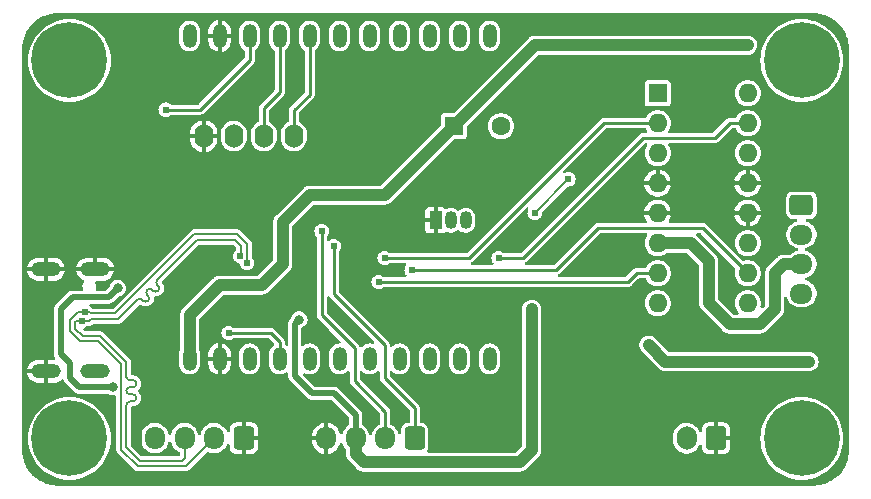
<source format=gbr>
%TF.GenerationSoftware,KiCad,Pcbnew,7.0.7*%
%TF.CreationDate,2024-01-02T18:34:25+01:00*%
%TF.ProjectId,maui feeder circuit,6d617569-2066-4656-9564-657220636972,1.0*%
%TF.SameCoordinates,Original*%
%TF.FileFunction,Copper,L2,Bot*%
%TF.FilePolarity,Positive*%
%FSLAX46Y46*%
G04 Gerber Fmt 4.6, Leading zero omitted, Abs format (unit mm)*
G04 Created by KiCad (PCBNEW 7.0.7) date 2024-01-02 18:34:25*
%MOMM*%
%LPD*%
G01*
G04 APERTURE LIST*
G04 Aperture macros list*
%AMRoundRect*
0 Rectangle with rounded corners*
0 $1 Rounding radius*
0 $2 $3 $4 $5 $6 $7 $8 $9 X,Y pos of 4 corners*
0 Add a 4 corners polygon primitive as box body*
4,1,4,$2,$3,$4,$5,$6,$7,$8,$9,$2,$3,0*
0 Add four circle primitives for the rounded corners*
1,1,$1+$1,$2,$3*
1,1,$1+$1,$4,$5*
1,1,$1+$1,$6,$7*
1,1,$1+$1,$8,$9*
0 Add four rect primitives between the rounded corners*
20,1,$1+$1,$2,$3,$4,$5,0*
20,1,$1+$1,$4,$5,$6,$7,0*
20,1,$1+$1,$6,$7,$8,$9,0*
20,1,$1+$1,$8,$9,$2,$3,0*%
G04 Aperture macros list end*
%TA.AperFunction,ComponentPad*%
%ADD10C,6.400000*%
%TD*%
%TA.AperFunction,ComponentPad*%
%ADD11R,1.600000X1.600000*%
%TD*%
%TA.AperFunction,ComponentPad*%
%ADD12O,1.600000X1.600000*%
%TD*%
%TA.AperFunction,ComponentPad*%
%ADD13O,2.500000X1.250000*%
%TD*%
%TA.AperFunction,ComponentPad*%
%ADD14C,1.600000*%
%TD*%
%TA.AperFunction,ComponentPad*%
%ADD15O,1.600000X2.000000*%
%TD*%
%TA.AperFunction,ComponentPad*%
%ADD16R,1.050000X1.500000*%
%TD*%
%TA.AperFunction,ComponentPad*%
%ADD17O,1.050000X1.500000*%
%TD*%
%TA.AperFunction,ComponentPad*%
%ADD18RoundRect,0.250000X0.600000X0.725000X-0.600000X0.725000X-0.600000X-0.725000X0.600000X-0.725000X0*%
%TD*%
%TA.AperFunction,ComponentPad*%
%ADD19O,1.700000X1.950000*%
%TD*%
%TA.AperFunction,ComponentPad*%
%ADD20RoundRect,0.250000X-0.725000X0.600000X-0.725000X-0.600000X0.725000X-0.600000X0.725000X0.600000X0*%
%TD*%
%TA.AperFunction,ComponentPad*%
%ADD21O,1.950000X1.700000*%
%TD*%
%TA.AperFunction,ComponentPad*%
%ADD22RoundRect,0.250000X0.600000X0.750000X-0.600000X0.750000X-0.600000X-0.750000X0.600000X-0.750000X0*%
%TD*%
%TA.AperFunction,ComponentPad*%
%ADD23O,1.700000X2.000000*%
%TD*%
%TA.AperFunction,ComponentPad*%
%ADD24O,1.200000X2.000000*%
%TD*%
%TA.AperFunction,ViaPad*%
%ADD25C,0.800000*%
%TD*%
%TA.AperFunction,ViaPad*%
%ADD26C,0.610000*%
%TD*%
%TA.AperFunction,Conductor*%
%ADD27C,1.000000*%
%TD*%
%TA.AperFunction,Conductor*%
%ADD28C,0.200000*%
%TD*%
%TA.AperFunction,Conductor*%
%ADD29C,0.250000*%
%TD*%
%TA.AperFunction,Conductor*%
%ADD30C,0.508000*%
%TD*%
G04 APERTURE END LIST*
D10*
%TO.P,H3,1*%
%TO.N,N/C*%
X128000000Y-64000000D03*
%TD*%
D11*
%TO.P,U2,1,EN1\u002C2*%
%TO.N,/EN*%
X177802000Y-66765000D03*
D12*
%TO.P,U2,2,1A*%
%TO.N,/MOTOR_0*%
X177802000Y-69305000D03*
%TO.P,U2,3,1Y*%
%TO.N,/L1A*%
X177802000Y-71845000D03*
%TO.P,U2,4,GND*%
%TO.N,GND*%
X177802000Y-74385000D03*
%TO.P,U2,5,GND*%
X177802000Y-76925000D03*
%TO.P,U2,6,2Y*%
%TO.N,/L1B*%
X177802000Y-79465000D03*
%TO.P,U2,7,2A*%
%TO.N,/MOTOR_1*%
X177802000Y-82005000D03*
%TO.P,U2,8,VCC2*%
%TO.N,/L293D_Power*%
X177802000Y-84545000D03*
%TO.P,U2,9,EN3\u002C4*%
%TO.N,/EN*%
X185422000Y-84545000D03*
%TO.P,U2,10,3A*%
%TO.N,/MOTOR_2*%
X185422000Y-82005000D03*
%TO.P,U2,11,3Y*%
%TO.N,/L2A*%
X185422000Y-79465000D03*
%TO.P,U2,12,GND*%
%TO.N,GND*%
X185422000Y-76925000D03*
%TO.P,U2,13,GND*%
X185422000Y-74385000D03*
%TO.P,U2,14,4Y*%
%TO.N,/L2B*%
X185422000Y-71845000D03*
%TO.P,U2,15,4A*%
%TO.N,/MOTOR_3*%
X185422000Y-69305000D03*
%TO.P,U2,16,VCC1*%
%TO.N,+5V*%
X185422000Y-66765000D03*
%TD*%
D13*
%TO.P,J3,13,SHIELD*%
%TO.N,GND*%
X130180000Y-81680000D03*
X126000000Y-81680000D03*
X130180000Y-90320000D03*
X126000000Y-90320000D03*
%TD*%
D11*
%TO.P,BZ1,1,-*%
%TO.N,+5V*%
X160530000Y-69559000D03*
D14*
%TO.P,BZ1,2,+*%
%TO.N,/buzzer_-*%
X164530000Y-69559000D03*
%TD*%
D10*
%TO.P,H4,1*%
%TO.N,N/C*%
X190000000Y-64000000D03*
%TD*%
D15*
%TO.P,U4,1,GND*%
%TO.N,GND*%
X139380000Y-70400000D03*
%TO.P,U4,2,VDD*%
%TO.N,+3.3V*%
X141920000Y-70400000D03*
%TO.P,U4,3,SCK*%
%TO.N,/SCL*%
X144460000Y-70400000D03*
%TO.P,U4,4,SDA*%
%TO.N,/SDA*%
X147000000Y-70400000D03*
%TD*%
D16*
%TO.P,Q1,1,E*%
%TO.N,GND*%
X159006000Y-77539000D03*
D17*
%TO.P,Q1,2,B*%
%TO.N,Net-(Q1-B)*%
X160276000Y-77539000D03*
%TO.P,Q1,3,C*%
%TO.N,/buzzer_-*%
X161546000Y-77539000D03*
%TD*%
D10*
%TO.P,H1,1*%
%TO.N,N/C*%
X128000000Y-96000000D03*
%TD*%
%TO.P,H2,1*%
%TO.N,N/C*%
X190000000Y-96000000D03*
%TD*%
D18*
%TO.P,U3,1,SCL*%
%TO.N,/SCL*%
X157228000Y-96000000D03*
D19*
%TO.P,U3,2,SDA*%
%TO.N,/SDA*%
X154728000Y-96000000D03*
%TO.P,U3,3,VCC*%
%TO.N,+3.3V*%
X152228000Y-96000000D03*
%TO.P,U3,4,GND*%
%TO.N,GND*%
X149728000Y-96000000D03*
%TD*%
D18*
%TO.P,J2,1,Pin_1*%
%TO.N,GND*%
X142750000Y-95975000D03*
D19*
%TO.P,J2,2,Pin_2*%
%TO.N,/D-*%
X140250000Y-95975000D03*
%TO.P,J2,3,Pin_3*%
%TO.N,/D+*%
X137750000Y-95975000D03*
%TO.P,J2,4,Pin_4*%
%TO.N,/VUSB*%
X135250000Y-95975000D03*
%TD*%
D20*
%TO.P,J1,1,Pin_1*%
%TO.N,/L2B*%
X189975000Y-76250000D03*
D21*
%TO.P,J1,2,Pin_2*%
%TO.N,/L2A*%
X189975000Y-78750000D03*
%TO.P,J1,3,Pin_3*%
%TO.N,/L1B*%
X189975000Y-81250000D03*
%TO.P,J1,4,Pin_4*%
%TO.N,/L1A*%
X189975000Y-83750000D03*
%TD*%
D22*
%TO.P,J4,1,Pin_1*%
%TO.N,GND*%
X182750000Y-96000000D03*
D23*
%TO.P,J4,2,Pin_2*%
%TO.N,VCC*%
X180250000Y-96000000D03*
%TD*%
D24*
%TO.P,U1,1,3.3V*%
%TO.N,+3.3V*%
X138178000Y-61939000D03*
%TO.P,U1,2,GND*%
%TO.N,GND*%
X140718000Y-61939000D03*
%TO.P,U1,3,NRST*%
%TO.N,/RESET*%
X143258000Y-61939000D03*
%TO.P,U1,4,PB7*%
%TO.N,/SCL*%
X145798000Y-61939000D03*
%TO.P,U1,5,PC14*%
%TO.N,/SDA*%
X148338000Y-61939000D03*
%TO.P,U1,6,PC15*%
%TO.N,unconnected-(U1-PC15-Pad6)*%
X150878000Y-61939000D03*
%TO.P,U1,7,PA0*%
%TO.N,unconnected-(U1-PA0-Pad7)*%
X153418000Y-61939000D03*
%TO.P,U1,8,PA1*%
%TO.N,unconnected-(U1-PA1-Pad8)*%
X155958000Y-61939000D03*
%TO.P,U1,9,PA2*%
%TO.N,/PA2{slash}TX2*%
X158498000Y-61939000D03*
%TO.P,U1,10,PA3*%
%TO.N,/PA3{slash}RX2*%
X161038000Y-61939000D03*
%TO.P,U1,11,PA4*%
%TO.N,/EN*%
X163578000Y-61939000D03*
%TO.P,U1,12,PA5*%
%TO.N,/BUTTON_OK*%
X163578000Y-89264000D03*
%TO.P,U1,13,PA6*%
%TO.N,/BUTTON_-*%
X161038000Y-89264000D03*
%TO.P,U1,14,PA7*%
%TO.N,/BUTTON_+*%
X158498000Y-89264000D03*
%TO.P,U1,15,PB0*%
%TO.N,/MOTOR_3*%
X155958000Y-89264000D03*
%TO.P,U1,16,PA11*%
%TO.N,/BUZZER*%
X153418000Y-89264000D03*
%TO.P,U1,17,PA12*%
%TO.N,/MOTOR_2*%
X150878000Y-89264000D03*
%TO.P,U1,18,PA13*%
%TO.N,/MOTOR_1*%
X148338000Y-89264000D03*
%TO.P,U1,19,PA14*%
%TO.N,/BOOT0*%
X145798000Y-89264000D03*
%TO.P,U1,20,PB3*%
%TO.N,/MOTOR_0*%
X143258000Y-89264000D03*
%TO.P,U1,21,GND*%
%TO.N,GND*%
X140718000Y-89264000D03*
%TO.P,U1,22,VIN*%
%TO.N,+5V*%
X138178000Y-89264000D03*
%TD*%
D25*
%TO.N,+5V*%
X185435000Y-62714000D03*
D26*
%TO.N,/BUTTON_+*%
X170245000Y-74068000D03*
X167388000Y-76925000D03*
D25*
%TO.N,GND*%
X180189600Y-75655000D03*
X179199000Y-75655000D03*
X187885800Y-75655000D03*
X184025000Y-75655000D03*
X173738000Y-92165000D03*
X183085200Y-75655000D03*
X183085200Y-74385000D03*
X186946000Y-75655000D03*
X152656000Y-87466000D03*
X154815000Y-92419000D03*
X127510000Y-69940000D03*
X187885800Y-76925000D03*
X180189600Y-74385000D03*
X138686000Y-75020000D03*
X187885800Y-74385000D03*
X184025000Y-76925000D03*
X175312800Y-74385000D03*
X180189600Y-76925000D03*
X176252600Y-75655000D03*
X168150000Y-64733000D03*
X184025000Y-74385000D03*
X183085200Y-76925000D03*
X183644000Y-83910000D03*
X176252600Y-74385000D03*
X186946000Y-76925000D03*
X165610000Y-71464000D03*
X186946000Y-74385000D03*
X164721000Y-79211000D03*
X179199000Y-74385000D03*
X179199000Y-76925000D03*
%TO.N,/L293D_Power*%
X177040000Y-88101000D03*
X190627000Y-89500000D03*
D26*
%TO.N,/RESET*%
X136146000Y-68162000D03*
D25*
%TO.N,+3.3V*%
X147449000Y-85942000D03*
X167134000Y-96991000D03*
X167134000Y-85053000D03*
%TO.N,/VUSB*%
X131665500Y-91657000D03*
X132082000Y-83275000D03*
D26*
%TO.N,/D-*%
X129302832Y-85257136D03*
X143036379Y-81148379D03*
%TO.N,/D+*%
X142463621Y-80575621D03*
X129034000Y-86069000D03*
%TO.N,/SCL*%
X150370000Y-79719000D03*
%TO.N,/SDA*%
X149354000Y-78449000D03*
%TO.N,/BOOT0*%
X141480000Y-87085000D03*
%TO.N,/MOTOR_0*%
X154688000Y-80735000D03*
%TO.N,/MOTOR_1*%
X154180000Y-82767000D03*
%TO.N,/MOTOR_2*%
X156974000Y-81751000D03*
%TO.N,/MOTOR_3*%
X164340000Y-80735000D03*
%TD*%
D27*
%TO.N,+5V*%
X185435000Y-62714000D02*
X167375000Y-62714000D01*
X138178000Y-85561000D02*
X140718000Y-83021000D01*
X144274000Y-83021000D02*
X146052000Y-81243000D01*
X154688000Y-75401000D02*
X160530000Y-69559000D01*
X167375000Y-62714000D02*
X160530000Y-69559000D01*
X140718000Y-83021000D02*
X144274000Y-83021000D01*
X146052000Y-81243000D02*
X146052000Y-77687000D01*
X148338000Y-75401000D02*
X154688000Y-75401000D01*
X138178000Y-89264000D02*
X138178000Y-85561000D01*
X146052000Y-77687000D02*
X148338000Y-75401000D01*
D28*
%TO.N,/BUTTON_+*%
X170245000Y-74068000D02*
X167388000Y-76925000D01*
D27*
%TO.N,/L293D_Power*%
X178439000Y-89500000D02*
X177040000Y-88101000D01*
X182757000Y-89500000D02*
X178439000Y-89500000D01*
X190627000Y-89500000D02*
X182757000Y-89500000D01*
D29*
%TO.N,/RESET*%
X139067000Y-68162000D02*
X143258000Y-63971000D01*
X136146000Y-68162000D02*
X139067000Y-68162000D01*
X143258000Y-63971000D02*
X143258000Y-61939000D01*
D30*
%TO.N,+3.3V*%
X152228000Y-94023000D02*
X150370000Y-92165000D01*
D27*
X166118000Y-98007000D02*
X152910000Y-98007000D01*
D30*
X147068000Y-90705895D02*
X147068000Y-86323000D01*
X148527105Y-92165000D02*
X147068000Y-90705895D01*
D27*
X152228000Y-97325000D02*
X152228000Y-96000000D01*
X167134000Y-96991000D02*
X167134000Y-85053000D01*
D30*
X147068000Y-86323000D02*
X147449000Y-85942000D01*
X152228000Y-96000000D02*
X152228000Y-94023000D01*
X150370000Y-92165000D02*
X148527105Y-92165000D01*
D27*
X167134000Y-96991000D02*
X166118000Y-98007000D01*
X152910000Y-98007000D02*
X152228000Y-97325000D01*
D30*
%TO.N,/VUSB*%
X128018000Y-90895000D02*
X128018000Y-89625000D01*
X128780000Y-91657000D02*
X128018000Y-90895000D01*
X128018000Y-89625000D02*
X127256000Y-88863000D01*
X127256000Y-88863000D02*
X127256000Y-85053000D01*
X127256000Y-85053000D02*
X128272000Y-84037000D01*
X128272000Y-84037000D02*
X131320000Y-84037000D01*
X131665500Y-91657000D02*
X128780000Y-91657000D01*
X131320000Y-84037000D02*
X132082000Y-83275000D01*
D27*
%TO.N,/L1B*%
X186438000Y-86323000D02*
X187708000Y-85053000D01*
X183898000Y-86323000D02*
X186438000Y-86323000D01*
X188463000Y-81250000D02*
X189975000Y-81250000D01*
X177802000Y-79465000D02*
X180596000Y-79465000D01*
X180596000Y-79465000D02*
X182120000Y-80989000D01*
X182120000Y-80989000D02*
X182120000Y-84545000D01*
X182120000Y-84545000D02*
X183898000Y-86323000D01*
X187708000Y-82005000D02*
X188463000Y-81250000D01*
X187708000Y-85053000D02*
X187708000Y-82005000D01*
D28*
%TO.N,/D-*%
X132365000Y-96957200D02*
X133766800Y-98359000D01*
X128893900Y-87739000D02*
X130385800Y-87739000D01*
X129619136Y-85257136D02*
X129782574Y-85420574D01*
X132365000Y-89718200D02*
X132365000Y-96957200D01*
X138581618Y-78705000D02*
X142219382Y-78705000D01*
X131866044Y-85420574D02*
X138581618Y-78705000D01*
X130385800Y-87739000D02*
X132365000Y-89718200D01*
X129782574Y-85420574D02*
X131866044Y-85420574D01*
X143070621Y-79556239D02*
X143070621Y-81114137D01*
X137866000Y-98359000D02*
X140250000Y-95975000D01*
X129302832Y-85257136D02*
X129619136Y-85257136D01*
X142219382Y-78705000D02*
X143070621Y-79556239D01*
X143070621Y-81114137D02*
X143036379Y-81148379D01*
X128763049Y-85257136D02*
X128047000Y-85973185D01*
X133766800Y-98359000D02*
X137866000Y-98359000D01*
X128047000Y-86892100D02*
X128893900Y-87739000D01*
X129302832Y-85257136D02*
X128763049Y-85257136D01*
X128047000Y-85973185D02*
X128047000Y-86892100D01*
%TO.N,/D+*%
X137514000Y-97909000D02*
X137750000Y-97673000D01*
X134586663Y-83412723D02*
X134586663Y-83412724D01*
X129666503Y-86069000D02*
X129810929Y-85924574D01*
X129034000Y-86069000D02*
X129666503Y-86069000D01*
X133953200Y-97909000D02*
X137514000Y-97909000D01*
X142496000Y-79694382D02*
X142496000Y-80543242D01*
X134162398Y-84261252D02*
X134235870Y-84334724D01*
X134586660Y-83836987D02*
X134586661Y-83836987D01*
X132074808Y-85924574D02*
X133738132Y-84261251D01*
X136370247Y-81629135D02*
X136370247Y-81629131D01*
X128497000Y-86708800D02*
X129127200Y-87339000D01*
X133738132Y-84261251D02*
X133738134Y-84261252D01*
X133115000Y-92268000D02*
X133372836Y-92268000D01*
X142010618Y-79209000D02*
X142496000Y-79694382D01*
X133115000Y-91068000D02*
X133372836Y-91068000D01*
X129127200Y-87339000D02*
X130622200Y-87339000D01*
X132815000Y-96770800D02*
X133953200Y-97909000D01*
X135010927Y-83412724D02*
X135084381Y-83486178D01*
X135435190Y-82988457D02*
X135435191Y-82988457D01*
X129810929Y-85924574D02*
X132074808Y-85924574D01*
X134586661Y-83412721D02*
X134586663Y-83412723D01*
X132815000Y-93168000D02*
X132815000Y-96770800D01*
X128587585Y-86069000D02*
X128497000Y-86159585D01*
X130622200Y-87339000D02*
X132815000Y-89531800D01*
X135508645Y-83061912D02*
X135435190Y-82988457D01*
X128497000Y-86159585D02*
X128497000Y-86708800D01*
X137750000Y-97673000D02*
X137750000Y-95975000D01*
X133372836Y-91668000D02*
X133115000Y-91668000D01*
X129034000Y-86069000D02*
X128587585Y-86069000D01*
X135508645Y-83486178D02*
X135508646Y-83486176D01*
X142496000Y-80543242D02*
X142463621Y-80575621D01*
X132815000Y-89531800D02*
X132815000Y-90768000D01*
X133372836Y-92868000D02*
X133115000Y-92868000D01*
X138790382Y-79209000D02*
X142010618Y-79209000D01*
X135508646Y-83486176D02*
X135508645Y-83486176D01*
X134660134Y-84334724D02*
X134660133Y-84334724D01*
X134660133Y-83910460D02*
X134586660Y-83836987D01*
X136370247Y-81629131D02*
X138790382Y-79209000D01*
X135435191Y-82564191D02*
X136370247Y-81629135D01*
X135084382Y-83486177D02*
G75*
G03*
X135508644Y-83486177I212131J212131D01*
G01*
X133372836Y-91668036D02*
G75*
G03*
X133672836Y-91368000I-36J300036D01*
G01*
X133115000Y-92868000D02*
G75*
G03*
X132815000Y-93168000I0J-300000D01*
G01*
X132815000Y-90768000D02*
G75*
G03*
X133115000Y-91068000I300000J0D01*
G01*
X135435167Y-82564167D02*
G75*
G03*
X135435191Y-82988457I212133J-212133D01*
G01*
X134235871Y-84334723D02*
G75*
G03*
X134660133Y-84334723I212131J212131D01*
G01*
X133672800Y-91368000D02*
G75*
G03*
X133372836Y-91068000I-300000J0D01*
G01*
X135010926Y-83412725D02*
G75*
G03*
X134586664Y-83412725I-212131J-212131D01*
G01*
X133672800Y-92568000D02*
G75*
G03*
X133372836Y-92268000I-300000J0D01*
G01*
X132815000Y-91968000D02*
G75*
G03*
X133115000Y-92268000I300000J0D01*
G01*
X134162397Y-84261253D02*
G75*
G03*
X133738135Y-84261253I-212131J-212131D01*
G01*
X134660141Y-84334732D02*
G75*
G03*
X134660133Y-83910460I-212141J212132D01*
G01*
X133372836Y-92868036D02*
G75*
G03*
X133672836Y-92568000I-36J300036D01*
G01*
X134586707Y-83412767D02*
G75*
G03*
X134586661Y-83836987I212093J-212133D01*
G01*
X135508601Y-83486132D02*
G75*
G03*
X135508645Y-83061912I-212101J212132D01*
G01*
X133115000Y-91668000D02*
G75*
G03*
X132815000Y-91968000I0J-300000D01*
G01*
D29*
%TO.N,/SCL*%
X150370000Y-83783000D02*
X154688000Y-88101000D01*
X157228000Y-93435000D02*
X157228000Y-96000000D01*
X144460000Y-68039500D02*
X144460000Y-70400000D01*
X145798000Y-61939000D02*
X145798000Y-66701500D01*
X150370000Y-79719000D02*
X150370000Y-83783000D01*
X154688000Y-90895000D02*
X157228000Y-93435000D01*
X145798000Y-66701500D02*
X144460000Y-68039500D01*
X154688000Y-88101000D02*
X154688000Y-90895000D01*
%TO.N,/SDA*%
X152148000Y-88355000D02*
X152148000Y-91149000D01*
X147000000Y-68230000D02*
X147000000Y-70400000D01*
X154728000Y-93729000D02*
X154728000Y-96000000D01*
X148338000Y-66892000D02*
X147000000Y-68230000D01*
X148338000Y-61939000D02*
X148338000Y-66892000D01*
X152148000Y-91149000D02*
X154728000Y-93729000D01*
X149354000Y-78449000D02*
X149354000Y-85561000D01*
X149354000Y-85561000D02*
X152148000Y-88355000D01*
%TO.N,/BOOT0*%
X145798000Y-87847000D02*
X145036000Y-87085000D01*
X145036000Y-87085000D02*
X141480000Y-87085000D01*
X145798000Y-89264000D02*
X145798000Y-87847000D01*
%TO.N,/MOTOR_0*%
X173230000Y-69305000D02*
X177802000Y-69305000D01*
X154688000Y-80735000D02*
X161800000Y-80735000D01*
X161800000Y-80735000D02*
X173230000Y-69305000D01*
%TO.N,/MOTOR_1*%
X154180000Y-82767000D02*
X175262000Y-82767000D01*
X175262000Y-82767000D02*
X176024000Y-82005000D01*
X176024000Y-82005000D02*
X177802000Y-82005000D01*
%TO.N,/MOTOR_2*%
X169166000Y-81751000D02*
X172722000Y-78195000D01*
X181612000Y-78195000D02*
X185422000Y-82005000D01*
X172722000Y-78195000D02*
X181612000Y-78195000D01*
X156974000Y-81751000D02*
X169166000Y-81751000D01*
%TO.N,/MOTOR_3*%
X166372000Y-80735000D02*
X176532000Y-70575000D01*
X182628000Y-70575000D02*
X183898000Y-69305000D01*
X183898000Y-69305000D02*
X185422000Y-69305000D01*
X176532000Y-70575000D02*
X182628000Y-70575000D01*
X164340000Y-80735000D02*
X166372000Y-80735000D01*
%TD*%
%TA.AperFunction,Conductor*%
%TO.N,GND*%
G36*
X152778703Y-90301181D02*
G01*
X152789645Y-90311917D01*
X152812129Y-90336888D01*
X152867068Y-90376803D01*
X152965265Y-90448148D01*
X152965270Y-90448151D01*
X153138192Y-90525142D01*
X153138197Y-90525144D01*
X153323354Y-90564500D01*
X153323355Y-90564500D01*
X153512644Y-90564500D01*
X153512646Y-90564500D01*
X153697803Y-90525144D01*
X153870730Y-90448151D01*
X154023871Y-90336888D01*
X154046350Y-90311922D01*
X154105836Y-90275274D01*
X154175693Y-90276603D01*
X154233741Y-90315489D01*
X154261551Y-90379586D01*
X154262500Y-90394894D01*
X154262500Y-90962394D01*
X154269962Y-90985358D01*
X154274503Y-91004273D01*
X154276840Y-91019025D01*
X154278281Y-91028127D01*
X154289243Y-91049641D01*
X154296688Y-91067615D01*
X154301235Y-91081607D01*
X154304151Y-91090581D01*
X154311239Y-91100336D01*
X154318341Y-91110111D01*
X154328508Y-91126703D01*
X154339469Y-91148216D01*
X154339471Y-91148219D01*
X154339472Y-91148220D01*
X154363446Y-91172193D01*
X154363446Y-91172194D01*
X156766182Y-93574930D01*
X156799666Y-93636251D01*
X156802500Y-93662609D01*
X156802500Y-94600500D01*
X156782815Y-94667539D01*
X156730011Y-94713294D01*
X156678500Y-94724500D01*
X156584898Y-94724500D01*
X156545853Y-94729188D01*
X156496438Y-94735122D01*
X156355656Y-94790639D01*
X156235077Y-94882077D01*
X156143639Y-95002656D01*
X156088122Y-95143438D01*
X156082188Y-95192853D01*
X156077500Y-95231898D01*
X156077500Y-95231903D01*
X156077500Y-95524998D01*
X156057815Y-95592037D01*
X156005011Y-95637792D01*
X155935853Y-95647736D01*
X155872297Y-95618711D01*
X155834523Y-95559933D01*
X155834234Y-95558933D01*
X155824579Y-95525000D01*
X155805405Y-95457611D01*
X155805403Y-95457606D01*
X155805403Y-95457605D01*
X155710367Y-95266746D01*
X155581872Y-95096593D01*
X155545131Y-95063099D01*
X155424302Y-94952948D01*
X155341219Y-94901505D01*
X155243020Y-94840702D01*
X155243012Y-94840698D01*
X155232702Y-94836704D01*
X155177302Y-94794129D01*
X155153714Y-94728361D01*
X155153500Y-94721079D01*
X155153500Y-93661608D01*
X155153499Y-93661604D01*
X155146039Y-93638645D01*
X155141495Y-93619721D01*
X155137719Y-93595874D01*
X155126753Y-93574354D01*
X155119308Y-93556378D01*
X155111849Y-93533420D01*
X155111849Y-93533419D01*
X155097651Y-93513878D01*
X155087492Y-93497299D01*
X155076528Y-93475780D01*
X154981220Y-93380472D01*
X153801546Y-92200798D01*
X152609819Y-91009070D01*
X152576334Y-90947747D01*
X152573500Y-90921389D01*
X152573500Y-90394894D01*
X152593185Y-90327855D01*
X152645989Y-90282100D01*
X152715147Y-90272156D01*
X152778703Y-90301181D01*
G37*
%TD.AperFunction*%
%TA.AperFunction,Conductor*%
G36*
X149984703Y-83984107D02*
G01*
X150013986Y-84021528D01*
X150021470Y-84036218D01*
X150021472Y-84036220D01*
X150045445Y-84060193D01*
X150045446Y-84060194D01*
X152134228Y-86148976D01*
X153770465Y-87785212D01*
X153803950Y-87846535D01*
X153798966Y-87916227D01*
X153757094Y-87972160D01*
X153691630Y-87996577D01*
X153657004Y-87994184D01*
X153645416Y-87991721D01*
X153512646Y-87963500D01*
X153323354Y-87963500D01*
X153302776Y-87967874D01*
X153138197Y-88002855D01*
X153138192Y-88002857D01*
X152965270Y-88079848D01*
X152965265Y-88079851D01*
X152812129Y-88191111D01*
X152812128Y-88191112D01*
X152760373Y-88248592D01*
X152700887Y-88285240D01*
X152631030Y-88283909D01*
X152572982Y-88245022D01*
X152557741Y-88221917D01*
X152546758Y-88200363D01*
X152539309Y-88182379D01*
X152531850Y-88159420D01*
X152531850Y-88159419D01*
X152517653Y-88139878D01*
X152507491Y-88123296D01*
X152496528Y-88101780D01*
X152401220Y-88006472D01*
X149815819Y-85421071D01*
X149782334Y-85359748D01*
X149779500Y-85333390D01*
X149779500Y-84077820D01*
X149799185Y-84010781D01*
X149851989Y-83965026D01*
X149921147Y-83955082D01*
X149984703Y-83984107D01*
G37*
%TD.AperFunction*%
%TA.AperFunction,Conductor*%
G36*
X176774751Y-69750185D02*
G01*
X176818710Y-69799225D01*
X176862327Y-69886821D01*
X176894080Y-69928870D01*
X176910621Y-69950773D01*
X176935313Y-70016135D01*
X176920748Y-70084469D01*
X176871550Y-70134082D01*
X176811667Y-70149500D01*
X176599393Y-70149500D01*
X176464607Y-70149500D01*
X176464603Y-70149501D01*
X176464604Y-70149501D01*
X176441635Y-70156963D01*
X176422722Y-70161503D01*
X176398874Y-70165280D01*
X176377359Y-70176242D01*
X176359389Y-70183685D01*
X176336421Y-70191148D01*
X176336417Y-70191149D01*
X176316880Y-70205344D01*
X176300298Y-70215506D01*
X176278783Y-70226469D01*
X176278780Y-70226471D01*
X166232071Y-80273181D01*
X166170748Y-80306666D01*
X166144390Y-80309500D01*
X164822213Y-80309500D01*
X164755174Y-80289815D01*
X164746727Y-80283876D01*
X164645364Y-80206097D01*
X164523737Y-80155718D01*
X164498067Y-80145085D01*
X164340000Y-80124275D01*
X164181933Y-80145085D01*
X164181932Y-80145085D01*
X164034638Y-80206096D01*
X163908152Y-80303152D01*
X163811096Y-80429638D01*
X163750085Y-80576932D01*
X163750085Y-80576933D01*
X163729278Y-80734981D01*
X163729275Y-80735000D01*
X163739116Y-80809745D01*
X163750085Y-80893066D01*
X163750085Y-80893067D01*
X163811097Y-81040364D01*
X163876819Y-81126014D01*
X163902013Y-81191183D01*
X163887975Y-81259628D01*
X163839161Y-81309617D01*
X163778443Y-81325500D01*
X162094820Y-81325500D01*
X162027781Y-81305815D01*
X161982026Y-81253011D01*
X161972082Y-81183853D01*
X162001107Y-81120297D01*
X162038528Y-81091014D01*
X162053218Y-81083529D01*
X162053220Y-81083528D01*
X162148528Y-80988220D01*
X162148528Y-80988219D01*
X166660258Y-76476489D01*
X166721578Y-76443006D01*
X166791270Y-76447990D01*
X166847203Y-76489862D01*
X166871620Y-76555326D01*
X166859506Y-76611010D01*
X166862207Y-76612129D01*
X166798085Y-76766932D01*
X166798085Y-76766933D01*
X166782423Y-76885901D01*
X166777275Y-76925000D01*
X166794678Y-77057184D01*
X166798085Y-77083066D01*
X166798085Y-77083067D01*
X166840198Y-77184738D01*
X166859097Y-77230363D01*
X166956152Y-77356848D01*
X167082637Y-77453903D01*
X167229933Y-77514915D01*
X167388000Y-77535725D01*
X167546067Y-77514915D01*
X167693363Y-77453903D01*
X167819848Y-77356848D01*
X167916903Y-77230363D01*
X167977915Y-77083067D01*
X167998725Y-76925000D01*
X167998725Y-76924998D01*
X167999786Y-76916941D01*
X168003029Y-76917368D01*
X168018410Y-76864989D01*
X168035039Y-76844352D01*
X170164347Y-74715043D01*
X170225670Y-74681559D01*
X170237013Y-74680339D01*
X170236941Y-74679786D01*
X170245000Y-74678725D01*
X170403067Y-74657915D01*
X170550363Y-74596903D01*
X170676848Y-74499848D01*
X170773903Y-74373363D01*
X170834915Y-74226067D01*
X170855725Y-74068000D01*
X170834915Y-73909933D01*
X170773903Y-73762638D01*
X170676848Y-73636152D01*
X170550363Y-73539097D01*
X170403067Y-73478085D01*
X170245000Y-73457275D01*
X170086933Y-73478085D01*
X170086932Y-73478085D01*
X169932129Y-73542207D01*
X169930824Y-73539058D01*
X169878198Y-73551792D01*
X169812185Y-73528900D01*
X169769027Y-73473952D01*
X169762428Y-73404395D01*
X169794482Y-73342312D01*
X169796462Y-73340284D01*
X173369928Y-69766819D01*
X173431252Y-69733334D01*
X173457610Y-69730500D01*
X176707712Y-69730500D01*
X176774751Y-69750185D01*
G37*
%TD.AperFunction*%
%TA.AperFunction,Conductor*%
G36*
X191001619Y-60000584D02*
G01*
X191133628Y-60007503D01*
X191317027Y-60017803D01*
X191323212Y-60018465D01*
X191475647Y-60042608D01*
X191638194Y-60070226D01*
X191643811Y-60071453D01*
X191796693Y-60112418D01*
X191889122Y-60139046D01*
X191951724Y-60157082D01*
X191956759Y-60158769D01*
X192106183Y-60216127D01*
X192254007Y-60277358D01*
X192258412Y-60279388D01*
X192324180Y-60312899D01*
X192401921Y-60352511D01*
X192477428Y-60394241D01*
X192541480Y-60429641D01*
X192545215Y-60431882D01*
X192619487Y-60480115D01*
X192680872Y-60519980D01*
X192753193Y-60571294D01*
X192810764Y-60612142D01*
X192813886Y-60614510D01*
X192938748Y-60715621D01*
X192941034Y-60717567D01*
X193058721Y-60822738D01*
X193061248Y-60825128D01*
X193174870Y-60938750D01*
X193177260Y-60941277D01*
X193282431Y-61058964D01*
X193284383Y-61061258D01*
X193373025Y-61170722D01*
X193385480Y-61186102D01*
X193387862Y-61189243D01*
X193480019Y-61319127D01*
X193529323Y-61395047D01*
X193568106Y-61454767D01*
X193570364Y-61458531D01*
X193647488Y-61598078D01*
X193720604Y-61741575D01*
X193722643Y-61745997D01*
X193783877Y-61893829D01*
X193841221Y-62043217D01*
X193842916Y-62048273D01*
X193887579Y-62203297D01*
X193928541Y-62356171D01*
X193929778Y-62361835D01*
X193957394Y-62524369D01*
X193981530Y-62676758D01*
X193982196Y-62682985D01*
X193992509Y-62866617D01*
X193999415Y-62998377D01*
X193999500Y-63001623D01*
X193999500Y-96998376D01*
X193999415Y-97001622D01*
X193992509Y-97133382D01*
X193982196Y-97317013D01*
X193981530Y-97323240D01*
X193957394Y-97475630D01*
X193929778Y-97638163D01*
X193928541Y-97643827D01*
X193887579Y-97796702D01*
X193842916Y-97951725D01*
X193841221Y-97956781D01*
X193783877Y-98106170D01*
X193722643Y-98254001D01*
X193720604Y-98258423D01*
X193647488Y-98401921D01*
X193570364Y-98541467D01*
X193568097Y-98545246D01*
X193480019Y-98680872D01*
X193387862Y-98810755D01*
X193385480Y-98813896D01*
X193284385Y-98938738D01*
X193282431Y-98941034D01*
X193177260Y-99058721D01*
X193174870Y-99061248D01*
X193061248Y-99174870D01*
X193058721Y-99177260D01*
X192941034Y-99282431D01*
X192938738Y-99284385D01*
X192813896Y-99385480D01*
X192810755Y-99387862D01*
X192680872Y-99480019D01*
X192545246Y-99568097D01*
X192541467Y-99570364D01*
X192401921Y-99647488D01*
X192258423Y-99720604D01*
X192254001Y-99722643D01*
X192106170Y-99783877D01*
X191956781Y-99841221D01*
X191951725Y-99842916D01*
X191796702Y-99887579D01*
X191643827Y-99928541D01*
X191638163Y-99929778D01*
X191475630Y-99957394D01*
X191323240Y-99981530D01*
X191317013Y-99982196D01*
X191133382Y-99992509D01*
X191001622Y-99999415D01*
X190998376Y-99999500D01*
X127001624Y-99999500D01*
X126998378Y-99999415D01*
X126866617Y-99992509D01*
X126682985Y-99982196D01*
X126676758Y-99981530D01*
X126524369Y-99957394D01*
X126361835Y-99929778D01*
X126356171Y-99928541D01*
X126203297Y-99887579D01*
X126048273Y-99842916D01*
X126043217Y-99841221D01*
X125893829Y-99783877D01*
X125745997Y-99722643D01*
X125741575Y-99720604D01*
X125598078Y-99647488D01*
X125458531Y-99570364D01*
X125454767Y-99568106D01*
X125401875Y-99533758D01*
X125319127Y-99480019D01*
X125189243Y-99387862D01*
X125186102Y-99385480D01*
X125061260Y-99284385D01*
X125058964Y-99282431D01*
X124941277Y-99177260D01*
X124938750Y-99174870D01*
X124825128Y-99061248D01*
X124822738Y-99058721D01*
X124717567Y-98941034D01*
X124715613Y-98938738D01*
X124632297Y-98835851D01*
X124614510Y-98813886D01*
X124612136Y-98810755D01*
X124609826Y-98807500D01*
X124570912Y-98752655D01*
X124519980Y-98680872D01*
X124470674Y-98604949D01*
X124431882Y-98545215D01*
X124429641Y-98541480D01*
X124391762Y-98472941D01*
X124352511Y-98401921D01*
X124312899Y-98324180D01*
X124279388Y-98258412D01*
X124277358Y-98254007D01*
X124216122Y-98106170D01*
X124158769Y-97956759D01*
X124157082Y-97951724D01*
X124112420Y-97796702D01*
X124071453Y-97643811D01*
X124070226Y-97638194D01*
X124042601Y-97475606D01*
X124042059Y-97472181D01*
X124018465Y-97323212D01*
X124017803Y-97317027D01*
X124007490Y-97133382D01*
X124000584Y-97001620D01*
X124000500Y-96998377D01*
X124000500Y-96000000D01*
X124494696Y-96000000D01*
X124513898Y-96366405D01*
X124559112Y-96651873D01*
X124571295Y-96728794D01*
X124665720Y-97081193D01*
X124666260Y-97083206D01*
X124797746Y-97425739D01*
X124964320Y-97752656D01*
X125164147Y-98060364D01*
X125324533Y-98258424D01*
X125395051Y-98345506D01*
X125654494Y-98604949D01*
X125758401Y-98689091D01*
X125939635Y-98835852D01*
X126101602Y-98941034D01*
X126247348Y-99035682D01*
X126574264Y-99202255D01*
X126916801Y-99333742D01*
X127271206Y-99428705D01*
X127633596Y-99486102D01*
X127979734Y-99504241D01*
X127999999Y-99505304D01*
X128000000Y-99505304D01*
X128000001Y-99505304D01*
X128019202Y-99504297D01*
X128366404Y-99486102D01*
X128728794Y-99428705D01*
X129083199Y-99333742D01*
X129425736Y-99202255D01*
X129752652Y-99035682D01*
X130060366Y-98835851D01*
X130345506Y-98604949D01*
X130604949Y-98345506D01*
X130835851Y-98060366D01*
X131035682Y-97752652D01*
X131202255Y-97425736D01*
X131333742Y-97083199D01*
X131428705Y-96728794D01*
X131486102Y-96366404D01*
X131505304Y-96000000D01*
X131486102Y-95633596D01*
X131428705Y-95271206D01*
X131333742Y-94916801D01*
X131202255Y-94574264D01*
X131035682Y-94247348D01*
X130852818Y-93965761D01*
X130835852Y-93939635D01*
X130700993Y-93773098D01*
X130604949Y-93654494D01*
X130345506Y-93395051D01*
X130189273Y-93268536D01*
X130060364Y-93164147D01*
X129752656Y-92964320D01*
X129425739Y-92797746D01*
X129083206Y-92666260D01*
X129072652Y-92663432D01*
X128728794Y-92571295D01*
X128728790Y-92571294D01*
X128728789Y-92571294D01*
X128366405Y-92513898D01*
X128000001Y-92494696D01*
X127999999Y-92494696D01*
X127633594Y-92513898D01*
X127271211Y-92571294D01*
X127271209Y-92571294D01*
X126916793Y-92666260D01*
X126574260Y-92797746D01*
X126247343Y-92964320D01*
X125939635Y-93164147D01*
X125654498Y-93395047D01*
X125654490Y-93395054D01*
X125395054Y-93654490D01*
X125395047Y-93654498D01*
X125164147Y-93939635D01*
X124964320Y-94247343D01*
X124797746Y-94574260D01*
X124666260Y-94916793D01*
X124571294Y-95271209D01*
X124571294Y-95271211D01*
X124513898Y-95633594D01*
X124494696Y-95999999D01*
X124494696Y-96000000D01*
X124000500Y-96000000D01*
X124000500Y-90144999D01*
X124413160Y-90144999D01*
X124413161Y-90145000D01*
X125023690Y-90145000D01*
X125090729Y-90164685D01*
X125136484Y-90217489D01*
X125147161Y-90280439D01*
X125146104Y-90291838D01*
X125152380Y-90359559D01*
X125138965Y-90428129D01*
X125090608Y-90478561D01*
X125028909Y-90495000D01*
X124415435Y-90495000D01*
X124426255Y-90565636D01*
X124426259Y-90565653D01*
X124495123Y-90751591D01*
X124495126Y-90751598D01*
X124600019Y-90919883D01*
X124736633Y-91063601D01*
X124736635Y-91063602D01*
X124899390Y-91176884D01*
X125081615Y-91255082D01*
X125275852Y-91295000D01*
X125825000Y-91295000D01*
X125825000Y-90744000D01*
X125844685Y-90676961D01*
X125897489Y-90631206D01*
X125949000Y-90620000D01*
X126051000Y-90620000D01*
X126118039Y-90639685D01*
X126163794Y-90692489D01*
X126175000Y-90744000D01*
X126175000Y-91295000D01*
X126674446Y-91295000D01*
X126822279Y-91279967D01*
X127011471Y-91220607D01*
X127011486Y-91220600D01*
X127184856Y-91124372D01*
X127294714Y-91030062D01*
X127358403Y-91001330D01*
X127427515Y-91011592D01*
X127480108Y-91057589D01*
X127495956Y-91094777D01*
X127497308Y-91100325D01*
X127497312Y-91100336D01*
X127519170Y-91139211D01*
X127521995Y-91144899D01*
X127539769Y-91185816D01*
X127539772Y-91185821D01*
X127551227Y-91199902D01*
X127563121Y-91217377D01*
X127572017Y-91233197D01*
X127572021Y-91233203D01*
X127603555Y-91264736D01*
X127607812Y-91269453D01*
X127625761Y-91291515D01*
X127635966Y-91304058D01*
X127650795Y-91314525D01*
X127666965Y-91328146D01*
X128381211Y-92042392D01*
X128426772Y-92091176D01*
X128452984Y-92107116D01*
X128464886Y-92114354D01*
X128470137Y-92117928D01*
X128505677Y-92144878D01*
X128505679Y-92144880D01*
X128522561Y-92151537D01*
X128541496Y-92160941D01*
X128557010Y-92170375D01*
X128582254Y-92177448D01*
X128599960Y-92182409D01*
X128605983Y-92184434D01*
X128647480Y-92200799D01*
X128654001Y-92201469D01*
X128665534Y-92202655D01*
X128686311Y-92206603D01*
X128703786Y-92211500D01*
X128748390Y-92211500D01*
X128754732Y-92211824D01*
X128799109Y-92216387D01*
X128816995Y-92213303D01*
X128838064Y-92211500D01*
X131188009Y-92211500D01*
X131255048Y-92231185D01*
X131258341Y-92233676D01*
X131258480Y-92233476D01*
X131264654Y-92237738D01*
X131415273Y-92316789D01*
X131415275Y-92316790D01*
X131580444Y-92357500D01*
X131750556Y-92357500D01*
X131810825Y-92342645D01*
X131880627Y-92345714D01*
X131937689Y-92386034D01*
X131963895Y-92450803D01*
X131964500Y-92463042D01*
X131964500Y-97020629D01*
X131964501Y-97020639D01*
X131971346Y-97041707D01*
X131975887Y-97060618D01*
X131979354Y-97082504D01*
X131979355Y-97082507D01*
X131989412Y-97102245D01*
X131996857Y-97120218D01*
X132003704Y-97141290D01*
X132016726Y-97159214D01*
X132026890Y-97175800D01*
X132032503Y-97186815D01*
X132036950Y-97195542D01*
X132057864Y-97216456D01*
X132057893Y-97216487D01*
X133508025Y-98666619D01*
X133508047Y-98666639D01*
X133528458Y-98687050D01*
X133548189Y-98697103D01*
X133564776Y-98707266D01*
X133582711Y-98720297D01*
X133603785Y-98727144D01*
X133621753Y-98734586D01*
X133641496Y-98744646D01*
X133663382Y-98748112D01*
X133682289Y-98752651D01*
X133703367Y-98759500D01*
X133703370Y-98759500D01*
X137929431Y-98759500D01*
X137929433Y-98759500D01*
X137950501Y-98752654D01*
X137969417Y-98748112D01*
X137991304Y-98744646D01*
X138011044Y-98734586D01*
X138029011Y-98727144D01*
X138050090Y-98720296D01*
X138068026Y-98707263D01*
X138084588Y-98697114D01*
X138104342Y-98687050D01*
X138119834Y-98671557D01*
X138119841Y-98671552D01*
X138445892Y-98345501D01*
X139621711Y-97169680D01*
X139683032Y-97136197D01*
X139752723Y-97141181D01*
X139754152Y-97141724D01*
X139933802Y-97211321D01*
X140143390Y-97250500D01*
X140143392Y-97250500D01*
X140356608Y-97250500D01*
X140356610Y-97250500D01*
X140566198Y-97211321D01*
X140765019Y-97134298D01*
X140946302Y-97022052D01*
X141103872Y-96878407D01*
X141232366Y-96708255D01*
X141315002Y-96542297D01*
X141362502Y-96491064D01*
X141430165Y-96473642D01*
X141496505Y-96495567D01*
X141540461Y-96549878D01*
X141550000Y-96597571D01*
X141550000Y-96739323D01*
X141565442Y-96856628D01*
X141565444Y-96856633D01*
X141625899Y-97002585D01*
X141722075Y-97127924D01*
X141847413Y-97224100D01*
X141993365Y-97284554D01*
X141993369Y-97284555D01*
X142110676Y-97299999D01*
X142574999Y-97299999D01*
X142575000Y-97299998D01*
X142575000Y-96572827D01*
X142594685Y-96505788D01*
X142647489Y-96460033D01*
X142711527Y-96450825D01*
X142711609Y-96449684D01*
X142716024Y-96449999D01*
X142716025Y-96450000D01*
X142716026Y-96450000D01*
X142783974Y-96450000D01*
X142783975Y-96450000D01*
X142783975Y-96449999D01*
X142788391Y-96449684D01*
X142788472Y-96450826D01*
X142852504Y-96460029D01*
X142905311Y-96505781D01*
X142925000Y-96572819D01*
X142925000Y-97299999D01*
X143389324Y-97299999D01*
X143506628Y-97284557D01*
X143506633Y-97284555D01*
X143652585Y-97224100D01*
X143777924Y-97127924D01*
X143874100Y-97002586D01*
X143934554Y-96856634D01*
X143934555Y-96856630D01*
X143949999Y-96739330D01*
X143950000Y-96739316D01*
X143950000Y-96150000D01*
X143349000Y-96150000D01*
X143281961Y-96130315D01*
X143236206Y-96077511D01*
X143225000Y-96026000D01*
X143225000Y-95924000D01*
X143244685Y-95856961D01*
X143297489Y-95811206D01*
X143349000Y-95800000D01*
X143949999Y-95800000D01*
X143949999Y-95210675D01*
X143934557Y-95093371D01*
X143934555Y-95093366D01*
X143874100Y-94947414D01*
X143777924Y-94822075D01*
X143652586Y-94725899D01*
X143506634Y-94665445D01*
X143506630Y-94665444D01*
X143389330Y-94650000D01*
X142925000Y-94650000D01*
X142925000Y-95377172D01*
X142905315Y-95444211D01*
X142852511Y-95489966D01*
X142788472Y-95499179D01*
X142788391Y-95500316D01*
X142783976Y-95500000D01*
X142783975Y-95500000D01*
X142716025Y-95500000D01*
X142716023Y-95500000D01*
X142711609Y-95500316D01*
X142711527Y-95499179D01*
X142647466Y-95489956D01*
X142594671Y-95444191D01*
X142575000Y-95377172D01*
X142575000Y-94650000D01*
X142110675Y-94650000D01*
X141993371Y-94665442D01*
X141993366Y-94665444D01*
X141847414Y-94725899D01*
X141722075Y-94822075D01*
X141625899Y-94947413D01*
X141565445Y-95093365D01*
X141565444Y-95093369D01*
X141550000Y-95210669D01*
X141550000Y-95352426D01*
X141530315Y-95419465D01*
X141477511Y-95465220D01*
X141408353Y-95475164D01*
X141344797Y-95446139D01*
X141315000Y-95407697D01*
X141232367Y-95241746D01*
X141103872Y-95071593D01*
X141028252Y-95002656D01*
X140946302Y-94927948D01*
X140765019Y-94815702D01*
X140765017Y-94815701D01*
X140665608Y-94777190D01*
X140566198Y-94738679D01*
X140356610Y-94699500D01*
X140143390Y-94699500D01*
X139933802Y-94738679D01*
X139933799Y-94738679D01*
X139933799Y-94738680D01*
X139734982Y-94815701D01*
X139734980Y-94815702D01*
X139553699Y-94927947D01*
X139396127Y-95071593D01*
X139267632Y-95241746D01*
X139172596Y-95432605D01*
X139172596Y-95432607D01*
X139119266Y-95620039D01*
X139081986Y-95679132D01*
X139018676Y-95708689D01*
X138949437Y-95699327D01*
X138896251Y-95654017D01*
X138880734Y-95620039D01*
X138869576Y-95580825D01*
X138827405Y-95432611D01*
X138827403Y-95432606D01*
X138827403Y-95432605D01*
X138732367Y-95241746D01*
X138603872Y-95071593D01*
X138528252Y-95002656D01*
X138446302Y-94927948D01*
X138265019Y-94815702D01*
X138265017Y-94815701D01*
X138165608Y-94777190D01*
X138066198Y-94738679D01*
X137856610Y-94699500D01*
X137643390Y-94699500D01*
X137433802Y-94738679D01*
X137433799Y-94738679D01*
X137433799Y-94738680D01*
X137234982Y-94815701D01*
X137234980Y-94815702D01*
X137053699Y-94927947D01*
X136896127Y-95071593D01*
X136767632Y-95241746D01*
X136672596Y-95432605D01*
X136672596Y-95432607D01*
X136619266Y-95620039D01*
X136581986Y-95679132D01*
X136518676Y-95708689D01*
X136449437Y-95699327D01*
X136396251Y-95654017D01*
X136380734Y-95620039D01*
X136369576Y-95580825D01*
X136327405Y-95432611D01*
X136327403Y-95432606D01*
X136327403Y-95432605D01*
X136232367Y-95241746D01*
X136103872Y-95071593D01*
X136028252Y-95002656D01*
X135946302Y-94927948D01*
X135765019Y-94815702D01*
X135765017Y-94815701D01*
X135665608Y-94777190D01*
X135566198Y-94738679D01*
X135356610Y-94699500D01*
X135143390Y-94699500D01*
X134933802Y-94738679D01*
X134933799Y-94738679D01*
X134933799Y-94738680D01*
X134734982Y-94815701D01*
X134734980Y-94815702D01*
X134553699Y-94927947D01*
X134396127Y-95071593D01*
X134267632Y-95241746D01*
X134172596Y-95432605D01*
X134172596Y-95432607D01*
X134114244Y-95637689D01*
X134113729Y-95643252D01*
X134099500Y-95796806D01*
X134099500Y-96153194D01*
X134114244Y-96312310D01*
X134167557Y-96499684D01*
X134172596Y-96517392D01*
X134172596Y-96517394D01*
X134267632Y-96708253D01*
X134396127Y-96878406D01*
X134396128Y-96878407D01*
X134553698Y-97022052D01*
X134734981Y-97134298D01*
X134933802Y-97211321D01*
X135143390Y-97250500D01*
X135143392Y-97250500D01*
X135356608Y-97250500D01*
X135356610Y-97250500D01*
X135566198Y-97211321D01*
X135765019Y-97134298D01*
X135946302Y-97022052D01*
X136103872Y-96878407D01*
X136232366Y-96708255D01*
X136296277Y-96579903D01*
X136327403Y-96517394D01*
X136327403Y-96517393D01*
X136327405Y-96517389D01*
X136380734Y-96329959D01*
X136418014Y-96270867D01*
X136481323Y-96241310D01*
X136550563Y-96250672D01*
X136603749Y-96295982D01*
X136619265Y-96329959D01*
X136667557Y-96499684D01*
X136672596Y-96517392D01*
X136672596Y-96517394D01*
X136767632Y-96708253D01*
X136896127Y-96878406D01*
X136896128Y-96878407D01*
X137053698Y-97022052D01*
X137234981Y-97134298D01*
X137270295Y-97147978D01*
X137325694Y-97190548D01*
X137349286Y-97256314D01*
X137349500Y-97263604D01*
X137349500Y-97384500D01*
X137329815Y-97451539D01*
X137277011Y-97497294D01*
X137225500Y-97508500D01*
X134170455Y-97508500D01*
X134103416Y-97488815D01*
X134082774Y-97472181D01*
X133251819Y-96641226D01*
X133218334Y-96579903D01*
X133215500Y-96553545D01*
X133215500Y-93392539D01*
X133235185Y-93325500D01*
X133287989Y-93279745D01*
X133339487Y-93268539D01*
X133372884Y-93268535D01*
X133372884Y-93268536D01*
X133441876Y-93268529D01*
X133577205Y-93241595D01*
X133704680Y-93188780D01*
X133704683Y-93188777D01*
X133704685Y-93188777D01*
X133819398Y-93112116D01*
X133819399Y-93112115D01*
X133819399Y-93112114D01*
X133819403Y-93112112D01*
X133916966Y-93014537D01*
X133993620Y-92899805D01*
X134046420Y-92772324D01*
X134073337Y-92636992D01*
X134073336Y-92568000D01*
X134073336Y-92510417D01*
X134073336Y-92501829D01*
X134073300Y-92501323D01*
X134073300Y-92499014D01*
X134073300Y-92499012D01*
X134046384Y-92363687D01*
X133993587Y-92236212D01*
X133916937Y-92121486D01*
X133909806Y-92114354D01*
X133851161Y-92055702D01*
X133817679Y-91994377D01*
X133822668Y-91924686D01*
X133851161Y-91880350D01*
X133916961Y-91814542D01*
X133916960Y-91814542D01*
X133916966Y-91814537D01*
X133993620Y-91699805D01*
X134046420Y-91572324D01*
X134073337Y-91436992D01*
X134073336Y-91368000D01*
X134073336Y-91310417D01*
X134073336Y-91301829D01*
X134073300Y-91301323D01*
X134073300Y-91299014D01*
X134072502Y-91295000D01*
X134046384Y-91163687D01*
X133993587Y-91036212D01*
X133916937Y-90921486D01*
X133819379Y-90823917D01*
X133819377Y-90823916D01*
X133819373Y-90823912D01*
X133728426Y-90763134D01*
X133704662Y-90747253D01*
X133582000Y-90696431D01*
X133577192Y-90694439D01*
X133441872Y-90667508D01*
X133406696Y-90667503D01*
X133406589Y-90667500D01*
X133404355Y-90667500D01*
X133372884Y-90667500D01*
X133372876Y-90667499D01*
X133339485Y-90667496D01*
X133272448Y-90647803D01*
X133226699Y-90594994D01*
X133215500Y-90543496D01*
X133215500Y-89711192D01*
X137277500Y-89711192D01*
X137292326Y-89852256D01*
X137292327Y-89852259D01*
X137350818Y-90032277D01*
X137350821Y-90032284D01*
X137445467Y-90196216D01*
X137539364Y-90300499D01*
X137572129Y-90336888D01*
X137725265Y-90448148D01*
X137725270Y-90448151D01*
X137898192Y-90525142D01*
X137898197Y-90525144D01*
X138083354Y-90564500D01*
X138083355Y-90564500D01*
X138272644Y-90564500D01*
X138272646Y-90564500D01*
X138457803Y-90525144D01*
X138630730Y-90448151D01*
X138783871Y-90336888D01*
X138910533Y-90196216D01*
X139005179Y-90032284D01*
X139063674Y-89852256D01*
X139078397Y-89712176D01*
X139768000Y-89712176D01*
X139782647Y-89856221D01*
X139840484Y-90040561D01*
X139840489Y-90040571D01*
X139934251Y-90209498D01*
X139934256Y-90209505D01*
X140060107Y-90356105D01*
X140212890Y-90474368D01*
X140212894Y-90474370D01*
X140386362Y-90559460D01*
X140543000Y-90600014D01*
X140543000Y-89786454D01*
X140562685Y-89719415D01*
X140615489Y-89673660D01*
X140681612Y-89664152D01*
X140681655Y-89663618D01*
X140684029Y-89663804D01*
X140684647Y-89663716D01*
X140686343Y-89663972D01*
X140686519Y-89664000D01*
X140686522Y-89664000D01*
X140749478Y-89664000D01*
X140749481Y-89664000D01*
X140749586Y-89663983D01*
X140749630Y-89663988D01*
X140754345Y-89663618D01*
X140754422Y-89664607D01*
X140818880Y-89672929D01*
X140872338Y-89717918D01*
X140892987Y-89784666D01*
X140893000Y-89786454D01*
X140893000Y-90598273D01*
X140957338Y-90588417D01*
X140957351Y-90588414D01*
X141138527Y-90521314D01*
X141138531Y-90521312D01*
X141302503Y-90419107D01*
X141442534Y-90285997D01*
X141442535Y-90285996D01*
X141552913Y-90127413D01*
X141629106Y-89949862D01*
X141668000Y-89760606D01*
X141668000Y-89711192D01*
X142357500Y-89711192D01*
X142372326Y-89852256D01*
X142372327Y-89852259D01*
X142430818Y-90032277D01*
X142430821Y-90032284D01*
X142525467Y-90196216D01*
X142619364Y-90300499D01*
X142652129Y-90336888D01*
X142805265Y-90448148D01*
X142805270Y-90448151D01*
X142978192Y-90525142D01*
X142978197Y-90525144D01*
X143163354Y-90564500D01*
X143163355Y-90564500D01*
X143352644Y-90564500D01*
X143352646Y-90564500D01*
X143537803Y-90525144D01*
X143710730Y-90448151D01*
X143863871Y-90336888D01*
X143990533Y-90196216D01*
X144085179Y-90032284D01*
X144143674Y-89852256D01*
X144158500Y-89711192D01*
X144158500Y-88816808D01*
X144143674Y-88675744D01*
X144085179Y-88495716D01*
X143990533Y-88331784D01*
X143863871Y-88191112D01*
X143820251Y-88159420D01*
X143710734Y-88079851D01*
X143710729Y-88079848D01*
X143537807Y-88002857D01*
X143537802Y-88002855D01*
X143373224Y-87967874D01*
X143352646Y-87963500D01*
X143163354Y-87963500D01*
X143142776Y-87967874D01*
X142978197Y-88002855D01*
X142978192Y-88002857D01*
X142805270Y-88079848D01*
X142805265Y-88079851D01*
X142652129Y-88191111D01*
X142525466Y-88331785D01*
X142430821Y-88495715D01*
X142430818Y-88495722D01*
X142372327Y-88675740D01*
X142372326Y-88675744D01*
X142357500Y-88816808D01*
X142357500Y-89711192D01*
X141668000Y-89711192D01*
X141668000Y-89439000D01*
X141240454Y-89439000D01*
X141173415Y-89419315D01*
X141127660Y-89366511D01*
X141117716Y-89297353D01*
X141117981Y-89295602D01*
X141122986Y-89264001D01*
X141122986Y-89263998D01*
X141117981Y-89232398D01*
X141126935Y-89163105D01*
X141171932Y-89109653D01*
X141238683Y-89089013D01*
X141240454Y-89089000D01*
X141668000Y-89089000D01*
X141668000Y-88815823D01*
X141653352Y-88671778D01*
X141595515Y-88487438D01*
X141595510Y-88487428D01*
X141501748Y-88318501D01*
X141501743Y-88318494D01*
X141375892Y-88171894D01*
X141223109Y-88053631D01*
X141223105Y-88053629D01*
X141049641Y-87968541D01*
X140893000Y-87927984D01*
X140893000Y-88741545D01*
X140873315Y-88808584D01*
X140820511Y-88854339D01*
X140754387Y-88863846D01*
X140754345Y-88864382D01*
X140751965Y-88864194D01*
X140751353Y-88864283D01*
X140749610Y-88864020D01*
X140749484Y-88864000D01*
X140749481Y-88864000D01*
X140686519Y-88864000D01*
X140686516Y-88864000D01*
X140686390Y-88864020D01*
X140686339Y-88864013D01*
X140681655Y-88864382D01*
X140681577Y-88863397D01*
X140617097Y-88855060D01*
X140563648Y-88810061D01*
X140543013Y-88743308D01*
X140543000Y-88741545D01*
X140543000Y-87929725D01*
X140478658Y-87939582D01*
X140478647Y-87939585D01*
X140297472Y-88006685D01*
X140297468Y-88006687D01*
X140133496Y-88108892D01*
X139993465Y-88242002D01*
X139993464Y-88242003D01*
X139883086Y-88400586D01*
X139806893Y-88578137D01*
X139768000Y-88767393D01*
X139768000Y-89089000D01*
X140195546Y-89089000D01*
X140262585Y-89108685D01*
X140308340Y-89161489D01*
X140318284Y-89230647D01*
X140318019Y-89232398D01*
X140313014Y-89263998D01*
X140313014Y-89264001D01*
X140318019Y-89295602D01*
X140309065Y-89364895D01*
X140264068Y-89418347D01*
X140197317Y-89438987D01*
X140195546Y-89439000D01*
X139768000Y-89439000D01*
X139768000Y-89712176D01*
X139078397Y-89712176D01*
X139078500Y-89711192D01*
X139078500Y-88816808D01*
X139063674Y-88675744D01*
X139005179Y-88495716D01*
X139005178Y-88495715D01*
X139005178Y-88495713D01*
X138995112Y-88478277D01*
X138978500Y-88416279D01*
X138978500Y-87085000D01*
X140869275Y-87085000D01*
X140887310Y-87221992D01*
X140890085Y-87243066D01*
X140890085Y-87243067D01*
X140913874Y-87300500D01*
X140951097Y-87390363D01*
X141048152Y-87516848D01*
X141174637Y-87613903D01*
X141321933Y-87674915D01*
X141480000Y-87695725D01*
X141638067Y-87674915D01*
X141785363Y-87613903D01*
X141886726Y-87536124D01*
X141951896Y-87510930D01*
X141962213Y-87510500D01*
X144808390Y-87510500D01*
X144875429Y-87530185D01*
X144896071Y-87546819D01*
X145291162Y-87941910D01*
X145324647Y-88003233D01*
X145319663Y-88072925D01*
X145277791Y-88128858D01*
X145276367Y-88129909D01*
X145192127Y-88191113D01*
X145065466Y-88331785D01*
X144970821Y-88495715D01*
X144970818Y-88495722D01*
X144912327Y-88675740D01*
X144912326Y-88675744D01*
X144897500Y-88816808D01*
X144897500Y-89711192D01*
X144912326Y-89852256D01*
X144912327Y-89852259D01*
X144970818Y-90032277D01*
X144970821Y-90032284D01*
X145065467Y-90196216D01*
X145159364Y-90300499D01*
X145192129Y-90336888D01*
X145345265Y-90448148D01*
X145345270Y-90448151D01*
X145518192Y-90525142D01*
X145518197Y-90525144D01*
X145703354Y-90564500D01*
X145703355Y-90564500D01*
X145892644Y-90564500D01*
X145892646Y-90564500D01*
X146077803Y-90525144D01*
X146250730Y-90448151D01*
X146316615Y-90400282D01*
X146382421Y-90376803D01*
X146450475Y-90392628D01*
X146499170Y-90442734D01*
X146513500Y-90500601D01*
X146513500Y-90696431D01*
X146511497Y-90755071D01*
X146511221Y-90763136D01*
X146521784Y-90806481D01*
X146522969Y-90812720D01*
X146524509Y-90823919D01*
X146529043Y-90856904D01*
X146536273Y-90873549D01*
X146543011Y-90893585D01*
X146547311Y-90911227D01*
X146547312Y-90911231D01*
X146569170Y-90950106D01*
X146571995Y-90955794D01*
X146589769Y-90996711D01*
X146589772Y-90996716D01*
X146601227Y-91010797D01*
X146613121Y-91028272D01*
X146622017Y-91044092D01*
X146622021Y-91044098D01*
X146653555Y-91075631D01*
X146657812Y-91080348D01*
X146669551Y-91094777D01*
X146685966Y-91114953D01*
X146700795Y-91125420D01*
X146716966Y-91139041D01*
X148128316Y-92550392D01*
X148173877Y-92599176D01*
X148212005Y-92622361D01*
X148217228Y-92625917D01*
X148252784Y-92652880D01*
X148252785Y-92652880D01*
X148252786Y-92652881D01*
X148269673Y-92659541D01*
X148288611Y-92668947D01*
X148304115Y-92678375D01*
X148304119Y-92678376D01*
X148347068Y-92690411D01*
X148353087Y-92692435D01*
X148372079Y-92699924D01*
X148394585Y-92708799D01*
X148394589Y-92708799D01*
X148394591Y-92708800D01*
X148405236Y-92709893D01*
X148412636Y-92710654D01*
X148433411Y-92714602D01*
X148450891Y-92719500D01*
X148495503Y-92719500D01*
X148501842Y-92719824D01*
X148546214Y-92724386D01*
X148564097Y-92721302D01*
X148585163Y-92719500D01*
X150088957Y-92719500D01*
X150155996Y-92739185D01*
X150176638Y-92755819D01*
X151637181Y-94216362D01*
X151670666Y-94277685D01*
X151673500Y-94304043D01*
X151673500Y-94796079D01*
X151653815Y-94863118D01*
X151614779Y-94901505D01*
X151531700Y-94952945D01*
X151374127Y-95096593D01*
X151245632Y-95266746D01*
X151150597Y-95457605D01*
X151150595Y-95457609D01*
X151150595Y-95457611D01*
X151145601Y-95475164D01*
X151122998Y-95554602D01*
X151085718Y-95613695D01*
X151022408Y-95643252D01*
X150953168Y-95633888D01*
X150899983Y-95588578D01*
X150884465Y-95554599D01*
X150851760Y-95439650D01*
X150752631Y-95240574D01*
X150618608Y-95063099D01*
X150454261Y-94913278D01*
X150265179Y-94796202D01*
X150265177Y-94796201D01*
X150057800Y-94715864D01*
X150057801Y-94715864D01*
X149903000Y-94686926D01*
X149903000Y-95402172D01*
X149883315Y-95469211D01*
X149830511Y-95514966D01*
X149766472Y-95524179D01*
X149766391Y-95525316D01*
X149761976Y-95525000D01*
X149761975Y-95525000D01*
X149694025Y-95525000D01*
X149694023Y-95525000D01*
X149689609Y-95525316D01*
X149689527Y-95524179D01*
X149625466Y-95514956D01*
X149572671Y-95469191D01*
X149553000Y-95402172D01*
X149553000Y-94686926D01*
X149398199Y-94715864D01*
X149190822Y-94796201D01*
X149190820Y-94796202D01*
X149001738Y-94913278D01*
X148837391Y-95063099D01*
X148703368Y-95240574D01*
X148604240Y-95439649D01*
X148543378Y-95653560D01*
X148528000Y-95819522D01*
X148528000Y-95825000D01*
X149129000Y-95825000D01*
X149196039Y-95844685D01*
X149241794Y-95897489D01*
X149253000Y-95949000D01*
X149253000Y-96051000D01*
X149233315Y-96118039D01*
X149180511Y-96163794D01*
X149129000Y-96175000D01*
X148528000Y-96175000D01*
X148528000Y-96180477D01*
X148543378Y-96346439D01*
X148604240Y-96560350D01*
X148703368Y-96759425D01*
X148837391Y-96936900D01*
X149001738Y-97086721D01*
X149190820Y-97203797D01*
X149190822Y-97203798D01*
X149398195Y-97284134D01*
X149553000Y-97313072D01*
X149553000Y-96597827D01*
X149572685Y-96530788D01*
X149625489Y-96485033D01*
X149689527Y-96475825D01*
X149689609Y-96474684D01*
X149694024Y-96474999D01*
X149694025Y-96475000D01*
X149694026Y-96475000D01*
X149761974Y-96475000D01*
X149761975Y-96475000D01*
X149761975Y-96474999D01*
X149766391Y-96474684D01*
X149766472Y-96475826D01*
X149830504Y-96485029D01*
X149883311Y-96530781D01*
X149903000Y-96597819D01*
X149903000Y-97313072D01*
X150057804Y-97284134D01*
X150265177Y-97203798D01*
X150265179Y-97203797D01*
X150454261Y-97086721D01*
X150618608Y-96936900D01*
X150752631Y-96759425D01*
X150851760Y-96560349D01*
X150884465Y-96445400D01*
X150921744Y-96386306D01*
X150985053Y-96356748D01*
X151054293Y-96366109D01*
X151107480Y-96411419D01*
X151122998Y-96445398D01*
X151150596Y-96542392D01*
X151150596Y-96542394D01*
X151245632Y-96733253D01*
X151372164Y-96900806D01*
X151374128Y-96903407D01*
X151387038Y-96915176D01*
X151423319Y-96974885D01*
X151427500Y-97006813D01*
X151427500Y-97415191D01*
X151427501Y-97415200D01*
X151436791Y-97455908D01*
X151437955Y-97462763D01*
X151442632Y-97504259D01*
X151456420Y-97543662D01*
X151458345Y-97550345D01*
X151467639Y-97591061D01*
X151485759Y-97628688D01*
X151488421Y-97635114D01*
X151502212Y-97674525D01*
X151524422Y-97709872D01*
X151527787Y-97715959D01*
X151545910Y-97753589D01*
X151571941Y-97786230D01*
X151575967Y-97791904D01*
X151598183Y-97827261D01*
X151630175Y-97859253D01*
X152262742Y-98491819D01*
X152262743Y-98491821D01*
X152262744Y-98491821D01*
X152280184Y-98509261D01*
X152280184Y-98509262D01*
X152375867Y-98604945D01*
X152407738Y-98636816D01*
X152443096Y-98659033D01*
X152448770Y-98663060D01*
X152481411Y-98689090D01*
X152481414Y-98689092D01*
X152519038Y-98707210D01*
X152525123Y-98710574D01*
X152551487Y-98727140D01*
X152560478Y-98732789D01*
X152599899Y-98746583D01*
X152606307Y-98749238D01*
X152643939Y-98767360D01*
X152684641Y-98776650D01*
X152691328Y-98778576D01*
X152730742Y-98792367D01*
X152730745Y-98792368D01*
X152772241Y-98797043D01*
X152779093Y-98798207D01*
X152819806Y-98807500D01*
X152819808Y-98807500D01*
X166208194Y-98807500D01*
X166248903Y-98798208D01*
X166255760Y-98797043D01*
X166297255Y-98792368D01*
X166336680Y-98778571D01*
X166343321Y-98776658D01*
X166384061Y-98767360D01*
X166421693Y-98749236D01*
X166428105Y-98746580D01*
X166467522Y-98732789D01*
X166502889Y-98710565D01*
X166508961Y-98707209D01*
X166546587Y-98689091D01*
X166579236Y-98663052D01*
X166584895Y-98659037D01*
X166620262Y-98636816D01*
X166747816Y-98509262D01*
X166747815Y-98509261D01*
X167731826Y-97525252D01*
X167768077Y-97489001D01*
X167770628Y-97482419D01*
X167786035Y-97457899D01*
X167790052Y-97452236D01*
X167816091Y-97419587D01*
X167834209Y-97381961D01*
X167837565Y-97375889D01*
X167859789Y-97340522D01*
X167873580Y-97301105D01*
X167876236Y-97294693D01*
X167894360Y-97257061D01*
X167903658Y-97216321D01*
X167905571Y-97209680D01*
X167919368Y-97170255D01*
X167924043Y-97128760D01*
X167925208Y-97121905D01*
X167933238Y-97086721D01*
X167934500Y-97081194D01*
X167934500Y-96900806D01*
X167934500Y-96900805D01*
X167934500Y-96203194D01*
X179099500Y-96203194D01*
X179114244Y-96362310D01*
X179169362Y-96556028D01*
X179172596Y-96567392D01*
X179172596Y-96567394D01*
X179267632Y-96758253D01*
X179386135Y-96915174D01*
X179396128Y-96928407D01*
X179553698Y-97072052D01*
X179734981Y-97184298D01*
X179933802Y-97261321D01*
X180143390Y-97300500D01*
X180143392Y-97300500D01*
X180356608Y-97300500D01*
X180356610Y-97300500D01*
X180566198Y-97261321D01*
X180765019Y-97184298D01*
X180946302Y-97072052D01*
X181103872Y-96928407D01*
X181232366Y-96758255D01*
X181315002Y-96592297D01*
X181362502Y-96541064D01*
X181430165Y-96523642D01*
X181496505Y-96545567D01*
X181540461Y-96599878D01*
X181550000Y-96647571D01*
X181550000Y-96789323D01*
X181565442Y-96906628D01*
X181565444Y-96906633D01*
X181625899Y-97052585D01*
X181722075Y-97177924D01*
X181847413Y-97274100D01*
X181993365Y-97334554D01*
X181993369Y-97334555D01*
X182110676Y-97349999D01*
X182574999Y-97349999D01*
X182574999Y-96623084D01*
X182594683Y-96556045D01*
X182647487Y-96510290D01*
X182709702Y-96501344D01*
X182709821Y-96499684D01*
X182714236Y-96499999D01*
X182714237Y-96500000D01*
X182714238Y-96500000D01*
X182785762Y-96500000D01*
X182785763Y-96500000D01*
X182785763Y-96499999D01*
X182790179Y-96499684D01*
X182790298Y-96501349D01*
X182852493Y-96510281D01*
X182905305Y-96556028D01*
X182925000Y-96623064D01*
X182925000Y-97349999D01*
X183389324Y-97349999D01*
X183506628Y-97334557D01*
X183506633Y-97334555D01*
X183652585Y-97274100D01*
X183777924Y-97177924D01*
X183874100Y-97052586D01*
X183934554Y-96906634D01*
X183934555Y-96906630D01*
X183949999Y-96789330D01*
X183950000Y-96789316D01*
X183950000Y-96175000D01*
X183374000Y-96175000D01*
X183306961Y-96155315D01*
X183261206Y-96102511D01*
X183250000Y-96051000D01*
X183250000Y-96000000D01*
X186494696Y-96000000D01*
X186513898Y-96366405D01*
X186559112Y-96651873D01*
X186571295Y-96728794D01*
X186665720Y-97081193D01*
X186666260Y-97083206D01*
X186797746Y-97425739D01*
X186964320Y-97752656D01*
X187164147Y-98060364D01*
X187324533Y-98258424D01*
X187395051Y-98345506D01*
X187654494Y-98604949D01*
X187758401Y-98689091D01*
X187939635Y-98835852D01*
X188101602Y-98941034D01*
X188247348Y-99035682D01*
X188574264Y-99202255D01*
X188916801Y-99333742D01*
X189271206Y-99428705D01*
X189633596Y-99486102D01*
X189979734Y-99504241D01*
X189999999Y-99505304D01*
X190000000Y-99505304D01*
X190000001Y-99505304D01*
X190019203Y-99504297D01*
X190366404Y-99486102D01*
X190728794Y-99428705D01*
X191083199Y-99333742D01*
X191425736Y-99202255D01*
X191752652Y-99035682D01*
X192060366Y-98835851D01*
X192345506Y-98604949D01*
X192604949Y-98345506D01*
X192835851Y-98060366D01*
X193035682Y-97752652D01*
X193202255Y-97425736D01*
X193333742Y-97083199D01*
X193428705Y-96728794D01*
X193486102Y-96366404D01*
X193505304Y-96000000D01*
X193486102Y-95633596D01*
X193428705Y-95271206D01*
X193333742Y-94916801D01*
X193202255Y-94574264D01*
X193035682Y-94247348D01*
X192852818Y-93965761D01*
X192835852Y-93939635D01*
X192700993Y-93773098D01*
X192604949Y-93654494D01*
X192345506Y-93395051D01*
X192189273Y-93268536D01*
X192060364Y-93164147D01*
X191752656Y-92964320D01*
X191425739Y-92797746D01*
X191083206Y-92666260D01*
X191072652Y-92663432D01*
X190728794Y-92571295D01*
X190728790Y-92571294D01*
X190728789Y-92571294D01*
X190366405Y-92513898D01*
X190000001Y-92494696D01*
X189999999Y-92494696D01*
X189633594Y-92513898D01*
X189271211Y-92571294D01*
X189271209Y-92571294D01*
X188916793Y-92666260D01*
X188574260Y-92797746D01*
X188247343Y-92964320D01*
X187939635Y-93164147D01*
X187654498Y-93395047D01*
X187654490Y-93395054D01*
X187395054Y-93654490D01*
X187395047Y-93654498D01*
X187164147Y-93939635D01*
X186964320Y-94247343D01*
X186797746Y-94574260D01*
X186666260Y-94916793D01*
X186571294Y-95271209D01*
X186571294Y-95271211D01*
X186513898Y-95633594D01*
X186494696Y-95999999D01*
X186494696Y-96000000D01*
X183250000Y-96000000D01*
X183250000Y-95949000D01*
X183269685Y-95881961D01*
X183322489Y-95836206D01*
X183374000Y-95825000D01*
X183949999Y-95825000D01*
X183949999Y-95210675D01*
X183934557Y-95093371D01*
X183934555Y-95093366D01*
X183874100Y-94947414D01*
X183777924Y-94822075D01*
X183652586Y-94725899D01*
X183506634Y-94665445D01*
X183506630Y-94665444D01*
X183389330Y-94650000D01*
X182925000Y-94650000D01*
X182925000Y-95376915D01*
X182905315Y-95443954D01*
X182852511Y-95489709D01*
X182790297Y-95498665D01*
X182790179Y-95500316D01*
X182785764Y-95500000D01*
X182785763Y-95500000D01*
X182714237Y-95500000D01*
X182714235Y-95500000D01*
X182709821Y-95500316D01*
X182709702Y-95498664D01*
X182647451Y-95489692D01*
X182594662Y-95443920D01*
X182575000Y-95376915D01*
X182575000Y-94650000D01*
X182110675Y-94650000D01*
X181993371Y-94665442D01*
X181993366Y-94665444D01*
X181847414Y-94725899D01*
X181722075Y-94822075D01*
X181625899Y-94947413D01*
X181565445Y-95093365D01*
X181565444Y-95093369D01*
X181550000Y-95210669D01*
X181550000Y-95352426D01*
X181530315Y-95419465D01*
X181477511Y-95465220D01*
X181408353Y-95475164D01*
X181344797Y-95446139D01*
X181315000Y-95407697D01*
X181232367Y-95241746D01*
X181103872Y-95071593D01*
X181028252Y-95002656D01*
X180946302Y-94927948D01*
X180765019Y-94815702D01*
X180765017Y-94815701D01*
X180665608Y-94777190D01*
X180566198Y-94738679D01*
X180356610Y-94699500D01*
X180143390Y-94699500D01*
X179933802Y-94738679D01*
X179933799Y-94738679D01*
X179933799Y-94738680D01*
X179734982Y-94815701D01*
X179734980Y-94815702D01*
X179553699Y-94927947D01*
X179396127Y-95071593D01*
X179267632Y-95241746D01*
X179172596Y-95432605D01*
X179172596Y-95432607D01*
X179114244Y-95637689D01*
X179113729Y-95643252D01*
X179099500Y-95796806D01*
X179099500Y-96203194D01*
X167934500Y-96203194D01*
X167934500Y-88191200D01*
X176239500Y-88191200D01*
X176279639Y-88367060D01*
X176357907Y-88529584D01*
X176357908Y-88529585D01*
X176357909Y-88529587D01*
X176396626Y-88578137D01*
X176442173Y-88635251D01*
X177936739Y-90129817D01*
X177936742Y-90129819D01*
X177972089Y-90152029D01*
X177977763Y-90156055D01*
X178009957Y-90181728D01*
X178010414Y-90182092D01*
X178027435Y-90190289D01*
X178048033Y-90200209D01*
X178054122Y-90203574D01*
X178089471Y-90225785D01*
X178089474Y-90225786D01*
X178089478Y-90225789D01*
X178128899Y-90239583D01*
X178135307Y-90242238D01*
X178172939Y-90260360D01*
X178213641Y-90269650D01*
X178220328Y-90271576D01*
X178259742Y-90285367D01*
X178259745Y-90285368D01*
X178301241Y-90290043D01*
X178308093Y-90291207D01*
X178348806Y-90300500D01*
X178348808Y-90300500D01*
X190671957Y-90300500D01*
X190671958Y-90300499D01*
X190748832Y-90291838D01*
X190806249Y-90285369D01*
X190806252Y-90285368D01*
X190806255Y-90285368D01*
X190976522Y-90225789D01*
X191129262Y-90129816D01*
X191256816Y-90002262D01*
X191352789Y-89849522D01*
X191412368Y-89679255D01*
X191412369Y-89679249D01*
X191432565Y-89500003D01*
X191432565Y-89499996D01*
X191412369Y-89320750D01*
X191412368Y-89320745D01*
X191371825Y-89204880D01*
X191352789Y-89150478D01*
X191256816Y-88997738D01*
X191129262Y-88870184D01*
X191102765Y-88853535D01*
X190976523Y-88774211D01*
X190806254Y-88714631D01*
X190806249Y-88714630D01*
X190671960Y-88699500D01*
X190671954Y-88699500D01*
X182801954Y-88699500D01*
X178821940Y-88699500D01*
X178754901Y-88679815D01*
X178734259Y-88663181D01*
X177574251Y-87503173D01*
X177487100Y-87433673D01*
X177468587Y-87418909D01*
X177468585Y-87418908D01*
X177468584Y-87418907D01*
X177306060Y-87340639D01*
X177130200Y-87300500D01*
X177130194Y-87300500D01*
X176949806Y-87300500D01*
X176949799Y-87300500D01*
X176773939Y-87340639D01*
X176611413Y-87418908D01*
X176611410Y-87418910D01*
X176470380Y-87531380D01*
X176357910Y-87672410D01*
X176357908Y-87672413D01*
X176279639Y-87834939D01*
X176239500Y-88010799D01*
X176239500Y-88191200D01*
X167934500Y-88191200D01*
X167934500Y-85008046D01*
X167929403Y-84962806D01*
X167919369Y-84873750D01*
X167919368Y-84873745D01*
X167910600Y-84848688D01*
X167859789Y-84703478D01*
X167857460Y-84699772D01*
X167811598Y-84626782D01*
X167763816Y-84550738D01*
X167758078Y-84545000D01*
X176696785Y-84545000D01*
X176715602Y-84748082D01*
X176771417Y-84944247D01*
X176771422Y-84944260D01*
X176862327Y-85126821D01*
X176985237Y-85289581D01*
X177135958Y-85426980D01*
X177135960Y-85426982D01*
X177197517Y-85465096D01*
X177309363Y-85534348D01*
X177499544Y-85608024D01*
X177700024Y-85645500D01*
X177700026Y-85645500D01*
X177903974Y-85645500D01*
X177903976Y-85645500D01*
X178104456Y-85608024D01*
X178294637Y-85534348D01*
X178468041Y-85426981D01*
X178618764Y-85289579D01*
X178741673Y-85126821D01*
X178832582Y-84944250D01*
X178888397Y-84748083D01*
X178907215Y-84545000D01*
X178904456Y-84515230D01*
X178888397Y-84341917D01*
X178867261Y-84267632D01*
X178832582Y-84145750D01*
X178827418Y-84135380D01*
X178778042Y-84036218D01*
X178741673Y-83963179D01*
X178634682Y-83821500D01*
X178618762Y-83800418D01*
X178468041Y-83663019D01*
X178468039Y-83663017D01*
X178294642Y-83555655D01*
X178294635Y-83555651D01*
X178166002Y-83505819D01*
X178104456Y-83481976D01*
X177903976Y-83444500D01*
X177700024Y-83444500D01*
X177499544Y-83481976D01*
X177499541Y-83481976D01*
X177499541Y-83481977D01*
X177309364Y-83555651D01*
X177309357Y-83555655D01*
X177135960Y-83663017D01*
X177135958Y-83663019D01*
X176985237Y-83800418D01*
X176862327Y-83963178D01*
X176771422Y-84145739D01*
X176771417Y-84145752D01*
X176715602Y-84341917D01*
X176696785Y-84544999D01*
X176696785Y-84545000D01*
X167758078Y-84545000D01*
X167636262Y-84423184D01*
X167629657Y-84419034D01*
X167483523Y-84327211D01*
X167313254Y-84267631D01*
X167313249Y-84267630D01*
X167134004Y-84247435D01*
X167133996Y-84247435D01*
X166954750Y-84267630D01*
X166954745Y-84267631D01*
X166784476Y-84327211D01*
X166631737Y-84423184D01*
X166504184Y-84550737D01*
X166408211Y-84703476D01*
X166348631Y-84873745D01*
X166348630Y-84873750D01*
X166333500Y-85008039D01*
X166333500Y-96608059D01*
X166313815Y-96675098D01*
X166297181Y-96695740D01*
X165822741Y-97170181D01*
X165761418Y-97203666D01*
X165735060Y-97206500D01*
X158403405Y-97206500D01*
X158336366Y-97186815D01*
X158290611Y-97134011D01*
X158280667Y-97064853D01*
X158304602Y-97007574D01*
X158310345Y-97000000D01*
X158312361Y-96997342D01*
X158367877Y-96856564D01*
X158378500Y-96768102D01*
X158378500Y-95231898D01*
X158367877Y-95143436D01*
X158312361Y-95002658D01*
X158312360Y-95002657D01*
X158312360Y-95002656D01*
X158220922Y-94882077D01*
X158100343Y-94790639D01*
X157959561Y-94735122D01*
X157913926Y-94729642D01*
X157871102Y-94724500D01*
X157871097Y-94724500D01*
X157777500Y-94724500D01*
X157710461Y-94704815D01*
X157664706Y-94652011D01*
X157653500Y-94600500D01*
X157653500Y-93367608D01*
X157653499Y-93367604D01*
X157646039Y-93344645D01*
X157641495Y-93325721D01*
X157641460Y-93325500D01*
X157637719Y-93301874D01*
X157626753Y-93280354D01*
X157619308Y-93262378D01*
X157612555Y-93241594D01*
X157611849Y-93239419D01*
X157597649Y-93219875D01*
X157587493Y-93203300D01*
X157576528Y-93181780D01*
X157481220Y-93086472D01*
X155149819Y-90755070D01*
X155116334Y-90693748D01*
X155113500Y-90667390D01*
X155113500Y-90394894D01*
X155133185Y-90327855D01*
X155185989Y-90282100D01*
X155255147Y-90272156D01*
X155318703Y-90301181D01*
X155329645Y-90311917D01*
X155352129Y-90336888D01*
X155407068Y-90376803D01*
X155505265Y-90448148D01*
X155505270Y-90448151D01*
X155678192Y-90525142D01*
X155678197Y-90525144D01*
X155863354Y-90564500D01*
X155863355Y-90564500D01*
X156052644Y-90564500D01*
X156052646Y-90564500D01*
X156237803Y-90525144D01*
X156410730Y-90448151D01*
X156563871Y-90336888D01*
X156690533Y-90196216D01*
X156785179Y-90032284D01*
X156843674Y-89852256D01*
X156858500Y-89711192D01*
X157597500Y-89711192D01*
X157612326Y-89852256D01*
X157612327Y-89852259D01*
X157670818Y-90032277D01*
X157670821Y-90032284D01*
X157765467Y-90196216D01*
X157859364Y-90300499D01*
X157892129Y-90336888D01*
X158045265Y-90448148D01*
X158045270Y-90448151D01*
X158218192Y-90525142D01*
X158218197Y-90525144D01*
X158403354Y-90564500D01*
X158403355Y-90564500D01*
X158592644Y-90564500D01*
X158592646Y-90564500D01*
X158777803Y-90525144D01*
X158950730Y-90448151D01*
X159103871Y-90336888D01*
X159230533Y-90196216D01*
X159325179Y-90032284D01*
X159383674Y-89852256D01*
X159398500Y-89711192D01*
X160137500Y-89711192D01*
X160152326Y-89852256D01*
X160152327Y-89852259D01*
X160210818Y-90032277D01*
X160210821Y-90032284D01*
X160305467Y-90196216D01*
X160399364Y-90300499D01*
X160432129Y-90336888D01*
X160585265Y-90448148D01*
X160585270Y-90448151D01*
X160758192Y-90525142D01*
X160758197Y-90525144D01*
X160943354Y-90564500D01*
X160943355Y-90564500D01*
X161132644Y-90564500D01*
X161132646Y-90564500D01*
X161317803Y-90525144D01*
X161490730Y-90448151D01*
X161643871Y-90336888D01*
X161770533Y-90196216D01*
X161865179Y-90032284D01*
X161923674Y-89852256D01*
X161938500Y-89711192D01*
X162677500Y-89711192D01*
X162692326Y-89852256D01*
X162692327Y-89852259D01*
X162750818Y-90032277D01*
X162750821Y-90032284D01*
X162845467Y-90196216D01*
X162939364Y-90300499D01*
X162972129Y-90336888D01*
X163125265Y-90448148D01*
X163125270Y-90448151D01*
X163298192Y-90525142D01*
X163298197Y-90525144D01*
X163483354Y-90564500D01*
X163483355Y-90564500D01*
X163672644Y-90564500D01*
X163672646Y-90564500D01*
X163857803Y-90525144D01*
X164030730Y-90448151D01*
X164183871Y-90336888D01*
X164310533Y-90196216D01*
X164405179Y-90032284D01*
X164463674Y-89852256D01*
X164478500Y-89711192D01*
X164478500Y-88816808D01*
X164463674Y-88675744D01*
X164405179Y-88495716D01*
X164310533Y-88331784D01*
X164183871Y-88191112D01*
X164140251Y-88159420D01*
X164030734Y-88079851D01*
X164030729Y-88079848D01*
X163857807Y-88002857D01*
X163857802Y-88002855D01*
X163693224Y-87967874D01*
X163672646Y-87963500D01*
X163483354Y-87963500D01*
X163462776Y-87967874D01*
X163298197Y-88002855D01*
X163298192Y-88002857D01*
X163125270Y-88079848D01*
X163125265Y-88079851D01*
X162972129Y-88191111D01*
X162845466Y-88331785D01*
X162750821Y-88495715D01*
X162750818Y-88495722D01*
X162692327Y-88675740D01*
X162692326Y-88675744D01*
X162677500Y-88816808D01*
X162677500Y-89711192D01*
X161938500Y-89711192D01*
X161938500Y-88816808D01*
X161923674Y-88675744D01*
X161865179Y-88495716D01*
X161770533Y-88331784D01*
X161643871Y-88191112D01*
X161600251Y-88159420D01*
X161490734Y-88079851D01*
X161490729Y-88079848D01*
X161317807Y-88002857D01*
X161317802Y-88002855D01*
X161153224Y-87967874D01*
X161132646Y-87963500D01*
X160943354Y-87963500D01*
X160922776Y-87967874D01*
X160758197Y-88002855D01*
X160758192Y-88002857D01*
X160585270Y-88079848D01*
X160585265Y-88079851D01*
X160432129Y-88191111D01*
X160305466Y-88331785D01*
X160210821Y-88495715D01*
X160210818Y-88495722D01*
X160152327Y-88675740D01*
X160152326Y-88675744D01*
X160137500Y-88816808D01*
X160137500Y-89711192D01*
X159398500Y-89711192D01*
X159398500Y-88816808D01*
X159383674Y-88675744D01*
X159325179Y-88495716D01*
X159230533Y-88331784D01*
X159103871Y-88191112D01*
X159060251Y-88159420D01*
X158950734Y-88079851D01*
X158950729Y-88079848D01*
X158777807Y-88002857D01*
X158777802Y-88002855D01*
X158613224Y-87967874D01*
X158592646Y-87963500D01*
X158403354Y-87963500D01*
X158382776Y-87967874D01*
X158218197Y-88002855D01*
X158218192Y-88002857D01*
X158045270Y-88079848D01*
X158045265Y-88079851D01*
X157892129Y-88191111D01*
X157765466Y-88331785D01*
X157670821Y-88495715D01*
X157670818Y-88495722D01*
X157612327Y-88675740D01*
X157612326Y-88675744D01*
X157597500Y-88816808D01*
X157597500Y-89711192D01*
X156858500Y-89711192D01*
X156858500Y-88816808D01*
X156843674Y-88675744D01*
X156785179Y-88495716D01*
X156690533Y-88331784D01*
X156563871Y-88191112D01*
X156520251Y-88159420D01*
X156410734Y-88079851D01*
X156410729Y-88079848D01*
X156237807Y-88002857D01*
X156237802Y-88002855D01*
X156073224Y-87967874D01*
X156052646Y-87963500D01*
X155863354Y-87963500D01*
X155842776Y-87967874D01*
X155678197Y-88002855D01*
X155678192Y-88002857D01*
X155505270Y-88079848D01*
X155505265Y-88079851D01*
X155352129Y-88191111D01*
X155352128Y-88191112D01*
X155329649Y-88216078D01*
X155270162Y-88252726D01*
X155200305Y-88251395D01*
X155142257Y-88212508D01*
X155114448Y-88148411D01*
X155113500Y-88133105D01*
X155113500Y-88033608D01*
X155113499Y-88033604D01*
X155106039Y-88010645D01*
X155101495Y-87991721D01*
X155099218Y-87977342D01*
X155097719Y-87967874D01*
X155086753Y-87946354D01*
X155079308Y-87928378D01*
X155075360Y-87916227D01*
X155071849Y-87905419D01*
X155057653Y-87885880D01*
X155047493Y-87869301D01*
X155036528Y-87847780D01*
X154941220Y-87752472D01*
X154941219Y-87752471D01*
X154938887Y-87750139D01*
X154938876Y-87750129D01*
X150831819Y-83643071D01*
X150798334Y-83581748D01*
X150795500Y-83555390D01*
X150795500Y-82767000D01*
X153569275Y-82767000D01*
X153575957Y-82817750D01*
X153590085Y-82925066D01*
X153590085Y-82925067D01*
X153604024Y-82958720D01*
X153651097Y-83072363D01*
X153748152Y-83198848D01*
X153874637Y-83295903D01*
X154021933Y-83356915D01*
X154180000Y-83377725D01*
X154338067Y-83356915D01*
X154485363Y-83295903D01*
X154586726Y-83218124D01*
X154651896Y-83192930D01*
X154662213Y-83192500D01*
X175329392Y-83192500D01*
X175329393Y-83192500D01*
X175352360Y-83185036D01*
X175371276Y-83180495D01*
X175395126Y-83176719D01*
X175416636Y-83165757D01*
X175434614Y-83158310D01*
X175457581Y-83150849D01*
X175477118Y-83136653D01*
X175493706Y-83126488D01*
X175515220Y-83115528D01*
X175610528Y-83020220D01*
X175669087Y-82961661D01*
X175669099Y-82961647D01*
X176163928Y-82466819D01*
X176225252Y-82433334D01*
X176251610Y-82430500D01*
X176707712Y-82430500D01*
X176774751Y-82450185D01*
X176818710Y-82499225D01*
X176862327Y-82586821D01*
X176902461Y-82639967D01*
X176985237Y-82749581D01*
X177135958Y-82886980D01*
X177135960Y-82886982D01*
X177197470Y-82925067D01*
X177309363Y-82994348D01*
X177499544Y-83068024D01*
X177700024Y-83105500D01*
X177700026Y-83105500D01*
X177903974Y-83105500D01*
X177903976Y-83105500D01*
X178104456Y-83068024D01*
X178294637Y-82994348D01*
X178468041Y-82886981D01*
X178618764Y-82749579D01*
X178741673Y-82586821D01*
X178832582Y-82404250D01*
X178888397Y-82208083D01*
X178907215Y-82005000D01*
X178904898Y-81980000D01*
X178888397Y-81801917D01*
X178877472Y-81763521D01*
X178832582Y-81605750D01*
X178827369Y-81595281D01*
X178752856Y-81445638D01*
X178741673Y-81423179D01*
X178654325Y-81307511D01*
X178618762Y-81260418D01*
X178468041Y-81123019D01*
X178468039Y-81123017D01*
X178294642Y-81015655D01*
X178294635Y-81015651D01*
X178158715Y-80962996D01*
X178104456Y-80941976D01*
X177903976Y-80904500D01*
X177700024Y-80904500D01*
X177499544Y-80941976D01*
X177499541Y-80941976D01*
X177499541Y-80941977D01*
X177309364Y-81015651D01*
X177309357Y-81015655D01*
X177135960Y-81123017D01*
X177135958Y-81123019D01*
X176985237Y-81260418D01*
X176863025Y-81422255D01*
X176862327Y-81423179D01*
X176818710Y-81510774D01*
X176771210Y-81562008D01*
X176707712Y-81579500D01*
X176091393Y-81579500D01*
X175956607Y-81579500D01*
X175956603Y-81579501D01*
X175956604Y-81579501D01*
X175933635Y-81586963D01*
X175914722Y-81591503D01*
X175890874Y-81595280D01*
X175869359Y-81606242D01*
X175851389Y-81613685D01*
X175828421Y-81621148D01*
X175828417Y-81621149D01*
X175808880Y-81635344D01*
X175792299Y-81645506D01*
X175770780Y-81656471D01*
X175770778Y-81656473D01*
X175729368Y-81697881D01*
X175729364Y-81697887D01*
X175122071Y-82305181D01*
X175060748Y-82338666D01*
X175034390Y-82341500D01*
X169460820Y-82341500D01*
X169393781Y-82321815D01*
X169348026Y-82269011D01*
X169338082Y-82199853D01*
X169367107Y-82136297D01*
X169404528Y-82107014D01*
X169419218Y-82099529D01*
X169419217Y-82099529D01*
X169419220Y-82099528D01*
X169514528Y-82004220D01*
X172861929Y-78656819D01*
X172923252Y-78623334D01*
X172949610Y-78620500D01*
X176811667Y-78620500D01*
X176878706Y-78640185D01*
X176924461Y-78692989D01*
X176934405Y-78762147D01*
X176910621Y-78819227D01*
X176862327Y-78883178D01*
X176771422Y-79065739D01*
X176771417Y-79065752D01*
X176715602Y-79261917D01*
X176696785Y-79464999D01*
X176696785Y-79465000D01*
X176715602Y-79668082D01*
X176771417Y-79864247D01*
X176771422Y-79864260D01*
X176862327Y-80046821D01*
X176985237Y-80209581D01*
X177135958Y-80346980D01*
X177135960Y-80346982D01*
X177215331Y-80396126D01*
X177309363Y-80454348D01*
X177499544Y-80528024D01*
X177700024Y-80565500D01*
X177700026Y-80565500D01*
X177903974Y-80565500D01*
X177903976Y-80565500D01*
X178104456Y-80528024D01*
X178294637Y-80454348D01*
X178468041Y-80346981D01*
X178521922Y-80297861D01*
X178584724Y-80267246D01*
X178605459Y-80265500D01*
X180213060Y-80265500D01*
X180280099Y-80285185D01*
X180300741Y-80301819D01*
X181283181Y-81284259D01*
X181316666Y-81345582D01*
X181319500Y-81371940D01*
X181319500Y-84635191D01*
X181319501Y-84635200D01*
X181328791Y-84675908D01*
X181329955Y-84682763D01*
X181334632Y-84724259D01*
X181348420Y-84763662D01*
X181350345Y-84770345D01*
X181359639Y-84811061D01*
X181377759Y-84848688D01*
X181380421Y-84855114D01*
X181394212Y-84894525D01*
X181416422Y-84929872D01*
X181419787Y-84935959D01*
X181437910Y-84973589D01*
X181463940Y-85006229D01*
X181467966Y-85011904D01*
X181490182Y-85047259D01*
X181490184Y-85047262D01*
X181522174Y-85079252D01*
X183265841Y-86822918D01*
X183265851Y-86822929D01*
X183268183Y-86825261D01*
X183268184Y-86825262D01*
X183395738Y-86952816D01*
X183431103Y-86975037D01*
X183436768Y-86979057D01*
X183469414Y-87005092D01*
X183507038Y-87023210D01*
X183513123Y-87026574D01*
X183548478Y-87048789D01*
X183587899Y-87062583D01*
X183594307Y-87065238D01*
X183631939Y-87083360D01*
X183672641Y-87092650D01*
X183679328Y-87094576D01*
X183718742Y-87108367D01*
X183718745Y-87108368D01*
X183760241Y-87113043D01*
X183767093Y-87114207D01*
X183807806Y-87123500D01*
X183807808Y-87123500D01*
X186528194Y-87123500D01*
X186568903Y-87114208D01*
X186575760Y-87113043D01*
X186617255Y-87108368D01*
X186656680Y-87094571D01*
X186663321Y-87092658D01*
X186704061Y-87083360D01*
X186741693Y-87065236D01*
X186748105Y-87062580D01*
X186787522Y-87048789D01*
X186822889Y-87026565D01*
X186828961Y-87023209D01*
X186866587Y-87005091D01*
X186899236Y-86979052D01*
X186904895Y-86975037D01*
X186940262Y-86952816D01*
X187067816Y-86825262D01*
X188305826Y-85587252D01*
X188342077Y-85551001D01*
X188344628Y-85544419D01*
X188360035Y-85519899D01*
X188364052Y-85514236D01*
X188390091Y-85481587D01*
X188408209Y-85443961D01*
X188411565Y-85437889D01*
X188433789Y-85402522D01*
X188447580Y-85363105D01*
X188450236Y-85356693D01*
X188468360Y-85319061D01*
X188477658Y-85278321D01*
X188479571Y-85271680D01*
X188493368Y-85232255D01*
X188498043Y-85190760D01*
X188499208Y-85183905D01*
X188502374Y-85170033D01*
X188508500Y-85143194D01*
X188508500Y-84962806D01*
X188508500Y-84135380D01*
X188528185Y-84068341D01*
X188580989Y-84022586D01*
X188650147Y-84012642D01*
X188713703Y-84041667D01*
X188748126Y-84090585D01*
X188815702Y-84265019D01*
X188927948Y-84446302D01*
X189060314Y-84591500D01*
X189071593Y-84603872D01*
X189241746Y-84732367D01*
X189432606Y-84827403D01*
X189432608Y-84827403D01*
X189432611Y-84827405D01*
X189637690Y-84885756D01*
X189796806Y-84900500D01*
X189796810Y-84900500D01*
X190153190Y-84900500D01*
X190153194Y-84900500D01*
X190312310Y-84885756D01*
X190517389Y-84827405D01*
X190517393Y-84827403D01*
X190517394Y-84827403D01*
X190708253Y-84732367D01*
X190708253Y-84732366D01*
X190708255Y-84732366D01*
X190878407Y-84603872D01*
X191022052Y-84446302D01*
X191134298Y-84265019D01*
X191211321Y-84066198D01*
X191250500Y-83856610D01*
X191250500Y-83643390D01*
X191211321Y-83433802D01*
X191134298Y-83234981D01*
X191022052Y-83053698D01*
X190878407Y-82896128D01*
X190866295Y-82886981D01*
X190708253Y-82767632D01*
X190517393Y-82672596D01*
X190329960Y-82619266D01*
X190270867Y-82581986D01*
X190241310Y-82518677D01*
X190250672Y-82449437D01*
X190295982Y-82396251D01*
X190329960Y-82380734D01*
X190517389Y-82327405D01*
X190517393Y-82327403D01*
X190517394Y-82327403D01*
X190708253Y-82232367D01*
X190708253Y-82232366D01*
X190708255Y-82232366D01*
X190878407Y-82103872D01*
X191022052Y-81946302D01*
X191134298Y-81765019D01*
X191211321Y-81566198D01*
X191250500Y-81356610D01*
X191250500Y-81143390D01*
X191211321Y-80933802D01*
X191134298Y-80734981D01*
X191022052Y-80553698D01*
X190878407Y-80396128D01*
X190878406Y-80396127D01*
X190708253Y-80267632D01*
X190517393Y-80172596D01*
X190329960Y-80119266D01*
X190270867Y-80081986D01*
X190241310Y-80018677D01*
X190250672Y-79949437D01*
X190295982Y-79896251D01*
X190329960Y-79880734D01*
X190342848Y-79877067D01*
X190517389Y-79827405D01*
X190517393Y-79827403D01*
X190517394Y-79827403D01*
X190708253Y-79732367D01*
X190708253Y-79732366D01*
X190708255Y-79732366D01*
X190878407Y-79603872D01*
X191022052Y-79446302D01*
X191134298Y-79265019D01*
X191211321Y-79066198D01*
X191250500Y-78856610D01*
X191250500Y-78643390D01*
X191211321Y-78433802D01*
X191134298Y-78234981D01*
X191022052Y-78053698D01*
X190878407Y-77896128D01*
X190878406Y-77896127D01*
X190708253Y-77767632D01*
X190517393Y-77672596D01*
X190416067Y-77643766D01*
X190356974Y-77606486D01*
X190327417Y-77543177D01*
X190336779Y-77473937D01*
X190382089Y-77420751D01*
X190448961Y-77400504D01*
X190450002Y-77400500D01*
X190743097Y-77400500D01*
X190743102Y-77400500D01*
X190831564Y-77389877D01*
X190972342Y-77334361D01*
X191092922Y-77242922D01*
X191184361Y-77122342D01*
X191239877Y-76981564D01*
X191250500Y-76893102D01*
X191250500Y-75606898D01*
X191239877Y-75518436D01*
X191184361Y-75377658D01*
X191184360Y-75377657D01*
X191184360Y-75377656D01*
X191092922Y-75257077D01*
X190972343Y-75165639D01*
X190831561Y-75110122D01*
X190785926Y-75104642D01*
X190743102Y-75099500D01*
X189206898Y-75099500D01*
X189167853Y-75104188D01*
X189118438Y-75110122D01*
X188977656Y-75165639D01*
X188857077Y-75257077D01*
X188765639Y-75377656D01*
X188710122Y-75518438D01*
X188705377Y-75557960D01*
X188699500Y-75606898D01*
X188699500Y-76893102D01*
X188703331Y-76925001D01*
X188710122Y-76981561D01*
X188765639Y-77122343D01*
X188857077Y-77242922D01*
X188977656Y-77334360D01*
X188977657Y-77334360D01*
X188977658Y-77334361D01*
X189118436Y-77389877D01*
X189206898Y-77400500D01*
X189206903Y-77400500D01*
X189499998Y-77400500D01*
X189567037Y-77420185D01*
X189612792Y-77472989D01*
X189622736Y-77542147D01*
X189593711Y-77605703D01*
X189534933Y-77643477D01*
X189533933Y-77643766D01*
X189432607Y-77672596D01*
X189432605Y-77672596D01*
X189241746Y-77767632D01*
X189071593Y-77896127D01*
X188927947Y-78053699D01*
X188815702Y-78234980D01*
X188815701Y-78234982D01*
X188751961Y-78399516D01*
X188738679Y-78433802D01*
X188699500Y-78643390D01*
X188699500Y-78856610D01*
X188738679Y-79066198D01*
X188815702Y-79265019D01*
X188927948Y-79446302D01*
X188999435Y-79524719D01*
X189071593Y-79603872D01*
X189241746Y-79732367D01*
X189432606Y-79827403D01*
X189432608Y-79827403D01*
X189432611Y-79827405D01*
X189548135Y-79860275D01*
X189620039Y-79880734D01*
X189679132Y-79918014D01*
X189708689Y-79981324D01*
X189699327Y-80050563D01*
X189654017Y-80103749D01*
X189620039Y-80119266D01*
X189432607Y-80172596D01*
X189432605Y-80172596D01*
X189241746Y-80267632D01*
X189071594Y-80396126D01*
X189066574Y-80401633D01*
X189059823Y-80409038D01*
X189000115Y-80445319D01*
X188968187Y-80449500D01*
X188553194Y-80449500D01*
X188372806Y-80449500D01*
X188366888Y-80450850D01*
X188332089Y-80458791D01*
X188325235Y-80459955D01*
X188283744Y-80464632D01*
X188244341Y-80478419D01*
X188237659Y-80480344D01*
X188196939Y-80489639D01*
X188159320Y-80507755D01*
X188152895Y-80510416D01*
X188113483Y-80524208D01*
X188113476Y-80524212D01*
X188078120Y-80546427D01*
X188072033Y-80549791D01*
X188034411Y-80567910D01*
X188001768Y-80593941D01*
X187996096Y-80597965D01*
X187960741Y-80620180D01*
X187960736Y-80620185D01*
X187892431Y-80688485D01*
X187892428Y-80688492D01*
X187169430Y-81411488D01*
X187169418Y-81411504D01*
X187078186Y-81502735D01*
X187078183Y-81502739D01*
X187055966Y-81538096D01*
X187051941Y-81543769D01*
X187025910Y-81576410D01*
X187007791Y-81614033D01*
X187004427Y-81620120D01*
X186982212Y-81655476D01*
X186982208Y-81655483D01*
X186968416Y-81694895D01*
X186965755Y-81701320D01*
X186947639Y-81738939D01*
X186938344Y-81779659D01*
X186936419Y-81786341D01*
X186922632Y-81825744D01*
X186917955Y-81867235D01*
X186916791Y-81874089D01*
X186907500Y-81914806D01*
X186907500Y-84670060D01*
X186887815Y-84737099D01*
X186871181Y-84757741D01*
X186697893Y-84931028D01*
X186636570Y-84964513D01*
X186566878Y-84959529D01*
X186510945Y-84917657D01*
X186486528Y-84852193D01*
X186490945Y-84809419D01*
X186508397Y-84748083D01*
X186527215Y-84545000D01*
X186524456Y-84515230D01*
X186508397Y-84341917D01*
X186487261Y-84267632D01*
X186452582Y-84145750D01*
X186447418Y-84135380D01*
X186398042Y-84036218D01*
X186361673Y-83963179D01*
X186254682Y-83821500D01*
X186238762Y-83800418D01*
X186088041Y-83663019D01*
X186088039Y-83663017D01*
X185914642Y-83555655D01*
X185914635Y-83555651D01*
X185786002Y-83505819D01*
X185724456Y-83481976D01*
X185523976Y-83444500D01*
X185320024Y-83444500D01*
X185119544Y-83481976D01*
X185119541Y-83481976D01*
X185119541Y-83481977D01*
X184929364Y-83555651D01*
X184929357Y-83555655D01*
X184755960Y-83663017D01*
X184755958Y-83663019D01*
X184605237Y-83800418D01*
X184482327Y-83963178D01*
X184391422Y-84145739D01*
X184391417Y-84145752D01*
X184335602Y-84341917D01*
X184316785Y-84544999D01*
X184316785Y-84545000D01*
X184335602Y-84748082D01*
X184391417Y-84944247D01*
X184391422Y-84944260D01*
X184482327Y-85126821D01*
X184605237Y-85289581D01*
X184624195Y-85306863D01*
X184660477Y-85366574D01*
X184658716Y-85436422D01*
X184619473Y-85494229D01*
X184555206Y-85521644D01*
X184540657Y-85522500D01*
X184280939Y-85522500D01*
X184213900Y-85502815D01*
X184193258Y-85486181D01*
X182956818Y-84249741D01*
X182923333Y-84188418D01*
X182920499Y-84162060D01*
X182920500Y-82574500D01*
X182920500Y-80944046D01*
X182920500Y-80944045D01*
X182920500Y-80898805D01*
X182911203Y-80858076D01*
X182910044Y-80851251D01*
X182905368Y-80809745D01*
X182891574Y-80770324D01*
X182889652Y-80763655D01*
X182880359Y-80722939D01*
X182862245Y-80685326D01*
X182859583Y-80678898D01*
X182845789Y-80639478D01*
X182833666Y-80620185D01*
X182823563Y-80604106D01*
X182820213Y-80598044D01*
X182802091Y-80560413D01*
X182776049Y-80527757D01*
X182772038Y-80522104D01*
X182758017Y-80499790D01*
X182749818Y-80486740D01*
X181147693Y-78884615D01*
X181147691Y-78884612D01*
X181130252Y-78867173D01*
X181098262Y-78835184D01*
X181098259Y-78835182D01*
X181095260Y-78832183D01*
X181061774Y-78770860D01*
X181066757Y-78701169D01*
X181108628Y-78645234D01*
X181174092Y-78620816D01*
X181182940Y-78620500D01*
X181384390Y-78620500D01*
X181451429Y-78640185D01*
X181472071Y-78656819D01*
X184346443Y-81531191D01*
X184379928Y-81592514D01*
X184378029Y-81652806D01*
X184353522Y-81738939D01*
X184347785Y-81759104D01*
X184335602Y-81801921D01*
X184316785Y-82004999D01*
X184316785Y-82005000D01*
X184335602Y-82208082D01*
X184391417Y-82404247D01*
X184391422Y-82404260D01*
X184482327Y-82586821D01*
X184605237Y-82749581D01*
X184755958Y-82886980D01*
X184755960Y-82886982D01*
X184817470Y-82925067D01*
X184929363Y-82994348D01*
X185119544Y-83068024D01*
X185320024Y-83105500D01*
X185320026Y-83105500D01*
X185523974Y-83105500D01*
X185523976Y-83105500D01*
X185724456Y-83068024D01*
X185914637Y-82994348D01*
X186088041Y-82886981D01*
X186238764Y-82749579D01*
X186361673Y-82586821D01*
X186452582Y-82404250D01*
X186508397Y-82208083D01*
X186527215Y-82005000D01*
X186524898Y-81980000D01*
X186508397Y-81801917D01*
X186497472Y-81763521D01*
X186452582Y-81605750D01*
X186447369Y-81595281D01*
X186372856Y-81445638D01*
X186361673Y-81423179D01*
X186274325Y-81307511D01*
X186238762Y-81260418D01*
X186088041Y-81123019D01*
X186088039Y-81123017D01*
X185914642Y-81015655D01*
X185914635Y-81015651D01*
X185778715Y-80962996D01*
X185724456Y-80941976D01*
X185523976Y-80904500D01*
X185320024Y-80904500D01*
X185219783Y-80923238D01*
X185119542Y-80941976D01*
X185119540Y-80941977D01*
X185080409Y-80957136D01*
X185010786Y-80962996D01*
X184949046Y-80930285D01*
X184947937Y-80929189D01*
X183483748Y-79465000D01*
X184316785Y-79465000D01*
X184335602Y-79668082D01*
X184391417Y-79864247D01*
X184391422Y-79864260D01*
X184482327Y-80046821D01*
X184605237Y-80209581D01*
X184755958Y-80346980D01*
X184755960Y-80346982D01*
X184835331Y-80396126D01*
X184929363Y-80454348D01*
X185119544Y-80528024D01*
X185320024Y-80565500D01*
X185320026Y-80565500D01*
X185523974Y-80565500D01*
X185523976Y-80565500D01*
X185724456Y-80528024D01*
X185914637Y-80454348D01*
X186088041Y-80346981D01*
X186238764Y-80209579D01*
X186361673Y-80046821D01*
X186452582Y-79864250D01*
X186508397Y-79668083D01*
X186527215Y-79465000D01*
X186524058Y-79430935D01*
X186508397Y-79261917D01*
X186478671Y-79157443D01*
X186452582Y-79065750D01*
X186361673Y-78883179D01*
X186238764Y-78720421D01*
X186238762Y-78720418D01*
X186088041Y-78583019D01*
X186088039Y-78583017D01*
X185914642Y-78475655D01*
X185914635Y-78475651D01*
X185806601Y-78433799D01*
X185724456Y-78401976D01*
X185523976Y-78364500D01*
X185320024Y-78364500D01*
X185119544Y-78401976D01*
X185119541Y-78401976D01*
X185119541Y-78401977D01*
X184929364Y-78475651D01*
X184929357Y-78475655D01*
X184755960Y-78583017D01*
X184755958Y-78583019D01*
X184605237Y-78720418D01*
X184482327Y-78883178D01*
X184391422Y-79065739D01*
X184391417Y-79065752D01*
X184335602Y-79261917D01*
X184316785Y-79464999D01*
X184316785Y-79465000D01*
X183483748Y-79465000D01*
X181906635Y-77887887D01*
X181906631Y-77887881D01*
X181865221Y-77846473D01*
X181865220Y-77846472D01*
X181843696Y-77835505D01*
X181827112Y-77825341D01*
X181814265Y-77816007D01*
X181807580Y-77811150D01*
X181784615Y-77803688D01*
X181766641Y-77796243D01*
X181745127Y-77785281D01*
X181740010Y-77784470D01*
X181721273Y-77781503D01*
X181702358Y-77776962D01*
X181679394Y-77769500D01*
X181679393Y-77769500D01*
X181645488Y-77769500D01*
X178854361Y-77769500D01*
X178787322Y-77749815D01*
X178741567Y-77697011D01*
X178731623Y-77627853D01*
X178755407Y-77570773D01*
X178783940Y-77532989D01*
X178878933Y-77342216D01*
X178878941Y-77342196D01*
X178937260Y-77137222D01*
X178937262Y-77137212D01*
X178940710Y-77100000D01*
X184283289Y-77100000D01*
X184286737Y-77137212D01*
X184286739Y-77137222D01*
X184345058Y-77342196D01*
X184345066Y-77342216D01*
X184440059Y-77532989D01*
X184568500Y-77703071D01*
X184726000Y-77846651D01*
X184726002Y-77846653D01*
X184907201Y-77958846D01*
X184907207Y-77958849D01*
X185105936Y-78035837D01*
X185247000Y-78062205D01*
X185247000Y-77447454D01*
X185266685Y-77380415D01*
X185319489Y-77334660D01*
X185385612Y-77325152D01*
X185385655Y-77324618D01*
X185388029Y-77324804D01*
X185388647Y-77324716D01*
X185390343Y-77324972D01*
X185390519Y-77325000D01*
X185390522Y-77325000D01*
X185453478Y-77325000D01*
X185453481Y-77325000D01*
X185453586Y-77324983D01*
X185453630Y-77324988D01*
X185458345Y-77324618D01*
X185458422Y-77325607D01*
X185522880Y-77333929D01*
X185576338Y-77378918D01*
X185596987Y-77445666D01*
X185597000Y-77447454D01*
X185597000Y-78062205D01*
X185738063Y-78035837D01*
X185936792Y-77958849D01*
X185936798Y-77958846D01*
X186117997Y-77846653D01*
X186117999Y-77846651D01*
X186275499Y-77703071D01*
X186403940Y-77532989D01*
X186498933Y-77342216D01*
X186498941Y-77342196D01*
X186557260Y-77137222D01*
X186557262Y-77137212D01*
X186560710Y-77100000D01*
X185944454Y-77100000D01*
X185877415Y-77080315D01*
X185831660Y-77027511D01*
X185821716Y-76958353D01*
X185821981Y-76956602D01*
X185826986Y-76925001D01*
X185826986Y-76924998D01*
X185821981Y-76893398D01*
X185830935Y-76824105D01*
X185875932Y-76770653D01*
X185942683Y-76750013D01*
X185944454Y-76750000D01*
X186560711Y-76750000D01*
X186560710Y-76749999D01*
X186557262Y-76712787D01*
X186557260Y-76712777D01*
X186498941Y-76507803D01*
X186498933Y-76507783D01*
X186403940Y-76317010D01*
X186275499Y-76146928D01*
X186117999Y-76003348D01*
X186117997Y-76003346D01*
X185936798Y-75891153D01*
X185936789Y-75891149D01*
X185738063Y-75814163D01*
X185738058Y-75814162D01*
X185538666Y-75776889D01*
X185476385Y-75745221D01*
X185441112Y-75684908D01*
X185444046Y-75615100D01*
X185484255Y-75557960D01*
X185538666Y-75533111D01*
X185738058Y-75495837D01*
X185738063Y-75495836D01*
X185936789Y-75418850D01*
X185936798Y-75418846D01*
X186117997Y-75306653D01*
X186117999Y-75306651D01*
X186275499Y-75163071D01*
X186403940Y-74992989D01*
X186498933Y-74802216D01*
X186498941Y-74802196D01*
X186557260Y-74597222D01*
X186557262Y-74597212D01*
X186560710Y-74560000D01*
X185944454Y-74560000D01*
X185877415Y-74540315D01*
X185831660Y-74487511D01*
X185821716Y-74418353D01*
X185821981Y-74416602D01*
X185826986Y-74385001D01*
X185826986Y-74384998D01*
X185821981Y-74353398D01*
X185830935Y-74284105D01*
X185875932Y-74230653D01*
X185942683Y-74210013D01*
X185944454Y-74210000D01*
X186560711Y-74210000D01*
X186560710Y-74209999D01*
X186557262Y-74172787D01*
X186557260Y-74172777D01*
X186498941Y-73967803D01*
X186498933Y-73967783D01*
X186403940Y-73777010D01*
X186275499Y-73606928D01*
X186117999Y-73463348D01*
X186117997Y-73463346D01*
X185936798Y-73351153D01*
X185936789Y-73351149D01*
X185738063Y-73274163D01*
X185738058Y-73274162D01*
X185597000Y-73247793D01*
X185597000Y-73862545D01*
X185577315Y-73929584D01*
X185524511Y-73975339D01*
X185458387Y-73984846D01*
X185458345Y-73985382D01*
X185455965Y-73985194D01*
X185455353Y-73985283D01*
X185453610Y-73985020D01*
X185453484Y-73985000D01*
X185453481Y-73985000D01*
X185390519Y-73985000D01*
X185390516Y-73985000D01*
X185390390Y-73985020D01*
X185390339Y-73985013D01*
X185385655Y-73985382D01*
X185385577Y-73984397D01*
X185321097Y-73976060D01*
X185267648Y-73931061D01*
X185247013Y-73864308D01*
X185247000Y-73862545D01*
X185247000Y-73247793D01*
X185105941Y-73274162D01*
X185105936Y-73274163D01*
X184907210Y-73351149D01*
X184907201Y-73351153D01*
X184726002Y-73463346D01*
X184726000Y-73463348D01*
X184568500Y-73606928D01*
X184440059Y-73777010D01*
X184345066Y-73967783D01*
X184345058Y-73967803D01*
X184286739Y-74172777D01*
X184286737Y-74172787D01*
X184283289Y-74209999D01*
X184283289Y-74210000D01*
X184899546Y-74210000D01*
X184966585Y-74229685D01*
X185012340Y-74282489D01*
X185022284Y-74351647D01*
X185022019Y-74353398D01*
X185017014Y-74384998D01*
X185017014Y-74385001D01*
X185022019Y-74416602D01*
X185013065Y-74485895D01*
X184968068Y-74539347D01*
X184901317Y-74559987D01*
X184899546Y-74560000D01*
X184283289Y-74560000D01*
X184286737Y-74597212D01*
X184286739Y-74597222D01*
X184345058Y-74802196D01*
X184345066Y-74802216D01*
X184440059Y-74992989D01*
X184568500Y-75163071D01*
X184726000Y-75306651D01*
X184726002Y-75306653D01*
X184907201Y-75418846D01*
X184907210Y-75418850D01*
X185105936Y-75495836D01*
X185105941Y-75495837D01*
X185305333Y-75533111D01*
X185367614Y-75564779D01*
X185402887Y-75625092D01*
X185399953Y-75694900D01*
X185359744Y-75752040D01*
X185305333Y-75776889D01*
X185105941Y-75814162D01*
X185105936Y-75814163D01*
X184907210Y-75891149D01*
X184907201Y-75891153D01*
X184726002Y-76003346D01*
X184726000Y-76003348D01*
X184568500Y-76146928D01*
X184440059Y-76317010D01*
X184345066Y-76507783D01*
X184345058Y-76507803D01*
X184286739Y-76712777D01*
X184286737Y-76712787D01*
X184283289Y-76749999D01*
X184283289Y-76750000D01*
X184899546Y-76750000D01*
X184966585Y-76769685D01*
X185012340Y-76822489D01*
X185022284Y-76891647D01*
X185022019Y-76893398D01*
X185017014Y-76924998D01*
X185017014Y-76925001D01*
X185022019Y-76956602D01*
X185013065Y-77025895D01*
X184968068Y-77079347D01*
X184901317Y-77099987D01*
X184899546Y-77100000D01*
X184283289Y-77100000D01*
X178940710Y-77100000D01*
X178324454Y-77100000D01*
X178257415Y-77080315D01*
X178211660Y-77027511D01*
X178201716Y-76958353D01*
X178201981Y-76956602D01*
X178206986Y-76925001D01*
X178206986Y-76924998D01*
X178201981Y-76893398D01*
X178210935Y-76824105D01*
X178255932Y-76770653D01*
X178322683Y-76750013D01*
X178324454Y-76750000D01*
X178940711Y-76750000D01*
X178940710Y-76749999D01*
X178937262Y-76712787D01*
X178937260Y-76712777D01*
X178878941Y-76507803D01*
X178878933Y-76507783D01*
X178783940Y-76317010D01*
X178655499Y-76146928D01*
X178497999Y-76003348D01*
X178497997Y-76003346D01*
X178316798Y-75891153D01*
X178316789Y-75891149D01*
X178118063Y-75814163D01*
X178118058Y-75814162D01*
X177918666Y-75776889D01*
X177856385Y-75745221D01*
X177821112Y-75684908D01*
X177824046Y-75615100D01*
X177864255Y-75557960D01*
X177918666Y-75533111D01*
X178118058Y-75495837D01*
X178118063Y-75495836D01*
X178316789Y-75418850D01*
X178316798Y-75418846D01*
X178497997Y-75306653D01*
X178497999Y-75306651D01*
X178655499Y-75163071D01*
X178783940Y-74992989D01*
X178878933Y-74802216D01*
X178878941Y-74802196D01*
X178937260Y-74597222D01*
X178937262Y-74597212D01*
X178940710Y-74560000D01*
X178324454Y-74560000D01*
X178257415Y-74540315D01*
X178211660Y-74487511D01*
X178201716Y-74418353D01*
X178201981Y-74416602D01*
X178206986Y-74385001D01*
X178206986Y-74384998D01*
X178201981Y-74353398D01*
X178210935Y-74284105D01*
X178255932Y-74230653D01*
X178322683Y-74210013D01*
X178324454Y-74210000D01*
X178940711Y-74210000D01*
X178940710Y-74209999D01*
X178937262Y-74172787D01*
X178937260Y-74172777D01*
X178878941Y-73967803D01*
X178878933Y-73967783D01*
X178783940Y-73777010D01*
X178655499Y-73606928D01*
X178497999Y-73463348D01*
X178497997Y-73463346D01*
X178316798Y-73351153D01*
X178316789Y-73351149D01*
X178118063Y-73274163D01*
X178118058Y-73274162D01*
X177977000Y-73247793D01*
X177977000Y-73862545D01*
X177957315Y-73929584D01*
X177904511Y-73975339D01*
X177838387Y-73984846D01*
X177838345Y-73985382D01*
X177835965Y-73985194D01*
X177835353Y-73985283D01*
X177833610Y-73985020D01*
X177833484Y-73985000D01*
X177833481Y-73985000D01*
X177770519Y-73985000D01*
X177770516Y-73985000D01*
X177770390Y-73985020D01*
X177770339Y-73985013D01*
X177765655Y-73985382D01*
X177765577Y-73984397D01*
X177701097Y-73976060D01*
X177647648Y-73931061D01*
X177627013Y-73864308D01*
X177627000Y-73862545D01*
X177627000Y-73247793D01*
X177485941Y-73274162D01*
X177485936Y-73274163D01*
X177287210Y-73351149D01*
X177287201Y-73351153D01*
X177106002Y-73463346D01*
X177106000Y-73463348D01*
X176948500Y-73606928D01*
X176820059Y-73777010D01*
X176725066Y-73967783D01*
X176725058Y-73967803D01*
X176666739Y-74172777D01*
X176666737Y-74172787D01*
X176663289Y-74209999D01*
X176663289Y-74210000D01*
X177279546Y-74210000D01*
X177346585Y-74229685D01*
X177392340Y-74282489D01*
X177402284Y-74351647D01*
X177402019Y-74353398D01*
X177397014Y-74384998D01*
X177397014Y-74385001D01*
X177402019Y-74416602D01*
X177393065Y-74485895D01*
X177348068Y-74539347D01*
X177281317Y-74559987D01*
X177279546Y-74560000D01*
X176663289Y-74560000D01*
X176666737Y-74597212D01*
X176666739Y-74597222D01*
X176725058Y-74802196D01*
X176725066Y-74802216D01*
X176820059Y-74992989D01*
X176948500Y-75163071D01*
X177106000Y-75306651D01*
X177106002Y-75306653D01*
X177287201Y-75418846D01*
X177287210Y-75418850D01*
X177485936Y-75495836D01*
X177485941Y-75495837D01*
X177685333Y-75533111D01*
X177747614Y-75564779D01*
X177782887Y-75625092D01*
X177779953Y-75694900D01*
X177739744Y-75752040D01*
X177685333Y-75776889D01*
X177485941Y-75814162D01*
X177485936Y-75814163D01*
X177287210Y-75891149D01*
X177287201Y-75891153D01*
X177106002Y-76003346D01*
X177106000Y-76003348D01*
X176948500Y-76146928D01*
X176820059Y-76317010D01*
X176725066Y-76507783D01*
X176725058Y-76507803D01*
X176666739Y-76712777D01*
X176666737Y-76712787D01*
X176663289Y-76749999D01*
X176663289Y-76750000D01*
X177279546Y-76750000D01*
X177346585Y-76769685D01*
X177392340Y-76822489D01*
X177402284Y-76891647D01*
X177402019Y-76893398D01*
X177397014Y-76924998D01*
X177397014Y-76925001D01*
X177402019Y-76956602D01*
X177393065Y-77025895D01*
X177348068Y-77079347D01*
X177281317Y-77099987D01*
X177279546Y-77100000D01*
X176663289Y-77100000D01*
X176666737Y-77137212D01*
X176666739Y-77137222D01*
X176725058Y-77342196D01*
X176725066Y-77342216D01*
X176820059Y-77532989D01*
X176848593Y-77570773D01*
X176873285Y-77636134D01*
X176858720Y-77704468D01*
X176809523Y-77754081D01*
X176749639Y-77769500D01*
X172654604Y-77769500D01*
X172631639Y-77776962D01*
X172612722Y-77781503D01*
X172588873Y-77785280D01*
X172567358Y-77796243D01*
X172549386Y-77803688D01*
X172526418Y-77811151D01*
X172526416Y-77811152D01*
X172506884Y-77825343D01*
X172490299Y-77835506D01*
X172468782Y-77846469D01*
X172468780Y-77846471D01*
X169026071Y-81289181D01*
X168964748Y-81322666D01*
X168938390Y-81325500D01*
X166666820Y-81325500D01*
X166599781Y-81305815D01*
X166554026Y-81253011D01*
X166544082Y-81183853D01*
X166573107Y-81120297D01*
X166610528Y-81091014D01*
X166625218Y-81083529D01*
X166625220Y-81083528D01*
X166720528Y-80988220D01*
X166720528Y-80988219D01*
X176671928Y-71036819D01*
X176733252Y-71003334D01*
X176759610Y-71000500D01*
X176811667Y-71000500D01*
X176878706Y-71020185D01*
X176924461Y-71072989D01*
X176934405Y-71142147D01*
X176910621Y-71199227D01*
X176862327Y-71263178D01*
X176771422Y-71445739D01*
X176771417Y-71445752D01*
X176715602Y-71641917D01*
X176696785Y-71844999D01*
X176696785Y-71845000D01*
X176715602Y-72048082D01*
X176771417Y-72244247D01*
X176771422Y-72244260D01*
X176862327Y-72426821D01*
X176985237Y-72589581D01*
X177135958Y-72726980D01*
X177135960Y-72726982D01*
X177235141Y-72788392D01*
X177309363Y-72834348D01*
X177499544Y-72908024D01*
X177700024Y-72945500D01*
X177700026Y-72945500D01*
X177903974Y-72945500D01*
X177903976Y-72945500D01*
X178104456Y-72908024D01*
X178294637Y-72834348D01*
X178468041Y-72726981D01*
X178618764Y-72589579D01*
X178741673Y-72426821D01*
X178832582Y-72244250D01*
X178888397Y-72048083D01*
X178907215Y-71845000D01*
X184316785Y-71845000D01*
X184335602Y-72048082D01*
X184391417Y-72244247D01*
X184391422Y-72244260D01*
X184482327Y-72426821D01*
X184605237Y-72589581D01*
X184755958Y-72726980D01*
X184755960Y-72726982D01*
X184855141Y-72788392D01*
X184929363Y-72834348D01*
X185119544Y-72908024D01*
X185320024Y-72945500D01*
X185320026Y-72945500D01*
X185523974Y-72945500D01*
X185523976Y-72945500D01*
X185724456Y-72908024D01*
X185914637Y-72834348D01*
X186088041Y-72726981D01*
X186238764Y-72589579D01*
X186361673Y-72426821D01*
X186452582Y-72244250D01*
X186508397Y-72048083D01*
X186527215Y-71845000D01*
X186508397Y-71641917D01*
X186452582Y-71445750D01*
X186447471Y-71435486D01*
X186371731Y-71283379D01*
X186361673Y-71263179D01*
X186238764Y-71100421D01*
X186238762Y-71100418D01*
X186088041Y-70963019D01*
X186088039Y-70963017D01*
X185914642Y-70855655D01*
X185914635Y-70855651D01*
X185794776Y-70809218D01*
X185724456Y-70781976D01*
X185523976Y-70744500D01*
X185320024Y-70744500D01*
X185119544Y-70781976D01*
X185119541Y-70781976D01*
X185119541Y-70781977D01*
X184929364Y-70855651D01*
X184929357Y-70855655D01*
X184755960Y-70963017D01*
X184755958Y-70963019D01*
X184605237Y-71100418D01*
X184482327Y-71263178D01*
X184391422Y-71445739D01*
X184391417Y-71445752D01*
X184335602Y-71641917D01*
X184316785Y-71844999D01*
X184316785Y-71845000D01*
X178907215Y-71845000D01*
X178888397Y-71641917D01*
X178832582Y-71445750D01*
X178827471Y-71435486D01*
X178751731Y-71283379D01*
X178741673Y-71263179D01*
X178718020Y-71231857D01*
X178693379Y-71199227D01*
X178668687Y-71133865D01*
X178683252Y-71065531D01*
X178732450Y-71015918D01*
X178792333Y-71000500D01*
X182695392Y-71000500D01*
X182695393Y-71000500D01*
X182718360Y-70993036D01*
X182737276Y-70988495D01*
X182761126Y-70984719D01*
X182782636Y-70973757D01*
X182800614Y-70966310D01*
X182823581Y-70958849D01*
X182843118Y-70944653D01*
X182859706Y-70934488D01*
X182881220Y-70923528D01*
X182976528Y-70828220D01*
X184037928Y-69766819D01*
X184099252Y-69733334D01*
X184125610Y-69730500D01*
X184327712Y-69730500D01*
X184394751Y-69750185D01*
X184438710Y-69799225D01*
X184482327Y-69886821D01*
X184530621Y-69950773D01*
X184605237Y-70049581D01*
X184712738Y-70147580D01*
X184752343Y-70183685D01*
X184755958Y-70186980D01*
X184755960Y-70186982D01*
X184819739Y-70226472D01*
X184929363Y-70294348D01*
X185119544Y-70368024D01*
X185320024Y-70405500D01*
X185320026Y-70405500D01*
X185523974Y-70405500D01*
X185523976Y-70405500D01*
X185724456Y-70368024D01*
X185914637Y-70294348D01*
X186088041Y-70186981D01*
X186238764Y-70049579D01*
X186361673Y-69886821D01*
X186452582Y-69704250D01*
X186508397Y-69508083D01*
X186527215Y-69305000D01*
X186508397Y-69101917D01*
X186452582Y-68905750D01*
X186447369Y-68895281D01*
X186386343Y-68772724D01*
X186361673Y-68723179D01*
X186302704Y-68645092D01*
X186238762Y-68560418D01*
X186088041Y-68423019D01*
X186088039Y-68423017D01*
X185914642Y-68315655D01*
X185914635Y-68315651D01*
X185789332Y-68267109D01*
X185724456Y-68241976D01*
X185523976Y-68204500D01*
X185320024Y-68204500D01*
X185119544Y-68241976D01*
X185119541Y-68241976D01*
X185119541Y-68241977D01*
X184929364Y-68315651D01*
X184929357Y-68315655D01*
X184755960Y-68423017D01*
X184755958Y-68423019D01*
X184605237Y-68560418D01*
X184489155Y-68714137D01*
X184482327Y-68723179D01*
X184438710Y-68810774D01*
X184391210Y-68862008D01*
X184327712Y-68879500D01*
X183830604Y-68879500D01*
X183807639Y-68886962D01*
X183788722Y-68891503D01*
X183764873Y-68895280D01*
X183743358Y-68906243D01*
X183725386Y-68913688D01*
X183702418Y-68921151D01*
X183702413Y-68921153D01*
X183682881Y-68935344D01*
X183666301Y-68945505D01*
X183644780Y-68956471D01*
X183644778Y-68956473D01*
X183603367Y-68997882D01*
X183603363Y-68997888D01*
X182488071Y-70113181D01*
X182426748Y-70146666D01*
X182400390Y-70149500D01*
X178792333Y-70149500D01*
X178725294Y-70129815D01*
X178679539Y-70077011D01*
X178669595Y-70007853D01*
X178693379Y-69950773D01*
X178703193Y-69937775D01*
X178741673Y-69886821D01*
X178832582Y-69704250D01*
X178888397Y-69508083D01*
X178907215Y-69305000D01*
X178888397Y-69101917D01*
X178832582Y-68905750D01*
X178827369Y-68895281D01*
X178766343Y-68772724D01*
X178741673Y-68723179D01*
X178682704Y-68645092D01*
X178618762Y-68560418D01*
X178468041Y-68423019D01*
X178468039Y-68423017D01*
X178294642Y-68315655D01*
X178294635Y-68315651D01*
X178169332Y-68267109D01*
X178104456Y-68241976D01*
X177903976Y-68204500D01*
X177700024Y-68204500D01*
X177499544Y-68241976D01*
X177499541Y-68241976D01*
X177499541Y-68241977D01*
X177309364Y-68315651D01*
X177309357Y-68315655D01*
X177135960Y-68423017D01*
X177135958Y-68423019D01*
X176985237Y-68560418D01*
X176869155Y-68714137D01*
X176862327Y-68723179D01*
X176818710Y-68810774D01*
X176771210Y-68862008D01*
X176707712Y-68879500D01*
X173162604Y-68879500D01*
X173139639Y-68886962D01*
X173120722Y-68891503D01*
X173096873Y-68895280D01*
X173075358Y-68906243D01*
X173057385Y-68913688D01*
X173034418Y-68921150D01*
X173014876Y-68935348D01*
X172998295Y-68945508D01*
X172976781Y-68956470D01*
X172976778Y-68956473D01*
X172894245Y-69039002D01*
X172894219Y-69039032D01*
X161660071Y-80273181D01*
X161598748Y-80306666D01*
X161572390Y-80309500D01*
X155170213Y-80309500D01*
X155103174Y-80289815D01*
X155094727Y-80283876D01*
X154993364Y-80206097D01*
X154871737Y-80155718D01*
X154846067Y-80145085D01*
X154688000Y-80124275D01*
X154529933Y-80145085D01*
X154529932Y-80145085D01*
X154382638Y-80206096D01*
X154256152Y-80303152D01*
X154159096Y-80429638D01*
X154098085Y-80576932D01*
X154098085Y-80576933D01*
X154077278Y-80734981D01*
X154077275Y-80735000D01*
X154087116Y-80809745D01*
X154098085Y-80893066D01*
X154098085Y-80893067D01*
X154148862Y-81015655D01*
X154159097Y-81040363D01*
X154256152Y-81166848D01*
X154382637Y-81263903D01*
X154529933Y-81324915D01*
X154688000Y-81345725D01*
X154846067Y-81324915D01*
X154993363Y-81263903D01*
X155094726Y-81186124D01*
X155159896Y-81160930D01*
X155170213Y-81160500D01*
X156412443Y-81160500D01*
X156479482Y-81180185D01*
X156525237Y-81232989D01*
X156535181Y-81302147D01*
X156510819Y-81359986D01*
X156445096Y-81445637D01*
X156384085Y-81592932D01*
X156384085Y-81592933D01*
X156369816Y-81701320D01*
X156363275Y-81751000D01*
X156380649Y-81882964D01*
X156384085Y-81909066D01*
X156384085Y-81909067D01*
X156445097Y-82056364D01*
X156510819Y-82142014D01*
X156536013Y-82207183D01*
X156521975Y-82275628D01*
X156473161Y-82325617D01*
X156412443Y-82341500D01*
X154662213Y-82341500D01*
X154595174Y-82321815D01*
X154586727Y-82315876D01*
X154485364Y-82238097D01*
X154393034Y-82199853D01*
X154338067Y-82177085D01*
X154180000Y-82156275D01*
X154021933Y-82177085D01*
X154021932Y-82177085D01*
X153874638Y-82238096D01*
X153748152Y-82335152D01*
X153651096Y-82461638D01*
X153590085Y-82608932D01*
X153590085Y-82608933D01*
X153571569Y-82749579D01*
X153569275Y-82767000D01*
X150795500Y-82767000D01*
X150795500Y-80201213D01*
X150815185Y-80134174D01*
X150821124Y-80125727D01*
X150898902Y-80024364D01*
X150898901Y-80024364D01*
X150898903Y-80024363D01*
X150959915Y-79877067D01*
X150980725Y-79719000D01*
X150959915Y-79560933D01*
X150898903Y-79413638D01*
X150809577Y-79297225D01*
X150801849Y-79287153D01*
X150775551Y-79266974D01*
X150675363Y-79190097D01*
X150528067Y-79129085D01*
X150370000Y-79108275D01*
X150211933Y-79129085D01*
X150211932Y-79129085D01*
X150064637Y-79190096D01*
X149978986Y-79255819D01*
X149913817Y-79281013D01*
X149845372Y-79266974D01*
X149795382Y-79218160D01*
X149779500Y-79157443D01*
X149779500Y-78931213D01*
X149799185Y-78864174D01*
X149805124Y-78855727D01*
X149882902Y-78754364D01*
X149882901Y-78754364D01*
X149882903Y-78754363D01*
X149943915Y-78607067D01*
X149964725Y-78449000D01*
X149943915Y-78290933D01*
X149882903Y-78143638D01*
X149859135Y-78112662D01*
X149785849Y-78017153D01*
X149720496Y-77967006D01*
X149659363Y-77920097D01*
X149646502Y-77914770D01*
X149581601Y-77887887D01*
X149512067Y-77859085D01*
X149354000Y-77838275D01*
X149195933Y-77859085D01*
X149195932Y-77859085D01*
X149048638Y-77920096D01*
X148922152Y-78017152D01*
X148825096Y-78143638D01*
X148764085Y-78290932D01*
X148764085Y-78290933D01*
X148743275Y-78449000D01*
X148754664Y-78535511D01*
X148764085Y-78607066D01*
X148764085Y-78607067D01*
X148825097Y-78754364D01*
X148902876Y-78855727D01*
X148928070Y-78920896D01*
X148928500Y-78931213D01*
X148928500Y-85628394D01*
X148935962Y-85651358D01*
X148940503Y-85670273D01*
X148943470Y-85689010D01*
X148944281Y-85694127D01*
X148955243Y-85715641D01*
X148962688Y-85733615D01*
X148970150Y-85756579D01*
X148970151Y-85756581D01*
X148982175Y-85773130D01*
X148984341Y-85776111D01*
X148994508Y-85792703D01*
X149005469Y-85814216D01*
X149005471Y-85814219D01*
X149005472Y-85814220D01*
X149029446Y-85838193D01*
X149029446Y-85838194D01*
X150014159Y-86822907D01*
X150943071Y-87751819D01*
X150976556Y-87813142D01*
X150971572Y-87882834D01*
X150929700Y-87938767D01*
X150864236Y-87963184D01*
X150855390Y-87963500D01*
X150783354Y-87963500D01*
X150762776Y-87967874D01*
X150598197Y-88002855D01*
X150598192Y-88002857D01*
X150425270Y-88079848D01*
X150425265Y-88079851D01*
X150272129Y-88191111D01*
X150145466Y-88331785D01*
X150050821Y-88495715D01*
X150050818Y-88495722D01*
X149992327Y-88675740D01*
X149992326Y-88675744D01*
X149977500Y-88816808D01*
X149977500Y-89711192D01*
X149992326Y-89852256D01*
X149992327Y-89852259D01*
X150050818Y-90032277D01*
X150050821Y-90032284D01*
X150145467Y-90196216D01*
X150239364Y-90300499D01*
X150272129Y-90336888D01*
X150425265Y-90448148D01*
X150425270Y-90448151D01*
X150598192Y-90525142D01*
X150598197Y-90525144D01*
X150783354Y-90564500D01*
X150783355Y-90564500D01*
X150972644Y-90564500D01*
X150972646Y-90564500D01*
X151157803Y-90525144D01*
X151330730Y-90448151D01*
X151483871Y-90336888D01*
X151506350Y-90311922D01*
X151565836Y-90275274D01*
X151635693Y-90276603D01*
X151693741Y-90315489D01*
X151721551Y-90379586D01*
X151722500Y-90394894D01*
X151722500Y-91216394D01*
X151729962Y-91239358D01*
X151734503Y-91258273D01*
X151736274Y-91269453D01*
X151738281Y-91282127D01*
X151749243Y-91303641D01*
X151756688Y-91321615D01*
X151764150Y-91344580D01*
X151778340Y-91364110D01*
X151788508Y-91380703D01*
X151799470Y-91402218D01*
X154266181Y-93868929D01*
X154299666Y-93930252D01*
X154302500Y-93956610D01*
X154302500Y-94721079D01*
X154282815Y-94788118D01*
X154230011Y-94833873D01*
X154223298Y-94836704D01*
X154212987Y-94840698D01*
X154212979Y-94840702D01*
X154031699Y-94952947D01*
X153874127Y-95096593D01*
X153745632Y-95266746D01*
X153650596Y-95457605D01*
X153650596Y-95457607D01*
X153597266Y-95645039D01*
X153559986Y-95704132D01*
X153496676Y-95733689D01*
X153427437Y-95724327D01*
X153374251Y-95679017D01*
X153358734Y-95645039D01*
X153337751Y-95571295D01*
X153305405Y-95457611D01*
X153305403Y-95457606D01*
X153305403Y-95457605D01*
X153210367Y-95266746D01*
X153081872Y-95096593D01*
X152924299Y-94952945D01*
X152841221Y-94901505D01*
X152794586Y-94849477D01*
X152782500Y-94796079D01*
X152782500Y-94032476D01*
X152784779Y-93965761D01*
X152778412Y-93939634D01*
X152774216Y-93922416D01*
X152773031Y-93916186D01*
X152766957Y-93871991D01*
X152759726Y-93855343D01*
X152752987Y-93835307D01*
X152748689Y-93817667D01*
X152726822Y-93778777D01*
X152724002Y-93773098D01*
X152706230Y-93732182D01*
X152694776Y-93718103D01*
X152682875Y-93700618D01*
X152673981Y-93684799D01*
X152673979Y-93684798D01*
X152642442Y-93653261D01*
X152638192Y-93648553D01*
X152610034Y-93613942D01*
X152595198Y-93603469D01*
X152579031Y-93589850D01*
X150768789Y-91779607D01*
X150723226Y-91730822D01*
X150685112Y-91707645D01*
X150679867Y-91704075D01*
X150644321Y-91677120D01*
X150644319Y-91677119D01*
X150627429Y-91670458D01*
X150608500Y-91661056D01*
X150592990Y-91651625D01*
X150592987Y-91651624D01*
X150592985Y-91651623D01*
X150550038Y-91639589D01*
X150544021Y-91637566D01*
X150502520Y-91621201D01*
X150502518Y-91621200D01*
X150502516Y-91621200D01*
X150484457Y-91619343D01*
X150463690Y-91615396D01*
X150446217Y-91610500D01*
X150446214Y-91610500D01*
X150401610Y-91610500D01*
X150395267Y-91610175D01*
X150350891Y-91605613D01*
X150350886Y-91605613D01*
X150333003Y-91608697D01*
X150311935Y-91610500D01*
X148808148Y-91610500D01*
X148741109Y-91590815D01*
X148720467Y-91574181D01*
X147834117Y-90687830D01*
X147800632Y-90626507D01*
X147805616Y-90556815D01*
X147847488Y-90500882D01*
X147912952Y-90476465D01*
X147972232Y-90486869D01*
X148058197Y-90525144D01*
X148243354Y-90564500D01*
X148243355Y-90564500D01*
X148432644Y-90564500D01*
X148432646Y-90564500D01*
X148617803Y-90525144D01*
X148790730Y-90448151D01*
X148943871Y-90336888D01*
X149070533Y-90196216D01*
X149165179Y-90032284D01*
X149223674Y-89852256D01*
X149238500Y-89711192D01*
X149238500Y-88816808D01*
X149223674Y-88675744D01*
X149165179Y-88495716D01*
X149070533Y-88331784D01*
X148943871Y-88191112D01*
X148900251Y-88159420D01*
X148790734Y-88079851D01*
X148790729Y-88079848D01*
X148617807Y-88002857D01*
X148617802Y-88002855D01*
X148453224Y-87967874D01*
X148432646Y-87963500D01*
X148243354Y-87963500D01*
X148222776Y-87967874D01*
X148058197Y-88002855D01*
X148058192Y-88002857D01*
X147885271Y-88079848D01*
X147819385Y-88127717D01*
X147753578Y-88151196D01*
X147685524Y-88135370D01*
X147636830Y-88085264D01*
X147622500Y-88027398D01*
X147622500Y-86716478D01*
X147642185Y-86649439D01*
X147692760Y-86605614D01*
X147692583Y-86605276D01*
X147694025Y-86604518D01*
X147694989Y-86603684D01*
X147698055Y-86602403D01*
X147699221Y-86601790D01*
X147699225Y-86601790D01*
X147849852Y-86522734D01*
X147977183Y-86409929D01*
X148073818Y-86269930D01*
X148134140Y-86110872D01*
X148154645Y-85942000D01*
X148134140Y-85773128D01*
X148134138Y-85773124D01*
X148073817Y-85614068D01*
X148006156Y-85516046D01*
X147977183Y-85474071D01*
X147849852Y-85361266D01*
X147849849Y-85361263D01*
X147699226Y-85282210D01*
X147534056Y-85241500D01*
X147363944Y-85241500D01*
X147198773Y-85282210D01*
X147048150Y-85361263D01*
X146931638Y-85464484D01*
X146924503Y-85470806D01*
X146920816Y-85474072D01*
X146824182Y-85614068D01*
X146824182Y-85614069D01*
X146763860Y-85773124D01*
X146763859Y-85773128D01*
X146759366Y-85810134D01*
X146731743Y-85874311D01*
X146723952Y-85882865D01*
X146703279Y-85903538D01*
X146682606Y-85924212D01*
X146661483Y-85943940D01*
X146633823Y-85969773D01*
X146610646Y-86007884D01*
X146607074Y-86013134D01*
X146580120Y-86048678D01*
X146580116Y-86048685D01*
X146573455Y-86065574D01*
X146564057Y-86084495D01*
X146554627Y-86100004D01*
X146554623Y-86100012D01*
X146542589Y-86142959D01*
X146540566Y-86148976D01*
X146524201Y-86190476D01*
X146524200Y-86190479D01*
X146522343Y-86208540D01*
X146518397Y-86229302D01*
X146513501Y-86246778D01*
X146513500Y-86246786D01*
X146513500Y-86291389D01*
X146513175Y-86297733D01*
X146508613Y-86342108D01*
X146508613Y-86342111D01*
X146511697Y-86359995D01*
X146513500Y-86381064D01*
X146513500Y-88027398D01*
X146493815Y-88094437D01*
X146441011Y-88140192D01*
X146371853Y-88150136D01*
X146316614Y-88127716D01*
X146274614Y-88097201D01*
X146231949Y-88041871D01*
X146223500Y-87996883D01*
X146223500Y-87779606D01*
X146223499Y-87779601D01*
X146216039Y-87756643D01*
X146211495Y-87737719D01*
X146207719Y-87713874D01*
X146196757Y-87692362D01*
X146189309Y-87674379D01*
X146188670Y-87672413D01*
X146181850Y-87651419D01*
X146167653Y-87631878D01*
X146157491Y-87615296D01*
X146146528Y-87593780D01*
X146051220Y-87498472D01*
X145313194Y-86760446D01*
X145289220Y-86736472D01*
X145289218Y-86736470D01*
X145267703Y-86725508D01*
X145251110Y-86715340D01*
X145231580Y-86701150D01*
X145208615Y-86693688D01*
X145190641Y-86686243D01*
X145169127Y-86675281D01*
X145164010Y-86674470D01*
X145145273Y-86671503D01*
X145126358Y-86666962D01*
X145103394Y-86659500D01*
X145103393Y-86659500D01*
X145069488Y-86659500D01*
X141962213Y-86659500D01*
X141895174Y-86639815D01*
X141886727Y-86633876D01*
X141785364Y-86556097D01*
X141704820Y-86522735D01*
X141638067Y-86495085D01*
X141480000Y-86474275D01*
X141321933Y-86495085D01*
X141321932Y-86495085D01*
X141174638Y-86556096D01*
X141048152Y-86653152D01*
X140951096Y-86779638D01*
X140890085Y-86926932D01*
X140890085Y-86926933D01*
X140869275Y-87085000D01*
X138978500Y-87085000D01*
X138978500Y-85943940D01*
X138998185Y-85876901D01*
X139014819Y-85856259D01*
X141013259Y-83857819D01*
X141074582Y-83824334D01*
X141100940Y-83821500D01*
X144364194Y-83821500D01*
X144404903Y-83812208D01*
X144411760Y-83811043D01*
X144453255Y-83806368D01*
X144492680Y-83792571D01*
X144499321Y-83790658D01*
X144540061Y-83781360D01*
X144577693Y-83763236D01*
X144584105Y-83760580D01*
X144623522Y-83746789D01*
X144658889Y-83724565D01*
X144664961Y-83721209D01*
X144702587Y-83703091D01*
X144735236Y-83677052D01*
X144740895Y-83673037D01*
X144776262Y-83650816D01*
X144903816Y-83523262D01*
X144903816Y-83523261D01*
X146554259Y-81872817D01*
X146554262Y-81872816D01*
X146681816Y-81745262D01*
X146704042Y-81709887D01*
X146708045Y-81704245D01*
X146734092Y-81671586D01*
X146752213Y-81633955D01*
X146755570Y-81627881D01*
X146777789Y-81592522D01*
X146791581Y-81553107D01*
X146794244Y-81546679D01*
X146812360Y-81509061D01*
X146821658Y-81468321D01*
X146823571Y-81461680D01*
X146837368Y-81422255D01*
X146842043Y-81380760D01*
X146843208Y-81373905D01*
X146851031Y-81339630D01*
X146852500Y-81333194D01*
X146852500Y-81152805D01*
X146852500Y-78069939D01*
X146872185Y-78002900D01*
X146888819Y-77982258D01*
X147507077Y-77364000D01*
X158131000Y-77364000D01*
X158509516Y-77364000D01*
X158576555Y-77383685D01*
X158622310Y-77436489D01*
X158633093Y-77498239D01*
X158627114Y-77570395D01*
X158627890Y-77579757D01*
X158613811Y-77648194D01*
X158564967Y-77698154D01*
X158504314Y-77714000D01*
X158131001Y-77714000D01*
X158131001Y-78322217D01*
X158140912Y-78390249D01*
X158192215Y-78495191D01*
X158274811Y-78577787D01*
X158379748Y-78629087D01*
X158379751Y-78629088D01*
X158447780Y-78638999D01*
X158830999Y-78638999D01*
X158831000Y-78638998D01*
X158831000Y-78038000D01*
X158850685Y-77970961D01*
X158903489Y-77925206D01*
X158955000Y-77914000D01*
X159037079Y-77914000D01*
X159042184Y-77913577D01*
X159042282Y-77914770D01*
X159105946Y-77922458D01*
X159159772Y-77967006D01*
X159180968Y-78033583D01*
X159181000Y-78036389D01*
X159181000Y-78638999D01*
X159564218Y-78638999D01*
X159632249Y-78629087D01*
X159737190Y-78577784D01*
X159779463Y-78535511D01*
X159840785Y-78502024D01*
X159910477Y-78507007D01*
X159913013Y-78507985D01*
X159968664Y-78530158D01*
X160053849Y-78564100D01*
X160053851Y-78564100D01*
X160053853Y-78564101D01*
X160231045Y-78593150D01*
X160410339Y-78583429D01*
X160410343Y-78583428D01*
X160583348Y-78535394D01*
X160583348Y-78535393D01*
X160583351Y-78535393D01*
X160741992Y-78451286D01*
X160828674Y-78377657D01*
X160892512Y-78349259D01*
X160961569Y-78359883D01*
X160998972Y-78386889D01*
X161008431Y-78396875D01*
X161008434Y-78396877D01*
X161008435Y-78396878D01*
X161074887Y-78441933D01*
X161157049Y-78497640D01*
X161157050Y-78497640D01*
X161157051Y-78497641D01*
X161157053Y-78497642D01*
X161323847Y-78564099D01*
X161323848Y-78564099D01*
X161323853Y-78564101D01*
X161501045Y-78593150D01*
X161680339Y-78583429D01*
X161680343Y-78583428D01*
X161853348Y-78535394D01*
X161853348Y-78535393D01*
X161853351Y-78535393D01*
X162011992Y-78451286D01*
X162148843Y-78335044D01*
X162257507Y-78192099D01*
X162332901Y-78029138D01*
X162371500Y-77853779D01*
X162371500Y-77269240D01*
X162356954Y-77135495D01*
X162299622Y-76965338D01*
X162207050Y-76811483D01*
X162164850Y-76766933D01*
X162083568Y-76681123D01*
X161934948Y-76580358D01*
X161934946Y-76580357D01*
X161768152Y-76513900D01*
X161768147Y-76513899D01*
X161590955Y-76484850D01*
X161590951Y-76484850D01*
X161411661Y-76494571D01*
X161411656Y-76494571D01*
X161238651Y-76542605D01*
X161238645Y-76542608D01*
X161080006Y-76626714D01*
X160993325Y-76700342D01*
X160929486Y-76728740D01*
X160860429Y-76718115D01*
X160823026Y-76691109D01*
X160819845Y-76687751D01*
X160813569Y-76681125D01*
X160813565Y-76681122D01*
X160813564Y-76681121D01*
X160664948Y-76580358D01*
X160664946Y-76580357D01*
X160498152Y-76513900D01*
X160498147Y-76513899D01*
X160320955Y-76484850D01*
X160320951Y-76484850D01*
X160141661Y-76494571D01*
X160141656Y-76494571D01*
X159968651Y-76542605D01*
X159968648Y-76542607D01*
X159926053Y-76565189D01*
X159857602Y-76579199D01*
X159792443Y-76553977D01*
X159780290Y-76543314D01*
X159737188Y-76500212D01*
X159632251Y-76448912D01*
X159632248Y-76448911D01*
X159564220Y-76439000D01*
X159181000Y-76439000D01*
X159181000Y-77040000D01*
X159161315Y-77107039D01*
X159108511Y-77152794D01*
X159057000Y-77164000D01*
X158974921Y-77164000D01*
X158969816Y-77164423D01*
X158969717Y-77163234D01*
X158906030Y-77155531D01*
X158852214Y-77110971D01*
X158831031Y-77044390D01*
X158831000Y-77041610D01*
X158831000Y-76439000D01*
X158447787Y-76439000D01*
X158379751Y-76448912D01*
X158274808Y-76500215D01*
X158192212Y-76582811D01*
X158140912Y-76687748D01*
X158140911Y-76687751D01*
X158131000Y-76755780D01*
X158131000Y-77364000D01*
X147507077Y-77364000D01*
X148633259Y-76237819D01*
X148694582Y-76204334D01*
X148720940Y-76201500D01*
X154778194Y-76201500D01*
X154818903Y-76192208D01*
X154825760Y-76191043D01*
X154867255Y-76186368D01*
X154906680Y-76172571D01*
X154913321Y-76170658D01*
X154954061Y-76161360D01*
X154991693Y-76143236D01*
X154998105Y-76140580D01*
X155037522Y-76126789D01*
X155072889Y-76104565D01*
X155078961Y-76101209D01*
X155116587Y-76083091D01*
X155149236Y-76057052D01*
X155154895Y-76053037D01*
X155190262Y-76030816D01*
X155317816Y-75903262D01*
X155317816Y-75903261D01*
X160525258Y-70695818D01*
X160586582Y-70662333D01*
X160612940Y-70659499D01*
X161374856Y-70659499D01*
X161374864Y-70659499D01*
X161374879Y-70659497D01*
X161374882Y-70659497D01*
X161399987Y-70656586D01*
X161399988Y-70656585D01*
X161399991Y-70656585D01*
X161502765Y-70611206D01*
X161582206Y-70531765D01*
X161627585Y-70428991D01*
X161630500Y-70403865D01*
X161630499Y-69641938D01*
X161650183Y-69574900D01*
X161662996Y-69559000D01*
X163424785Y-69559000D01*
X163443602Y-69762082D01*
X163499417Y-69958247D01*
X163499422Y-69958260D01*
X163590327Y-70140821D01*
X163713237Y-70303581D01*
X163863958Y-70440980D01*
X163863960Y-70440982D01*
X163880140Y-70451000D01*
X164037363Y-70548348D01*
X164227544Y-70622024D01*
X164428024Y-70659500D01*
X164428026Y-70659500D01*
X164631974Y-70659500D01*
X164631976Y-70659500D01*
X164832456Y-70622024D01*
X165022637Y-70548348D01*
X165196041Y-70440981D01*
X165346764Y-70303579D01*
X165469673Y-70140821D01*
X165560582Y-69958250D01*
X165616397Y-69762083D01*
X165635215Y-69559000D01*
X165616397Y-69355917D01*
X165560582Y-69159750D01*
X165558365Y-69155298D01*
X165500457Y-69039002D01*
X165469673Y-68977179D01*
X165346764Y-68814421D01*
X165346762Y-68814418D01*
X165196041Y-68677019D01*
X165196039Y-68677017D01*
X165022642Y-68569655D01*
X165022635Y-68569651D01*
X164870019Y-68510528D01*
X164832456Y-68495976D01*
X164631976Y-68458500D01*
X164428024Y-68458500D01*
X164227544Y-68495976D01*
X164227541Y-68495976D01*
X164227541Y-68495977D01*
X164037364Y-68569651D01*
X164037357Y-68569655D01*
X163863960Y-68677017D01*
X163863958Y-68677019D01*
X163713237Y-68814418D01*
X163590327Y-68977178D01*
X163499422Y-69159739D01*
X163499417Y-69159752D01*
X163443602Y-69355917D01*
X163424785Y-69558999D01*
X163424785Y-69559000D01*
X161662996Y-69559000D01*
X161666813Y-69554263D01*
X163611220Y-67609856D01*
X176701500Y-67609856D01*
X176701502Y-67609882D01*
X176704413Y-67634987D01*
X176704415Y-67634991D01*
X176749793Y-67737764D01*
X176749794Y-67737765D01*
X176829235Y-67817206D01*
X176932009Y-67862585D01*
X176957135Y-67865500D01*
X178646864Y-67865499D01*
X178646879Y-67865497D01*
X178646882Y-67865497D01*
X178671987Y-67862586D01*
X178671988Y-67862585D01*
X178671991Y-67862585D01*
X178774765Y-67817206D01*
X178854206Y-67737765D01*
X178899585Y-67634991D01*
X178902500Y-67609865D01*
X178902499Y-66765000D01*
X184316785Y-66765000D01*
X184335602Y-66968082D01*
X184391417Y-67164247D01*
X184391422Y-67164260D01*
X184482327Y-67346821D01*
X184605237Y-67509581D01*
X184755958Y-67646980D01*
X184755960Y-67646982D01*
X184827007Y-67690972D01*
X184929363Y-67754348D01*
X185119544Y-67828024D01*
X185320024Y-67865500D01*
X185320026Y-67865500D01*
X185523974Y-67865500D01*
X185523976Y-67865500D01*
X185724456Y-67828024D01*
X185914637Y-67754348D01*
X186088041Y-67646981D01*
X186238764Y-67509579D01*
X186361673Y-67346821D01*
X186452582Y-67164250D01*
X186508397Y-66968083D01*
X186527215Y-66765000D01*
X186508397Y-66561917D01*
X186452582Y-66365750D01*
X186442503Y-66345509D01*
X186408272Y-66276764D01*
X186361673Y-66183179D01*
X186238764Y-66020421D01*
X186238762Y-66020418D01*
X186088041Y-65883019D01*
X186088039Y-65883017D01*
X185914642Y-65775655D01*
X185914635Y-65775651D01*
X185819546Y-65738814D01*
X185724456Y-65701976D01*
X185523976Y-65664500D01*
X185320024Y-65664500D01*
X185119544Y-65701976D01*
X185119541Y-65701976D01*
X185119541Y-65701977D01*
X184929364Y-65775651D01*
X184929357Y-65775655D01*
X184755960Y-65883017D01*
X184755958Y-65883019D01*
X184605237Y-66020418D01*
X184482327Y-66183178D01*
X184391422Y-66365739D01*
X184391417Y-66365752D01*
X184335602Y-66561917D01*
X184316785Y-66764999D01*
X184316785Y-66765000D01*
X178902499Y-66765000D01*
X178902499Y-65920136D01*
X178902497Y-65920117D01*
X178899586Y-65895012D01*
X178899585Y-65895010D01*
X178899585Y-65895009D01*
X178854206Y-65792235D01*
X178774765Y-65712794D01*
X178750267Y-65701977D01*
X178671992Y-65667415D01*
X178646865Y-65664500D01*
X176957143Y-65664500D01*
X176957117Y-65664502D01*
X176932012Y-65667413D01*
X176932008Y-65667415D01*
X176829235Y-65712793D01*
X176749794Y-65792234D01*
X176704415Y-65895006D01*
X176704415Y-65895008D01*
X176701500Y-65920131D01*
X176701500Y-67609856D01*
X163611220Y-67609856D01*
X167221077Y-64000000D01*
X186494696Y-64000000D01*
X186513898Y-64366405D01*
X186571294Y-64728788D01*
X186571294Y-64728790D01*
X186666260Y-65083206D01*
X186797746Y-65425739D01*
X186964320Y-65752656D01*
X187164147Y-66060364D01*
X187164149Y-66060366D01*
X187395051Y-66345506D01*
X187654494Y-66604949D01*
X187654498Y-66604952D01*
X187939635Y-66835852D01*
X188247343Y-67035679D01*
X188247348Y-67035682D01*
X188574264Y-67202255D01*
X188916801Y-67333742D01*
X189271206Y-67428705D01*
X189633596Y-67486102D01*
X189979734Y-67504241D01*
X189999999Y-67505304D01*
X190000000Y-67505304D01*
X190000001Y-67505304D01*
X190019203Y-67504297D01*
X190366404Y-67486102D01*
X190728794Y-67428705D01*
X191083199Y-67333742D01*
X191425736Y-67202255D01*
X191752652Y-67035682D01*
X192060366Y-66835851D01*
X192345506Y-66604949D01*
X192604949Y-66345506D01*
X192835851Y-66060366D01*
X193035682Y-65752652D01*
X193202255Y-65425736D01*
X193333742Y-65083199D01*
X193428705Y-64728794D01*
X193486102Y-64366404D01*
X193505304Y-64000000D01*
X193486102Y-63633596D01*
X193428705Y-63271206D01*
X193333742Y-62916801D01*
X193202255Y-62574264D01*
X193035682Y-62247348D01*
X193012556Y-62211737D01*
X192835852Y-61939635D01*
X192604952Y-61654498D01*
X192604949Y-61654494D01*
X192345506Y-61395051D01*
X192150253Y-61236938D01*
X192060364Y-61164147D01*
X191752656Y-60964320D01*
X191425739Y-60797746D01*
X191083206Y-60666260D01*
X190979605Y-60638500D01*
X190728794Y-60571295D01*
X190728790Y-60571294D01*
X190728789Y-60571294D01*
X190366405Y-60513898D01*
X190000001Y-60494696D01*
X189999999Y-60494696D01*
X189633594Y-60513898D01*
X189271211Y-60571294D01*
X189271209Y-60571294D01*
X188916793Y-60666260D01*
X188574260Y-60797746D01*
X188247343Y-60964320D01*
X187939635Y-61164147D01*
X187654498Y-61395047D01*
X187654490Y-61395054D01*
X187395054Y-61654490D01*
X187395047Y-61654498D01*
X187164147Y-61939635D01*
X186964320Y-62247343D01*
X186797746Y-62574260D01*
X186666260Y-62916793D01*
X186571294Y-63271209D01*
X186571294Y-63271211D01*
X186513898Y-63633594D01*
X186494696Y-63999999D01*
X186494696Y-64000000D01*
X167221077Y-64000000D01*
X167670258Y-63550819D01*
X167731582Y-63517334D01*
X167757940Y-63514500D01*
X185479957Y-63514500D01*
X185479958Y-63514499D01*
X185547104Y-63506934D01*
X185614249Y-63499369D01*
X185614252Y-63499368D01*
X185614255Y-63499368D01*
X185784522Y-63439789D01*
X185937262Y-63343816D01*
X186064816Y-63216262D01*
X186160789Y-63063522D01*
X186220368Y-62893255D01*
X186221355Y-62884498D01*
X186240565Y-62714003D01*
X186240565Y-62713996D01*
X186220369Y-62534750D01*
X186220368Y-62534745D01*
X186171264Y-62394415D01*
X186160789Y-62364478D01*
X186159128Y-62361835D01*
X186087188Y-62247343D01*
X186064816Y-62211738D01*
X185937262Y-62084184D01*
X185880102Y-62048268D01*
X185784523Y-61988211D01*
X185614254Y-61928631D01*
X185614249Y-61928630D01*
X185479960Y-61913500D01*
X185479954Y-61913500D01*
X167465194Y-61913500D01*
X167284806Y-61913500D01*
X167278888Y-61914850D01*
X167244089Y-61922791D01*
X167237235Y-61923955D01*
X167195743Y-61928632D01*
X167156339Y-61942419D01*
X167149658Y-61944344D01*
X167108935Y-61953641D01*
X167071308Y-61971759D01*
X167064885Y-61974420D01*
X167025481Y-61988210D01*
X167025475Y-61988212D01*
X166990122Y-62010425D01*
X166984036Y-62013789D01*
X166946414Y-62031907D01*
X166913768Y-62057941D01*
X166908096Y-62061965D01*
X166872739Y-62084182D01*
X166872736Y-62084185D01*
X166804430Y-62152487D01*
X166804428Y-62152492D01*
X160534739Y-68422181D01*
X160473416Y-68455666D01*
X160447058Y-68458500D01*
X159685143Y-68458500D01*
X159685117Y-68458502D01*
X159660012Y-68461413D01*
X159660008Y-68461415D01*
X159557235Y-68506793D01*
X159477794Y-68586234D01*
X159432415Y-68689006D01*
X159432415Y-68689008D01*
X159429500Y-68714131D01*
X159429499Y-68714137D01*
X159429499Y-69476059D01*
X159409814Y-69543099D01*
X159393180Y-69563740D01*
X154392741Y-74564181D01*
X154331418Y-74597666D01*
X154305060Y-74600500D01*
X148428194Y-74600500D01*
X148247806Y-74600500D01*
X148241888Y-74601850D01*
X148207089Y-74609791D01*
X148200235Y-74610955D01*
X148158744Y-74615632D01*
X148119341Y-74629419D01*
X148112659Y-74631344D01*
X148071939Y-74640639D01*
X148034320Y-74658755D01*
X148027895Y-74661416D01*
X147988483Y-74675208D01*
X147988476Y-74675212D01*
X147953120Y-74697427D01*
X147947033Y-74700791D01*
X147909410Y-74718910D01*
X147876769Y-74744941D01*
X147871096Y-74748966D01*
X147835739Y-74771183D01*
X147745164Y-74861755D01*
X147745160Y-74861761D01*
X145532296Y-77074625D01*
X145422183Y-77184739D01*
X145399966Y-77220096D01*
X145395941Y-77225769D01*
X145369910Y-77258410D01*
X145351791Y-77296033D01*
X145348427Y-77302120D01*
X145326212Y-77337476D01*
X145326208Y-77337483D01*
X145312416Y-77376895D01*
X145309755Y-77383320D01*
X145291639Y-77420939D01*
X145282344Y-77461659D01*
X145280419Y-77468341D01*
X145266632Y-77507744D01*
X145261955Y-77549235D01*
X145260791Y-77556089D01*
X145251500Y-77596806D01*
X145251500Y-80860060D01*
X145231815Y-80927099D01*
X145215181Y-80947741D01*
X143978741Y-82184181D01*
X143917418Y-82217666D01*
X143891060Y-82220500D01*
X140808194Y-82220500D01*
X140627805Y-82220500D01*
X140627803Y-82220500D01*
X140627797Y-82220501D01*
X140587098Y-82229790D01*
X140580242Y-82230955D01*
X140538743Y-82235632D01*
X140499328Y-82249423D01*
X140492646Y-82251348D01*
X140451940Y-82260640D01*
X140414326Y-82278753D01*
X140407901Y-82281414D01*
X140368482Y-82295209D01*
X140368474Y-82295213D01*
X140333117Y-82317428D01*
X140327032Y-82320791D01*
X140289413Y-82338908D01*
X140289411Y-82338909D01*
X140256769Y-82364941D01*
X140251096Y-82368966D01*
X140215739Y-82391183D01*
X140125164Y-82481755D01*
X140125160Y-82481761D01*
X137617159Y-84989760D01*
X137617151Y-84989771D01*
X137548183Y-85058739D01*
X137525966Y-85094096D01*
X137521941Y-85099769D01*
X137495910Y-85132410D01*
X137477791Y-85170033D01*
X137474427Y-85176120D01*
X137452212Y-85211476D01*
X137452208Y-85211483D01*
X137438416Y-85250895D01*
X137435755Y-85257320D01*
X137417639Y-85294939D01*
X137408344Y-85335659D01*
X137406419Y-85342341D01*
X137392632Y-85381744D01*
X137387955Y-85423235D01*
X137386791Y-85430089D01*
X137377500Y-85470806D01*
X137377500Y-88416279D01*
X137360888Y-88478277D01*
X137350821Y-88495713D01*
X137292327Y-88675740D01*
X137292326Y-88675744D01*
X137277500Y-88816808D01*
X137277500Y-89711192D01*
X133215500Y-89711192D01*
X133215500Y-89497959D01*
X133215499Y-89497929D01*
X133215499Y-89468368D01*
X133215499Y-89468367D01*
X133208653Y-89447301D01*
X133204111Y-89428380D01*
X133200646Y-89406496D01*
X133190586Y-89386752D01*
X133183140Y-89368774D01*
X133176297Y-89347713D01*
X133176296Y-89347712D01*
X133176296Y-89347710D01*
X133163269Y-89329781D01*
X133153104Y-89313192D01*
X133145146Y-89297573D01*
X133143050Y-89293458D01*
X133053342Y-89203750D01*
X132512773Y-88663181D01*
X130881487Y-87031893D01*
X130881456Y-87031864D01*
X130860542Y-87010950D01*
X130860541Y-87010949D01*
X130840800Y-87000890D01*
X130824214Y-86990726D01*
X130806290Y-86977704D01*
X130806291Y-86977704D01*
X130785218Y-86970857D01*
X130767245Y-86963412D01*
X130747507Y-86953355D01*
X130747504Y-86953354D01*
X130725618Y-86949887D01*
X130706707Y-86945346D01*
X130685639Y-86938501D01*
X130685634Y-86938500D01*
X130685633Y-86938500D01*
X130685629Y-86938500D01*
X129344454Y-86938500D01*
X129277415Y-86918815D01*
X129256773Y-86902181D01*
X129197030Y-86842438D01*
X129163545Y-86781115D01*
X129168529Y-86711423D01*
X129210401Y-86655490D01*
X129237256Y-86640197D01*
X129339363Y-86597903D01*
X129465848Y-86500848D01*
X129465850Y-86500845D01*
X129472295Y-86495900D01*
X129474287Y-86498496D01*
X129522200Y-86472334D01*
X129548558Y-86469500D01*
X129729934Y-86469500D01*
X129729936Y-86469500D01*
X129751004Y-86462654D01*
X129769920Y-86458112D01*
X129791807Y-86454646D01*
X129811547Y-86444586D01*
X129829514Y-86437144D01*
X129850593Y-86430296D01*
X129868529Y-86417263D01*
X129885091Y-86407114D01*
X129904845Y-86397050D01*
X129920337Y-86381557D01*
X129920344Y-86381552D01*
X129940503Y-86361393D01*
X130001826Y-86327908D01*
X130028184Y-86325074D01*
X132138238Y-86325074D01*
X132138241Y-86325074D01*
X132159318Y-86318225D01*
X132178224Y-86313686D01*
X132200112Y-86310220D01*
X132219851Y-86300161D01*
X132237825Y-86292716D01*
X132258897Y-86285870D01*
X132276826Y-86272843D01*
X132293406Y-86262683D01*
X132313150Y-86252624D01*
X132328642Y-86237131D01*
X132328649Y-86237126D01*
X132713166Y-85852609D01*
X133868124Y-84697649D01*
X133929445Y-84664166D01*
X133999136Y-84669150D01*
X134024694Y-84682230D01*
X134116184Y-84743362D01*
X134116197Y-84743369D01*
X134242233Y-84795574D01*
X134243674Y-84796171D01*
X134243678Y-84796171D01*
X134243679Y-84796172D01*
X134379006Y-84823091D01*
X134379009Y-84823091D01*
X134516997Y-84823091D01*
X134649655Y-84796703D01*
X134652330Y-84796171D01*
X134768428Y-84748082D01*
X134779806Y-84743369D01*
X134779806Y-84743368D01*
X134779813Y-84743366D01*
X134893463Y-84667426D01*
X134894234Y-84667014D01*
X134894541Y-84666706D01*
X134894544Y-84666705D01*
X134898474Y-84662774D01*
X134898476Y-84662774D01*
X134907009Y-84654239D01*
X134907045Y-84654220D01*
X134943342Y-84617921D01*
X134943343Y-84617922D01*
X134992128Y-84569135D01*
X135068787Y-84454401D01*
X135121590Y-84326917D01*
X135148507Y-84191580D01*
X135148504Y-84098548D01*
X135168188Y-84031508D01*
X135220991Y-83985752D01*
X135272505Y-83974545D01*
X135365508Y-83974545D01*
X135464152Y-83954923D01*
X135500841Y-83947625D01*
X135628324Y-83894820D01*
X135743055Y-83818159D01*
X135764070Y-83797142D01*
X135778094Y-83785072D01*
X135797540Y-83770719D01*
X135809261Y-83754323D01*
X135822443Y-83738771D01*
X135832558Y-83728657D01*
X135832558Y-83728654D01*
X135840182Y-83721032D01*
X135840558Y-83720573D01*
X135840562Y-83720570D01*
X135917227Y-83605853D01*
X135970040Y-83478384D01*
X135996971Y-83343061D01*
X135996985Y-83205084D01*
X135970082Y-83069756D01*
X135917296Y-82942276D01*
X135856154Y-82850746D01*
X135835285Y-82784067D01*
X135853779Y-82716689D01*
X135871580Y-82694193D01*
X136675731Y-81890044D01*
X136675731Y-81890043D01*
X136682799Y-81882976D01*
X136682804Y-81882969D01*
X136698297Y-81867477D01*
X136698297Y-81867475D01*
X136705351Y-81860423D01*
X136705368Y-81860402D01*
X138919954Y-79645819D01*
X138981278Y-79612334D01*
X139007636Y-79609500D01*
X141793363Y-79609500D01*
X141860402Y-79629185D01*
X141881043Y-79645818D01*
X142059182Y-79823957D01*
X142092666Y-79885278D01*
X142095500Y-79911636D01*
X142095500Y-80033723D01*
X142075815Y-80100762D01*
X142046989Y-80132097D01*
X142031773Y-80143773D01*
X141934717Y-80270259D01*
X141873706Y-80417553D01*
X141873706Y-80417554D01*
X141856297Y-80549791D01*
X141852896Y-80575621D01*
X141862975Y-80652174D01*
X141873706Y-80733687D01*
X141873706Y-80733688D01*
X141918991Y-80843017D01*
X141934718Y-80880984D01*
X142031773Y-81007469D01*
X142158258Y-81104524D01*
X142305554Y-81165536D01*
X142335736Y-81169509D01*
X142399632Y-81197775D01*
X142438104Y-81256099D01*
X142442490Y-81276262D01*
X142446463Y-81306445D01*
X142494815Y-81423176D01*
X142507476Y-81453742D01*
X142604531Y-81580227D01*
X142731016Y-81677282D01*
X142878312Y-81738294D01*
X143036379Y-81759104D01*
X143194446Y-81738294D01*
X143341742Y-81677282D01*
X143468227Y-81580227D01*
X143565282Y-81453742D01*
X143626294Y-81306446D01*
X143647104Y-81148379D01*
X143626294Y-80990312D01*
X143565282Y-80843017D01*
X143565281Y-80843016D01*
X143565281Y-80843015D01*
X143496745Y-80753696D01*
X143471551Y-80688526D01*
X143471121Y-80678210D01*
X143471121Y-79492808D01*
X143471121Y-79492806D01*
X143464274Y-79471736D01*
X143459732Y-79452816D01*
X143456267Y-79430935D01*
X143446205Y-79411188D01*
X143438761Y-79393215D01*
X143431916Y-79372148D01*
X143418895Y-79354226D01*
X143408729Y-79337637D01*
X143398671Y-79317897D01*
X143378019Y-79297245D01*
X143378001Y-79297225D01*
X142478669Y-78397893D01*
X142478638Y-78397864D01*
X142457724Y-78376950D01*
X142457723Y-78376949D01*
X142437982Y-78366890D01*
X142421396Y-78356726D01*
X142403472Y-78343704D01*
X142403473Y-78343704D01*
X142382400Y-78336857D01*
X142364427Y-78329412D01*
X142344689Y-78319355D01*
X142344686Y-78319354D01*
X142322800Y-78315887D01*
X142303889Y-78311346D01*
X142282821Y-78304501D01*
X142282816Y-78304500D01*
X142282815Y-78304500D01*
X142250901Y-78304500D01*
X138645051Y-78304500D01*
X138518185Y-78304500D01*
X138518182Y-78304500D01*
X138518180Y-78304501D01*
X138497108Y-78311347D01*
X138478200Y-78315886D01*
X138456316Y-78319353D01*
X138456312Y-78319354D01*
X138436569Y-78329413D01*
X138418605Y-78336854D01*
X138397529Y-78343703D01*
X138379603Y-78356727D01*
X138363018Y-78366890D01*
X138343277Y-78376948D01*
X138343277Y-78376949D01*
X138320712Y-78399513D01*
X131736470Y-84983755D01*
X131675147Y-85017240D01*
X131648789Y-85020074D01*
X129999830Y-85020074D01*
X129932791Y-85000389D01*
X129912149Y-84983755D01*
X129878423Y-84950029D01*
X129878392Y-84950000D01*
X129857478Y-84929086D01*
X129857477Y-84929085D01*
X129837736Y-84919026D01*
X129821148Y-84908861D01*
X129795330Y-84890103D01*
X129795901Y-84889316D01*
X129762482Y-84861521D01*
X129758734Y-84856637D01*
X129736484Y-84827639D01*
X129734681Y-84825289D01*
X129734680Y-84825288D01*
X129719806Y-84813875D01*
X129678604Y-84757449D01*
X129674449Y-84687703D01*
X129708661Y-84626782D01*
X129770378Y-84594029D01*
X129795293Y-84591500D01*
X131310536Y-84591500D01*
X131312739Y-84591575D01*
X131377239Y-84593779D01*
X131420582Y-84583215D01*
X131426809Y-84582031D01*
X131471009Y-84575957D01*
X131487651Y-84568727D01*
X131507696Y-84561987D01*
X131514157Y-84560412D01*
X131525333Y-84557689D01*
X131564214Y-84535826D01*
X131569894Y-84533005D01*
X131610818Y-84515230D01*
X131624897Y-84503774D01*
X131642378Y-84491876D01*
X131658199Y-84482982D01*
X131689750Y-84451429D01*
X131694450Y-84447188D01*
X131729058Y-84419034D01*
X131739526Y-84404202D01*
X131753144Y-84388035D01*
X132140789Y-84000391D01*
X132198792Y-83967677D01*
X132332225Y-83934790D01*
X132408383Y-83894819D01*
X132482849Y-83855736D01*
X132482850Y-83855734D01*
X132482852Y-83855734D01*
X132610183Y-83742929D01*
X132706818Y-83602930D01*
X132767140Y-83443872D01*
X132787645Y-83275000D01*
X132767140Y-83106128D01*
X132767138Y-83106124D01*
X132724746Y-82994344D01*
X132706818Y-82947070D01*
X132698110Y-82934455D01*
X132665341Y-82886980D01*
X132610183Y-82807071D01*
X132515316Y-82723026D01*
X132482849Y-82694263D01*
X132332226Y-82615210D01*
X132167056Y-82574500D01*
X131996944Y-82574500D01*
X131831773Y-82615210D01*
X131681150Y-82694263D01*
X131553816Y-82807072D01*
X131457182Y-82947068D01*
X131457182Y-82947069D01*
X131396860Y-83106124D01*
X131396859Y-83106128D01*
X131392366Y-83143134D01*
X131364743Y-83207311D01*
X131356952Y-83215866D01*
X131126636Y-83446182D01*
X131065316Y-83479666D01*
X131038957Y-83482500D01*
X130338531Y-83482500D01*
X130271492Y-83462815D01*
X130225737Y-83410011D01*
X130215793Y-83340853D01*
X130223970Y-83311048D01*
X130238901Y-83274999D01*
X130244584Y-83261280D01*
X130264500Y-83110000D01*
X130263990Y-83106128D01*
X130244584Y-82958721D01*
X130244584Y-82958720D01*
X130189797Y-82826453D01*
X130182328Y-82756983D01*
X130213603Y-82694504D01*
X130273692Y-82658852D01*
X130304358Y-82655000D01*
X130854446Y-82655000D01*
X131002279Y-82639967D01*
X131191471Y-82580607D01*
X131191486Y-82580600D01*
X131364856Y-82484372D01*
X131364861Y-82484369D01*
X131515315Y-82355208D01*
X131515317Y-82355207D01*
X131636693Y-82198402D01*
X131636695Y-82198398D01*
X131724022Y-82020369D01*
X131766839Y-81855000D01*
X131156310Y-81855000D01*
X131089271Y-81835315D01*
X131043516Y-81782511D01*
X131032839Y-81719561D01*
X131033895Y-81708160D01*
X131027620Y-81640441D01*
X131041035Y-81571871D01*
X131089392Y-81521439D01*
X131151091Y-81505000D01*
X131764565Y-81505000D01*
X131764565Y-81504999D01*
X131753744Y-81434363D01*
X131753740Y-81434346D01*
X131684876Y-81248408D01*
X131684873Y-81248401D01*
X131579980Y-81080116D01*
X131443366Y-80936398D01*
X131443364Y-80936397D01*
X131280609Y-80823115D01*
X131098384Y-80744917D01*
X130904148Y-80705000D01*
X130355000Y-80705000D01*
X130355000Y-81256000D01*
X130335315Y-81323039D01*
X130282511Y-81368794D01*
X130231000Y-81380000D01*
X130129000Y-81380000D01*
X130061961Y-81360315D01*
X130016206Y-81307511D01*
X130005000Y-81256000D01*
X130005000Y-80705000D01*
X129505554Y-80705000D01*
X129357720Y-80720032D01*
X129168528Y-80779392D01*
X129168513Y-80779399D01*
X128995143Y-80875627D01*
X128995138Y-80875630D01*
X128844684Y-81004791D01*
X128844682Y-81004792D01*
X128723306Y-81161597D01*
X128723304Y-81161601D01*
X128635977Y-81339630D01*
X128593160Y-81504999D01*
X128593161Y-81505000D01*
X129203690Y-81505000D01*
X129270729Y-81524685D01*
X129316484Y-81577489D01*
X129327161Y-81640439D01*
X129326104Y-81651838D01*
X129332380Y-81719559D01*
X129318965Y-81788129D01*
X129270608Y-81838561D01*
X129208909Y-81855000D01*
X128595435Y-81855000D01*
X128606255Y-81925636D01*
X128606259Y-81925653D01*
X128675123Y-82111591D01*
X128675126Y-82111598D01*
X128780019Y-82279883D01*
X128916633Y-82423601D01*
X128916635Y-82423602D01*
X129079390Y-82536884D01*
X129165976Y-82574041D01*
X129219820Y-82618568D01*
X129241043Y-82685136D01*
X129222908Y-82752611D01*
X129215452Y-82763478D01*
X129173808Y-82817749D01*
X129173806Y-82817752D01*
X129115416Y-82958719D01*
X129115415Y-82958721D01*
X129095500Y-83109998D01*
X129095500Y-83110001D01*
X129115415Y-83261278D01*
X129115417Y-83261283D01*
X129136030Y-83311048D01*
X129143499Y-83380517D01*
X129112223Y-83442996D01*
X129052134Y-83478648D01*
X129021469Y-83482500D01*
X128281464Y-83482500D01*
X128266156Y-83481977D01*
X128214761Y-83480221D01*
X128214760Y-83480221D01*
X128214757Y-83480221D01*
X128171416Y-83490783D01*
X128165178Y-83491968D01*
X128120992Y-83498042D01*
X128120990Y-83498043D01*
X128104337Y-83505276D01*
X128084305Y-83512012D01*
X128066670Y-83516310D01*
X128066666Y-83516311D01*
X128027785Y-83538172D01*
X128022099Y-83540996D01*
X127981184Y-83558769D01*
X127981175Y-83558774D01*
X127967099Y-83570226D01*
X127949624Y-83582120D01*
X127933803Y-83591015D01*
X127902259Y-83622559D01*
X127897545Y-83626813D01*
X127862943Y-83654964D01*
X127852473Y-83669796D01*
X127838852Y-83685965D01*
X126870607Y-84654211D01*
X126821824Y-84699770D01*
X126821824Y-84699771D01*
X126798646Y-84737884D01*
X126795074Y-84743134D01*
X126768120Y-84778678D01*
X126768116Y-84778685D01*
X126761455Y-84795574D01*
X126752057Y-84814495D01*
X126742627Y-84830004D01*
X126742623Y-84830012D01*
X126730589Y-84872959D01*
X126728566Y-84878976D01*
X126712201Y-84920476D01*
X126712200Y-84920479D01*
X126710343Y-84938540D01*
X126706397Y-84959302D01*
X126701501Y-84976778D01*
X126701500Y-84976786D01*
X126701500Y-85021389D01*
X126701175Y-85027733D01*
X126696613Y-85072108D01*
X126696613Y-85072111D01*
X126699697Y-85089999D01*
X126701499Y-85111064D01*
X126701500Y-88853535D01*
X126699221Y-88920241D01*
X126709784Y-88963586D01*
X126710969Y-88969825D01*
X126717043Y-89014008D01*
X126724273Y-89030654D01*
X126731011Y-89050690D01*
X126735311Y-89068332D01*
X126735312Y-89068336D01*
X126757170Y-89107211D01*
X126759995Y-89112899D01*
X126777768Y-89153815D01*
X126779441Y-89156565D01*
X126780202Y-89159418D01*
X126781149Y-89161597D01*
X126780822Y-89161739D01*
X126797459Y-89224071D01*
X126776120Y-89290603D01*
X126722199Y-89335036D01*
X126673497Y-89345000D01*
X126175000Y-89345000D01*
X126175000Y-89896000D01*
X126155315Y-89963039D01*
X126102511Y-90008794D01*
X126051000Y-90020000D01*
X125949000Y-90020000D01*
X125881961Y-90000315D01*
X125836206Y-89947511D01*
X125825000Y-89896000D01*
X125825000Y-89345000D01*
X125325554Y-89345000D01*
X125177720Y-89360032D01*
X124988528Y-89419392D01*
X124988513Y-89419399D01*
X124815143Y-89515627D01*
X124815138Y-89515630D01*
X124664684Y-89644791D01*
X124664682Y-89644792D01*
X124543306Y-89801597D01*
X124543304Y-89801601D01*
X124455977Y-89979630D01*
X124413160Y-90144999D01*
X124000500Y-90144999D01*
X124000500Y-81504999D01*
X124413160Y-81504999D01*
X124413161Y-81505000D01*
X125023690Y-81505000D01*
X125090729Y-81524685D01*
X125136484Y-81577489D01*
X125147161Y-81640439D01*
X125146104Y-81651838D01*
X125152380Y-81719559D01*
X125138965Y-81788129D01*
X125090608Y-81838561D01*
X125028909Y-81855000D01*
X124415435Y-81855000D01*
X124426255Y-81925636D01*
X124426259Y-81925653D01*
X124495123Y-82111591D01*
X124495126Y-82111598D01*
X124600019Y-82279883D01*
X124736633Y-82423601D01*
X124736635Y-82423602D01*
X124899390Y-82536884D01*
X125081615Y-82615082D01*
X125275852Y-82655000D01*
X125825000Y-82655000D01*
X125825000Y-82104000D01*
X125844685Y-82036961D01*
X125897489Y-81991206D01*
X125949000Y-81980000D01*
X126051000Y-81980000D01*
X126118039Y-81999685D01*
X126163794Y-82052489D01*
X126175000Y-82104000D01*
X126175000Y-82655000D01*
X126674446Y-82655000D01*
X126822279Y-82639967D01*
X127011471Y-82580607D01*
X127011486Y-82580600D01*
X127184856Y-82484372D01*
X127184861Y-82484369D01*
X127335315Y-82355208D01*
X127335317Y-82355207D01*
X127456693Y-82198402D01*
X127456695Y-82198398D01*
X127544022Y-82020369D01*
X127586839Y-81855000D01*
X126976310Y-81855000D01*
X126909271Y-81835315D01*
X126863516Y-81782511D01*
X126852839Y-81719561D01*
X126853895Y-81708160D01*
X126847620Y-81640441D01*
X126861035Y-81571871D01*
X126909392Y-81521439D01*
X126971091Y-81505000D01*
X127584565Y-81505000D01*
X127584565Y-81504999D01*
X127573744Y-81434363D01*
X127573740Y-81434346D01*
X127504876Y-81248408D01*
X127504873Y-81248401D01*
X127399980Y-81080116D01*
X127263366Y-80936398D01*
X127263364Y-80936397D01*
X127100609Y-80823115D01*
X126918384Y-80744917D01*
X126724148Y-80705000D01*
X126175000Y-80705000D01*
X126175000Y-81256000D01*
X126155315Y-81323039D01*
X126102511Y-81368794D01*
X126051000Y-81380000D01*
X125949000Y-81380000D01*
X125881961Y-81360315D01*
X125836206Y-81307511D01*
X125825000Y-81256000D01*
X125825000Y-80705000D01*
X125325554Y-80705000D01*
X125177720Y-80720032D01*
X124988528Y-80779392D01*
X124988513Y-80779399D01*
X124815143Y-80875627D01*
X124815138Y-80875630D01*
X124664684Y-81004791D01*
X124664682Y-81004792D01*
X124543306Y-81161597D01*
X124543304Y-81161601D01*
X124455977Y-81339630D01*
X124413160Y-81504999D01*
X124000500Y-81504999D01*
X124000500Y-70653167D01*
X138230000Y-70653167D01*
X138244737Y-70812216D01*
X138244738Y-70812219D01*
X138303058Y-71017196D01*
X138303066Y-71017216D01*
X138398059Y-71207989D01*
X138526500Y-71378071D01*
X138684000Y-71521651D01*
X138684002Y-71521653D01*
X138865201Y-71633846D01*
X138865207Y-71633849D01*
X139063936Y-71710837D01*
X139205000Y-71737205D01*
X139205000Y-71023084D01*
X139224685Y-70956045D01*
X139277489Y-70910290D01*
X139339702Y-70901344D01*
X139339821Y-70899684D01*
X139344236Y-70899999D01*
X139344237Y-70900000D01*
X139344238Y-70900000D01*
X139415762Y-70900000D01*
X139415763Y-70900000D01*
X139415763Y-70899999D01*
X139420179Y-70899684D01*
X139420298Y-70901349D01*
X139482493Y-70910281D01*
X139535305Y-70956028D01*
X139555000Y-71023064D01*
X139555000Y-71737205D01*
X139696063Y-71710837D01*
X139894792Y-71633849D01*
X139894798Y-71633846D01*
X140075997Y-71521653D01*
X140075999Y-71521651D01*
X140233499Y-71378071D01*
X140361940Y-71207989D01*
X140456933Y-71017216D01*
X140456941Y-71017196D01*
X140515261Y-70812219D01*
X140515262Y-70812216D01*
X140530000Y-70653167D01*
X140530000Y-70652425D01*
X140819500Y-70652425D01*
X140834472Y-70809218D01*
X140893684Y-71010875D01*
X140939848Y-71100421D01*
X140989991Y-71197686D01*
X141119905Y-71362883D01*
X141119909Y-71362887D01*
X141278746Y-71500521D01*
X141460750Y-71605601D01*
X141460752Y-71605601D01*
X141460756Y-71605604D01*
X141659367Y-71674344D01*
X141867398Y-71704254D01*
X142077330Y-71694254D01*
X142281576Y-71644704D01*
X142367199Y-71605601D01*
X142472743Y-71557401D01*
X142472746Y-71557399D01*
X142472753Y-71557396D01*
X142643952Y-71435486D01*
X142713179Y-71362883D01*
X142788985Y-71283379D01*
X142801967Y-71263179D01*
X142902613Y-71106572D01*
X142980725Y-70911457D01*
X143020500Y-70705085D01*
X143020500Y-70652425D01*
X143359500Y-70652425D01*
X143374472Y-70809218D01*
X143433684Y-71010875D01*
X143479848Y-71100421D01*
X143529991Y-71197686D01*
X143659905Y-71362883D01*
X143659909Y-71362887D01*
X143818746Y-71500521D01*
X144000750Y-71605601D01*
X144000752Y-71605601D01*
X144000756Y-71605604D01*
X144199367Y-71674344D01*
X144407398Y-71704254D01*
X144617330Y-71694254D01*
X144821576Y-71644704D01*
X144907199Y-71605601D01*
X145012743Y-71557401D01*
X145012746Y-71557399D01*
X145012753Y-71557396D01*
X145183952Y-71435486D01*
X145253179Y-71362883D01*
X145328985Y-71283379D01*
X145341967Y-71263179D01*
X145442613Y-71106572D01*
X145520725Y-70911457D01*
X145560500Y-70705085D01*
X145560500Y-70652425D01*
X145899500Y-70652425D01*
X145914472Y-70809218D01*
X145973684Y-71010875D01*
X146019848Y-71100421D01*
X146069991Y-71197686D01*
X146199905Y-71362883D01*
X146199909Y-71362887D01*
X146358746Y-71500521D01*
X146540750Y-71605601D01*
X146540752Y-71605601D01*
X146540756Y-71605604D01*
X146739367Y-71674344D01*
X146947398Y-71704254D01*
X147157330Y-71694254D01*
X147361576Y-71644704D01*
X147447199Y-71605601D01*
X147552743Y-71557401D01*
X147552746Y-71557399D01*
X147552753Y-71557396D01*
X147723952Y-71435486D01*
X147793179Y-71362883D01*
X147868985Y-71283379D01*
X147881967Y-71263179D01*
X147982613Y-71106572D01*
X148060725Y-70911457D01*
X148100500Y-70705085D01*
X148100500Y-70147575D01*
X148085528Y-69990782D01*
X148026316Y-69789125D01*
X147930011Y-69602318D01*
X147930009Y-69602316D01*
X147930008Y-69602313D01*
X147800094Y-69437116D01*
X147800090Y-69437112D01*
X147641253Y-69299478D01*
X147487500Y-69210709D01*
X147439284Y-69160142D01*
X147425500Y-69103322D01*
X147425500Y-68457609D01*
X147445185Y-68390570D01*
X147461814Y-68369933D01*
X148662554Y-67169194D01*
X148662553Y-67169193D01*
X148674540Y-67157206D01*
X148686528Y-67145220D01*
X148697492Y-67123701D01*
X148707644Y-67107132D01*
X148721850Y-67087581D01*
X148729311Y-67064614D01*
X148736760Y-67046633D01*
X148747718Y-67025129D01*
X148747718Y-67025128D01*
X148747718Y-67025127D01*
X148747719Y-67025126D01*
X148751496Y-67001273D01*
X148756035Y-66982366D01*
X148763500Y-66959393D01*
X148763500Y-66824607D01*
X148763500Y-63206114D01*
X148783185Y-63139076D01*
X148814610Y-63105801D01*
X148943871Y-63011888D01*
X149070533Y-62871216D01*
X149165179Y-62707284D01*
X149223674Y-62527256D01*
X149238500Y-62386192D01*
X149977500Y-62386192D01*
X149992326Y-62527256D01*
X149992327Y-62527259D01*
X150050818Y-62707277D01*
X150050821Y-62707284D01*
X150145467Y-62871216D01*
X150259963Y-62998376D01*
X150272129Y-63011888D01*
X150425265Y-63123148D01*
X150425270Y-63123151D01*
X150598192Y-63200142D01*
X150598197Y-63200144D01*
X150783354Y-63239500D01*
X150783355Y-63239500D01*
X150972644Y-63239500D01*
X150972646Y-63239500D01*
X151157803Y-63200144D01*
X151330730Y-63123151D01*
X151483871Y-63011888D01*
X151610533Y-62871216D01*
X151705179Y-62707284D01*
X151763674Y-62527256D01*
X151778500Y-62386192D01*
X152517500Y-62386192D01*
X152532326Y-62527256D01*
X152532327Y-62527259D01*
X152590818Y-62707277D01*
X152590821Y-62707284D01*
X152685467Y-62871216D01*
X152799963Y-62998376D01*
X152812129Y-63011888D01*
X152965265Y-63123148D01*
X152965270Y-63123151D01*
X153138192Y-63200142D01*
X153138197Y-63200144D01*
X153323354Y-63239500D01*
X153323355Y-63239500D01*
X153512644Y-63239500D01*
X153512646Y-63239500D01*
X153697803Y-63200144D01*
X153870730Y-63123151D01*
X154023871Y-63011888D01*
X154150533Y-62871216D01*
X154245179Y-62707284D01*
X154303674Y-62527256D01*
X154318500Y-62386192D01*
X155057500Y-62386192D01*
X155072326Y-62527256D01*
X155072327Y-62527259D01*
X155130818Y-62707277D01*
X155130821Y-62707284D01*
X155225467Y-62871216D01*
X155339963Y-62998376D01*
X155352129Y-63011888D01*
X155505265Y-63123148D01*
X155505270Y-63123151D01*
X155678192Y-63200142D01*
X155678197Y-63200144D01*
X155863354Y-63239500D01*
X155863355Y-63239500D01*
X156052644Y-63239500D01*
X156052646Y-63239500D01*
X156237803Y-63200144D01*
X156410730Y-63123151D01*
X156563871Y-63011888D01*
X156690533Y-62871216D01*
X156785179Y-62707284D01*
X156843674Y-62527256D01*
X156858500Y-62386192D01*
X157597500Y-62386192D01*
X157612326Y-62527256D01*
X157612327Y-62527259D01*
X157670818Y-62707277D01*
X157670821Y-62707284D01*
X157765467Y-62871216D01*
X157879963Y-62998376D01*
X157892129Y-63011888D01*
X158045265Y-63123148D01*
X158045270Y-63123151D01*
X158218192Y-63200142D01*
X158218197Y-63200144D01*
X158403354Y-63239500D01*
X158403355Y-63239500D01*
X158592644Y-63239500D01*
X158592646Y-63239500D01*
X158777803Y-63200144D01*
X158950730Y-63123151D01*
X159103871Y-63011888D01*
X159230533Y-62871216D01*
X159325179Y-62707284D01*
X159383674Y-62527256D01*
X159398500Y-62386192D01*
X160137500Y-62386192D01*
X160152326Y-62527256D01*
X160152327Y-62527259D01*
X160210818Y-62707277D01*
X160210821Y-62707284D01*
X160305467Y-62871216D01*
X160419963Y-62998376D01*
X160432129Y-63011888D01*
X160585265Y-63123148D01*
X160585270Y-63123151D01*
X160758192Y-63200142D01*
X160758197Y-63200144D01*
X160943354Y-63239500D01*
X160943355Y-63239500D01*
X161132644Y-63239500D01*
X161132646Y-63239500D01*
X161317803Y-63200144D01*
X161490730Y-63123151D01*
X161643871Y-63011888D01*
X161770533Y-62871216D01*
X161865179Y-62707284D01*
X161923674Y-62527256D01*
X161938500Y-62386192D01*
X162677500Y-62386192D01*
X162692326Y-62527256D01*
X162692327Y-62527259D01*
X162750818Y-62707277D01*
X162750821Y-62707284D01*
X162845467Y-62871216D01*
X162959963Y-62998376D01*
X162972129Y-63011888D01*
X163125265Y-63123148D01*
X163125270Y-63123151D01*
X163298192Y-63200142D01*
X163298197Y-63200144D01*
X163483354Y-63239500D01*
X163483355Y-63239500D01*
X163672644Y-63239500D01*
X163672646Y-63239500D01*
X163857803Y-63200144D01*
X164030730Y-63123151D01*
X164183871Y-63011888D01*
X164310533Y-62871216D01*
X164405179Y-62707284D01*
X164463674Y-62527256D01*
X164478500Y-62386192D01*
X164478500Y-61491808D01*
X164463674Y-61350744D01*
X164405179Y-61170716D01*
X164310533Y-61006784D01*
X164183871Y-60866112D01*
X164157420Y-60846894D01*
X164030734Y-60754851D01*
X164030729Y-60754848D01*
X163857807Y-60677857D01*
X163857802Y-60677855D01*
X163696362Y-60643541D01*
X163672646Y-60638500D01*
X163483354Y-60638500D01*
X163459638Y-60643541D01*
X163298197Y-60677855D01*
X163298192Y-60677857D01*
X163125270Y-60754848D01*
X163125265Y-60754851D01*
X162972129Y-60866111D01*
X162845466Y-61006785D01*
X162750821Y-61170715D01*
X162750818Y-61170722D01*
X162692327Y-61350740D01*
X162692326Y-61350744D01*
X162677500Y-61491808D01*
X162677500Y-62386192D01*
X161938500Y-62386192D01*
X161938500Y-61491808D01*
X161923674Y-61350744D01*
X161865179Y-61170716D01*
X161770533Y-61006784D01*
X161643871Y-60866112D01*
X161617420Y-60846894D01*
X161490734Y-60754851D01*
X161490729Y-60754848D01*
X161317807Y-60677857D01*
X161317802Y-60677855D01*
X161156362Y-60643541D01*
X161132646Y-60638500D01*
X160943354Y-60638500D01*
X160919638Y-60643541D01*
X160758197Y-60677855D01*
X160758192Y-60677857D01*
X160585270Y-60754848D01*
X160585265Y-60754851D01*
X160432129Y-60866111D01*
X160305466Y-61006785D01*
X160210821Y-61170715D01*
X160210818Y-61170722D01*
X160152327Y-61350740D01*
X160152326Y-61350744D01*
X160137500Y-61491808D01*
X160137500Y-62386192D01*
X159398500Y-62386192D01*
X159398500Y-61491808D01*
X159383674Y-61350744D01*
X159325179Y-61170716D01*
X159230533Y-61006784D01*
X159103871Y-60866112D01*
X159077420Y-60846894D01*
X158950734Y-60754851D01*
X158950729Y-60754848D01*
X158777807Y-60677857D01*
X158777802Y-60677855D01*
X158616362Y-60643541D01*
X158592646Y-60638500D01*
X158403354Y-60638500D01*
X158379638Y-60643541D01*
X158218197Y-60677855D01*
X158218192Y-60677857D01*
X158045270Y-60754848D01*
X158045265Y-60754851D01*
X157892129Y-60866111D01*
X157765466Y-61006785D01*
X157670821Y-61170715D01*
X157670818Y-61170722D01*
X157612327Y-61350740D01*
X157612326Y-61350744D01*
X157597500Y-61491808D01*
X157597500Y-62386192D01*
X156858500Y-62386192D01*
X156858500Y-61491808D01*
X156843674Y-61350744D01*
X156785179Y-61170716D01*
X156690533Y-61006784D01*
X156563871Y-60866112D01*
X156537420Y-60846894D01*
X156410734Y-60754851D01*
X156410729Y-60754848D01*
X156237807Y-60677857D01*
X156237802Y-60677855D01*
X156076362Y-60643541D01*
X156052646Y-60638500D01*
X155863354Y-60638500D01*
X155839638Y-60643541D01*
X155678197Y-60677855D01*
X155678192Y-60677857D01*
X155505270Y-60754848D01*
X155505265Y-60754851D01*
X155352129Y-60866111D01*
X155225466Y-61006785D01*
X155130821Y-61170715D01*
X155130818Y-61170722D01*
X155072327Y-61350740D01*
X155072326Y-61350744D01*
X155057500Y-61491808D01*
X155057500Y-62386192D01*
X154318500Y-62386192D01*
X154318500Y-61491808D01*
X154303674Y-61350744D01*
X154245179Y-61170716D01*
X154150533Y-61006784D01*
X154023871Y-60866112D01*
X153997420Y-60846894D01*
X153870734Y-60754851D01*
X153870729Y-60754848D01*
X153697807Y-60677857D01*
X153697802Y-60677855D01*
X153536362Y-60643541D01*
X153512646Y-60638500D01*
X153323354Y-60638500D01*
X153299638Y-60643541D01*
X153138197Y-60677855D01*
X153138192Y-60677857D01*
X152965270Y-60754848D01*
X152965265Y-60754851D01*
X152812129Y-60866111D01*
X152685466Y-61006785D01*
X152590821Y-61170715D01*
X152590818Y-61170722D01*
X152532327Y-61350740D01*
X152532326Y-61350744D01*
X152517500Y-61491808D01*
X152517500Y-62386192D01*
X151778500Y-62386192D01*
X151778500Y-61491808D01*
X151763674Y-61350744D01*
X151705179Y-61170716D01*
X151610533Y-61006784D01*
X151483871Y-60866112D01*
X151457420Y-60846894D01*
X151330734Y-60754851D01*
X151330729Y-60754848D01*
X151157807Y-60677857D01*
X151157802Y-60677855D01*
X150996362Y-60643541D01*
X150972646Y-60638500D01*
X150783354Y-60638500D01*
X150759638Y-60643541D01*
X150598197Y-60677855D01*
X150598192Y-60677857D01*
X150425270Y-60754848D01*
X150425265Y-60754851D01*
X150272129Y-60866111D01*
X150145466Y-61006785D01*
X150050821Y-61170715D01*
X150050818Y-61170722D01*
X149992327Y-61350740D01*
X149992326Y-61350744D01*
X149977500Y-61491808D01*
X149977500Y-62386192D01*
X149238500Y-62386192D01*
X149238500Y-61491808D01*
X149223674Y-61350744D01*
X149165179Y-61170716D01*
X149070533Y-61006784D01*
X148943871Y-60866112D01*
X148917420Y-60846894D01*
X148790734Y-60754851D01*
X148790729Y-60754848D01*
X148617807Y-60677857D01*
X148617802Y-60677855D01*
X148456362Y-60643541D01*
X148432646Y-60638500D01*
X148243354Y-60638500D01*
X148219638Y-60643541D01*
X148058197Y-60677855D01*
X148058192Y-60677857D01*
X147885270Y-60754848D01*
X147885265Y-60754851D01*
X147732129Y-60866111D01*
X147605466Y-61006785D01*
X147510821Y-61170715D01*
X147510818Y-61170722D01*
X147452327Y-61350740D01*
X147452326Y-61350744D01*
X147437500Y-61491808D01*
X147437500Y-62386192D01*
X147452326Y-62527256D01*
X147452327Y-62527259D01*
X147510818Y-62707277D01*
X147510821Y-62707284D01*
X147605467Y-62871216D01*
X147697710Y-62973662D01*
X147719963Y-62998377D01*
X147732129Y-63011888D01*
X147861387Y-63105799D01*
X147904051Y-63161126D01*
X147912500Y-63206115D01*
X147912500Y-66664389D01*
X147892815Y-66731428D01*
X147876181Y-66752070D01*
X146746780Y-67881472D01*
X146651471Y-67976780D01*
X146640510Y-67998293D01*
X146630346Y-68014878D01*
X146616152Y-68034414D01*
X146616151Y-68034417D01*
X146608688Y-68057385D01*
X146601243Y-68075358D01*
X146590280Y-68096873D01*
X146586503Y-68120722D01*
X146581962Y-68139639D01*
X146574500Y-68162604D01*
X146574500Y-69104799D01*
X146554815Y-69171838D01*
X146502013Y-69217593D01*
X146447246Y-69242604D01*
X146276046Y-69364515D01*
X146276040Y-69364520D01*
X146131014Y-69516620D01*
X146017388Y-69693425D01*
X145939274Y-69888544D01*
X145901513Y-70084469D01*
X145899500Y-70094915D01*
X145899500Y-70652425D01*
X145560500Y-70652425D01*
X145560500Y-70147575D01*
X145545528Y-69990782D01*
X145486316Y-69789125D01*
X145390011Y-69602318D01*
X145390009Y-69602316D01*
X145390008Y-69602313D01*
X145260094Y-69437116D01*
X145260090Y-69437112D01*
X145101253Y-69299478D01*
X144947500Y-69210709D01*
X144899284Y-69160142D01*
X144885500Y-69103322D01*
X144885500Y-68267109D01*
X144905185Y-68200070D01*
X144921819Y-68179428D01*
X145491391Y-67609856D01*
X146122554Y-66978694D01*
X146122554Y-66978693D01*
X146146528Y-66954720D01*
X146157493Y-66933199D01*
X146167650Y-66916625D01*
X146181850Y-66897081D01*
X146189311Y-66874114D01*
X146196760Y-66856133D01*
X146207718Y-66834629D01*
X146207718Y-66834628D01*
X146207718Y-66834627D01*
X146207719Y-66834626D01*
X146211496Y-66810773D01*
X146216035Y-66791866D01*
X146223500Y-66768893D01*
X146223500Y-66634107D01*
X146223500Y-66634106D01*
X146223500Y-63206114D01*
X146243185Y-63139076D01*
X146274610Y-63105801D01*
X146403871Y-63011888D01*
X146530533Y-62871216D01*
X146625179Y-62707284D01*
X146683674Y-62527256D01*
X146698500Y-62386192D01*
X146698500Y-61491808D01*
X146683674Y-61350744D01*
X146625179Y-61170716D01*
X146530533Y-61006784D01*
X146403871Y-60866112D01*
X146377420Y-60846894D01*
X146250734Y-60754851D01*
X146250729Y-60754848D01*
X146077807Y-60677857D01*
X146077802Y-60677855D01*
X145916362Y-60643541D01*
X145892646Y-60638500D01*
X145703354Y-60638500D01*
X145679638Y-60643541D01*
X145518197Y-60677855D01*
X145518192Y-60677857D01*
X145345270Y-60754848D01*
X145345265Y-60754851D01*
X145192129Y-60866111D01*
X145065466Y-61006785D01*
X144970821Y-61170715D01*
X144970818Y-61170722D01*
X144912327Y-61350740D01*
X144912326Y-61350744D01*
X144897500Y-61491808D01*
X144897500Y-62386192D01*
X144912326Y-62527256D01*
X144912327Y-62527259D01*
X144970818Y-62707277D01*
X144970821Y-62707284D01*
X145065467Y-62871216D01*
X145157710Y-62973662D01*
X145179963Y-62998377D01*
X145192129Y-63011888D01*
X145321387Y-63105799D01*
X145364051Y-63161126D01*
X145372500Y-63206115D01*
X145372500Y-66473889D01*
X145352815Y-66540928D01*
X145336181Y-66561570D01*
X144148196Y-67749553D01*
X144148192Y-67749559D01*
X144111472Y-67786278D01*
X144100510Y-67807793D01*
X144090346Y-67824378D01*
X144076152Y-67843914D01*
X144076151Y-67843917D01*
X144068688Y-67866885D01*
X144061243Y-67884858D01*
X144050280Y-67906373D01*
X144046503Y-67930222D01*
X144041962Y-67949139D01*
X144034500Y-67972104D01*
X144034500Y-69104799D01*
X144014815Y-69171838D01*
X143962013Y-69217593D01*
X143907246Y-69242604D01*
X143736046Y-69364515D01*
X143736040Y-69364520D01*
X143591014Y-69516620D01*
X143477388Y-69693425D01*
X143399274Y-69888544D01*
X143361513Y-70084469D01*
X143359500Y-70094915D01*
X143359500Y-70652425D01*
X143020500Y-70652425D01*
X143020500Y-70147575D01*
X143005528Y-69990782D01*
X142946316Y-69789125D01*
X142850011Y-69602318D01*
X142850009Y-69602316D01*
X142850008Y-69602313D01*
X142720094Y-69437116D01*
X142720090Y-69437112D01*
X142561253Y-69299478D01*
X142379249Y-69194398D01*
X142379245Y-69194396D01*
X142379244Y-69194396D01*
X142180633Y-69125656D01*
X141972602Y-69095746D01*
X141972598Y-69095746D01*
X141762672Y-69105745D01*
X141558421Y-69155296D01*
X141558417Y-69155298D01*
X141367256Y-69242598D01*
X141367251Y-69242601D01*
X141196046Y-69364515D01*
X141196040Y-69364520D01*
X141051014Y-69516620D01*
X140937388Y-69693425D01*
X140859274Y-69888544D01*
X140821513Y-70084469D01*
X140819500Y-70094915D01*
X140819500Y-70652425D01*
X140530000Y-70652425D01*
X140530000Y-70575000D01*
X140004000Y-70575000D01*
X139936961Y-70555315D01*
X139891206Y-70502511D01*
X139880000Y-70451000D01*
X139880000Y-70349000D01*
X139899685Y-70281961D01*
X139952489Y-70236206D01*
X140004000Y-70225000D01*
X140530000Y-70225000D01*
X140530000Y-70146832D01*
X140515262Y-69987783D01*
X140515261Y-69987780D01*
X140456941Y-69782803D01*
X140456933Y-69782783D01*
X140361940Y-69592010D01*
X140233499Y-69421928D01*
X140075999Y-69278348D01*
X140075997Y-69278346D01*
X139894798Y-69166153D01*
X139894789Y-69166149D01*
X139696063Y-69089163D01*
X139696058Y-69089162D01*
X139555000Y-69062793D01*
X139555000Y-69776915D01*
X139535315Y-69843954D01*
X139482511Y-69889709D01*
X139420297Y-69898665D01*
X139420179Y-69900316D01*
X139415764Y-69900000D01*
X139415763Y-69900000D01*
X139344237Y-69900000D01*
X139344235Y-69900000D01*
X139339821Y-69900316D01*
X139339702Y-69898664D01*
X139277451Y-69889692D01*
X139224662Y-69843920D01*
X139205000Y-69776915D01*
X139205000Y-69062793D01*
X139063941Y-69089162D01*
X139063936Y-69089163D01*
X138865210Y-69166149D01*
X138865201Y-69166153D01*
X138684002Y-69278346D01*
X138684000Y-69278348D01*
X138526500Y-69421928D01*
X138398059Y-69592010D01*
X138303066Y-69782783D01*
X138303058Y-69782803D01*
X138244738Y-69987780D01*
X138244737Y-69987783D01*
X138230000Y-70146832D01*
X138230000Y-70225000D01*
X138756000Y-70225000D01*
X138823039Y-70244685D01*
X138868794Y-70297489D01*
X138880000Y-70349000D01*
X138880000Y-70451000D01*
X138860315Y-70518039D01*
X138807511Y-70563794D01*
X138756000Y-70575000D01*
X138230000Y-70575000D01*
X138230000Y-70653167D01*
X124000500Y-70653167D01*
X124000500Y-68162000D01*
X135535275Y-68162000D01*
X135539818Y-68196511D01*
X135556085Y-68320066D01*
X135556085Y-68320067D01*
X135613426Y-68458502D01*
X135617097Y-68467363D01*
X135714152Y-68593848D01*
X135840637Y-68690903D01*
X135987933Y-68751915D01*
X136146000Y-68772725D01*
X136304067Y-68751915D01*
X136451363Y-68690903D01*
X136552726Y-68613124D01*
X136617896Y-68587930D01*
X136628213Y-68587500D01*
X139134392Y-68587500D01*
X139134393Y-68587500D01*
X139157360Y-68580036D01*
X139176276Y-68575495D01*
X139200126Y-68571719D01*
X139221636Y-68560757D01*
X139239614Y-68553310D01*
X139262581Y-68545849D01*
X139282118Y-68531653D01*
X139298706Y-68521488D01*
X139320220Y-68510528D01*
X139415528Y-68415220D01*
X139415528Y-68415219D01*
X143501010Y-64329735D01*
X143501015Y-64329732D01*
X143511218Y-64319528D01*
X143511220Y-64319528D01*
X143606528Y-64224220D01*
X143617493Y-64202698D01*
X143627658Y-64186112D01*
X143641849Y-64166581D01*
X143649310Y-64143614D01*
X143656759Y-64125634D01*
X143667718Y-64104128D01*
X143667718Y-64104127D01*
X143667719Y-64104126D01*
X143671495Y-64080276D01*
X143676036Y-64061360D01*
X143683500Y-64038393D01*
X143683500Y-63903607D01*
X143683500Y-63206115D01*
X143703185Y-63139076D01*
X143734610Y-63105801D01*
X143863871Y-63011888D01*
X143990533Y-62871216D01*
X144085179Y-62707284D01*
X144143674Y-62527256D01*
X144158500Y-62386192D01*
X144158500Y-61491808D01*
X144143674Y-61350744D01*
X144085179Y-61170716D01*
X143990533Y-61006784D01*
X143863871Y-60866112D01*
X143837420Y-60846894D01*
X143710734Y-60754851D01*
X143710729Y-60754848D01*
X143537807Y-60677857D01*
X143537802Y-60677855D01*
X143376362Y-60643541D01*
X143352646Y-60638500D01*
X143163354Y-60638500D01*
X143139638Y-60643541D01*
X142978197Y-60677855D01*
X142978192Y-60677857D01*
X142805270Y-60754848D01*
X142805265Y-60754851D01*
X142652129Y-60866111D01*
X142525466Y-61006785D01*
X142430821Y-61170715D01*
X142430818Y-61170722D01*
X142372327Y-61350740D01*
X142372326Y-61350744D01*
X142357500Y-61491808D01*
X142357500Y-62386192D01*
X142372326Y-62527256D01*
X142372327Y-62527259D01*
X142430818Y-62707277D01*
X142430821Y-62707284D01*
X142525467Y-62871216D01*
X142617710Y-62973662D01*
X142639963Y-62998377D01*
X142652129Y-63011888D01*
X142781387Y-63105799D01*
X142824051Y-63161126D01*
X142832500Y-63206115D01*
X142832500Y-63743390D01*
X142812815Y-63810429D01*
X142796181Y-63831071D01*
X138927071Y-67700181D01*
X138865748Y-67733666D01*
X138839390Y-67736500D01*
X136628213Y-67736500D01*
X136561174Y-67716815D01*
X136552727Y-67710876D01*
X136451364Y-67633097D01*
X136377715Y-67602590D01*
X136304067Y-67572085D01*
X136146000Y-67551275D01*
X135987933Y-67572085D01*
X135987932Y-67572085D01*
X135840638Y-67633096D01*
X135714152Y-67730152D01*
X135617096Y-67856638D01*
X135567332Y-67976780D01*
X135556085Y-68003933D01*
X135535275Y-68162000D01*
X124000500Y-68162000D01*
X124000500Y-64000000D01*
X124494696Y-64000000D01*
X124513898Y-64366405D01*
X124571294Y-64728788D01*
X124571294Y-64728790D01*
X124666260Y-65083206D01*
X124797746Y-65425739D01*
X124964320Y-65752656D01*
X125164147Y-66060364D01*
X125164149Y-66060366D01*
X125395051Y-66345506D01*
X125654494Y-66604949D01*
X125654498Y-66604952D01*
X125939635Y-66835852D01*
X126247343Y-67035679D01*
X126247348Y-67035682D01*
X126574264Y-67202255D01*
X126916801Y-67333742D01*
X127271206Y-67428705D01*
X127633596Y-67486102D01*
X127979734Y-67504241D01*
X127999999Y-67505304D01*
X128000000Y-67505304D01*
X128000001Y-67505304D01*
X128019202Y-67504297D01*
X128366404Y-67486102D01*
X128728794Y-67428705D01*
X129083199Y-67333742D01*
X129425736Y-67202255D01*
X129752652Y-67035682D01*
X130060366Y-66835851D01*
X130345506Y-66604949D01*
X130604949Y-66345506D01*
X130835851Y-66060366D01*
X131035682Y-65752652D01*
X131202255Y-65425736D01*
X131333742Y-65083199D01*
X131428705Y-64728794D01*
X131486102Y-64366404D01*
X131505304Y-64000000D01*
X131486102Y-63633596D01*
X131428705Y-63271206D01*
X131333742Y-62916801D01*
X131202255Y-62574264D01*
X131106427Y-62386192D01*
X137277500Y-62386192D01*
X137292326Y-62527256D01*
X137292327Y-62527259D01*
X137350818Y-62707277D01*
X137350821Y-62707284D01*
X137445467Y-62871216D01*
X137559963Y-62998376D01*
X137572129Y-63011888D01*
X137725265Y-63123148D01*
X137725270Y-63123151D01*
X137898192Y-63200142D01*
X137898197Y-63200144D01*
X138083354Y-63239500D01*
X138083355Y-63239500D01*
X138272644Y-63239500D01*
X138272646Y-63239500D01*
X138457803Y-63200144D01*
X138630730Y-63123151D01*
X138783871Y-63011888D01*
X138910533Y-62871216D01*
X139005179Y-62707284D01*
X139063674Y-62527256D01*
X139078397Y-62387176D01*
X139768000Y-62387176D01*
X139782647Y-62531221D01*
X139840484Y-62715561D01*
X139840489Y-62715571D01*
X139934251Y-62884498D01*
X139934256Y-62884505D01*
X140060107Y-63031105D01*
X140212890Y-63149368D01*
X140212894Y-63149370D01*
X140386362Y-63234460D01*
X140543000Y-63275014D01*
X140543000Y-62461454D01*
X140562685Y-62394415D01*
X140615489Y-62348660D01*
X140681612Y-62339152D01*
X140681655Y-62338618D01*
X140684029Y-62338804D01*
X140684647Y-62338716D01*
X140686343Y-62338972D01*
X140686519Y-62339000D01*
X140686522Y-62339000D01*
X140749478Y-62339000D01*
X140749481Y-62339000D01*
X140749586Y-62338983D01*
X140749630Y-62338988D01*
X140754345Y-62338618D01*
X140754422Y-62339607D01*
X140818880Y-62347929D01*
X140872338Y-62392918D01*
X140892987Y-62459666D01*
X140893000Y-62461454D01*
X140893000Y-63273273D01*
X140957338Y-63263417D01*
X140957351Y-63263414D01*
X141138527Y-63196314D01*
X141138531Y-63196312D01*
X141302503Y-63094107D01*
X141442534Y-62960997D01*
X141442535Y-62960996D01*
X141552913Y-62802413D01*
X141629106Y-62624862D01*
X141668000Y-62435606D01*
X141668000Y-62114000D01*
X141240454Y-62114000D01*
X141173415Y-62094315D01*
X141127660Y-62041511D01*
X141117716Y-61972353D01*
X141117981Y-61970602D01*
X141122986Y-61939001D01*
X141122986Y-61938998D01*
X141117981Y-61907398D01*
X141126935Y-61838105D01*
X141171932Y-61784653D01*
X141238683Y-61764013D01*
X141240454Y-61764000D01*
X141668000Y-61764000D01*
X141668000Y-61490823D01*
X141653352Y-61346778D01*
X141595515Y-61162438D01*
X141595510Y-61162428D01*
X141501748Y-60993501D01*
X141501743Y-60993494D01*
X141375892Y-60846894D01*
X141223109Y-60728631D01*
X141223105Y-60728629D01*
X141049641Y-60643541D01*
X140893000Y-60602984D01*
X140893000Y-61416545D01*
X140873315Y-61483584D01*
X140820511Y-61529339D01*
X140754387Y-61538846D01*
X140754345Y-61539382D01*
X140751965Y-61539194D01*
X140751353Y-61539283D01*
X140749610Y-61539020D01*
X140749484Y-61539000D01*
X140749481Y-61539000D01*
X140686519Y-61539000D01*
X140686516Y-61539000D01*
X140686390Y-61539020D01*
X140686339Y-61539013D01*
X140681655Y-61539382D01*
X140681577Y-61538397D01*
X140617097Y-61530060D01*
X140563648Y-61485061D01*
X140543013Y-61418308D01*
X140543000Y-61416545D01*
X140543000Y-60604725D01*
X140478658Y-60614582D01*
X140478647Y-60614585D01*
X140297472Y-60681685D01*
X140297468Y-60681687D01*
X140133496Y-60783892D01*
X139993465Y-60917002D01*
X139993464Y-60917003D01*
X139883086Y-61075586D01*
X139806893Y-61253137D01*
X139768000Y-61442393D01*
X139768000Y-61764000D01*
X140195546Y-61764000D01*
X140262585Y-61783685D01*
X140308340Y-61836489D01*
X140318284Y-61905647D01*
X140318019Y-61907398D01*
X140313014Y-61938998D01*
X140313014Y-61939001D01*
X140318019Y-61970602D01*
X140309065Y-62039895D01*
X140264068Y-62093347D01*
X140197317Y-62113987D01*
X140195546Y-62114000D01*
X139768000Y-62114000D01*
X139768000Y-62387176D01*
X139078397Y-62387176D01*
X139078500Y-62386192D01*
X139078500Y-61491808D01*
X139063674Y-61350744D01*
X139005179Y-61170716D01*
X138910533Y-61006784D01*
X138783871Y-60866112D01*
X138757420Y-60846894D01*
X138630734Y-60754851D01*
X138630729Y-60754848D01*
X138457807Y-60677857D01*
X138457802Y-60677855D01*
X138296362Y-60643541D01*
X138272646Y-60638500D01*
X138083354Y-60638500D01*
X138059638Y-60643541D01*
X137898197Y-60677855D01*
X137898192Y-60677857D01*
X137725270Y-60754848D01*
X137725265Y-60754851D01*
X137572129Y-60866111D01*
X137445466Y-61006785D01*
X137350821Y-61170715D01*
X137350818Y-61170722D01*
X137292327Y-61350740D01*
X137292326Y-61350744D01*
X137277500Y-61491808D01*
X137277500Y-62386192D01*
X131106427Y-62386192D01*
X131035682Y-62247348D01*
X131012556Y-62211737D01*
X130835852Y-61939635D01*
X130604952Y-61654498D01*
X130604949Y-61654494D01*
X130345506Y-61395051D01*
X130150253Y-61236938D01*
X130060364Y-61164147D01*
X129752656Y-60964320D01*
X129425739Y-60797746D01*
X129083206Y-60666260D01*
X128979605Y-60638500D01*
X128728794Y-60571295D01*
X128728790Y-60571294D01*
X128728789Y-60571294D01*
X128366405Y-60513898D01*
X128000001Y-60494696D01*
X127999999Y-60494696D01*
X127633594Y-60513898D01*
X127271211Y-60571294D01*
X127271209Y-60571294D01*
X126916793Y-60666260D01*
X126574260Y-60797746D01*
X126247343Y-60964320D01*
X125939635Y-61164147D01*
X125654498Y-61395047D01*
X125654490Y-61395054D01*
X125395054Y-61654490D01*
X125395047Y-61654498D01*
X125164147Y-61939635D01*
X124964320Y-62247343D01*
X124797746Y-62574260D01*
X124666260Y-62916793D01*
X124571294Y-63271209D01*
X124571294Y-63271211D01*
X124513898Y-63633594D01*
X124494696Y-63999999D01*
X124494696Y-64000000D01*
X124000500Y-64000000D01*
X124000500Y-63001622D01*
X124000585Y-62998376D01*
X124007250Y-62871214D01*
X124007490Y-62866614D01*
X124011096Y-62802413D01*
X124017803Y-62682972D01*
X124018464Y-62676789D01*
X124042611Y-62524331D01*
X124070227Y-62361796D01*
X124071451Y-62356196D01*
X124112425Y-62203279D01*
X124157083Y-62048268D01*
X124158764Y-62043254D01*
X124216127Y-61893815D01*
X124277366Y-61745972D01*
X124279379Y-61741606D01*
X124352511Y-61598078D01*
X124359688Y-61585090D01*
X124429655Y-61458494D01*
X124431867Y-61454808D01*
X124519980Y-61319127D01*
X124566802Y-61253137D01*
X124612154Y-61189220D01*
X124614486Y-61186143D01*
X124715655Y-61061209D01*
X124717537Y-61058998D01*
X124822773Y-60941239D01*
X124825092Y-60938787D01*
X124938787Y-60825092D01*
X124941239Y-60822773D01*
X125058998Y-60717537D01*
X125061209Y-60715655D01*
X125186143Y-60614486D01*
X125189220Y-60612154D01*
X125319127Y-60519980D01*
X125329046Y-60513537D01*
X125454808Y-60431867D01*
X125458494Y-60429655D01*
X125598078Y-60352511D01*
X125610063Y-60346403D01*
X125741606Y-60279379D01*
X125745972Y-60277366D01*
X125893815Y-60216127D01*
X126043254Y-60158764D01*
X126048268Y-60157083D01*
X126203279Y-60112425D01*
X126356196Y-60071451D01*
X126361796Y-60070227D01*
X126524284Y-60042618D01*
X126676791Y-60018464D01*
X126682968Y-60017803D01*
X126866566Y-60007493D01*
X126998380Y-60000584D01*
X127001622Y-60000500D01*
X190998378Y-60000500D01*
X191001619Y-60000584D01*
G37*
%TD.AperFunction*%
%TD*%
M02*

</source>
